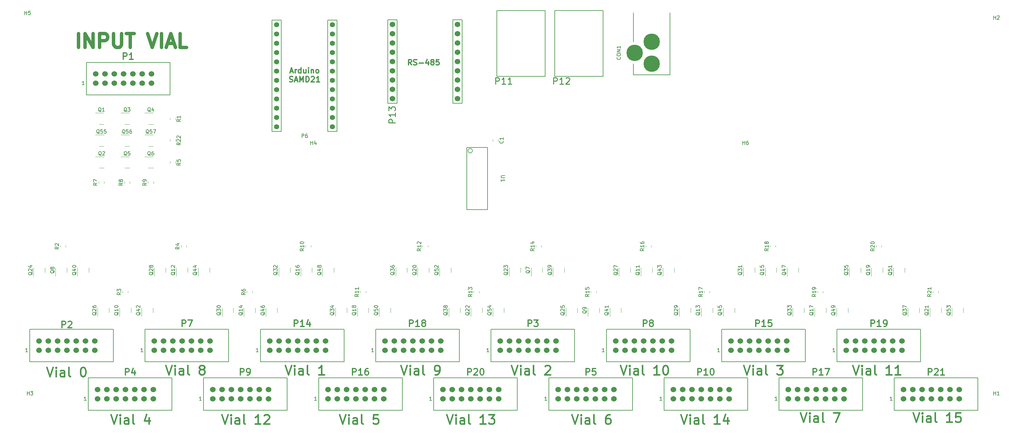
<source format=gbr>
%TF.GenerationSoftware,KiCad,Pcbnew,(6.0.7-1)-1*%
%TF.CreationDate,2023-03-16T12:26:32-07:00*%
%TF.ProjectId,adc_test_board,6164635f-7465-4737-945f-626f6172642e,rev?*%
%TF.SameCoordinates,Original*%
%TF.FileFunction,Legend,Top*%
%TF.FilePolarity,Positive*%
%FSLAX46Y46*%
G04 Gerber Fmt 4.6, Leading zero omitted, Abs format (unit mm)*
G04 Created by KiCad (PCBNEW (6.0.7-1)-1) date 2023-03-16 12:26:32*
%MOMM*%
%LPD*%
G01*
G04 APERTURE LIST*
%ADD10C,0.381000*%
%ADD11C,0.300000*%
%ADD12C,0.952500*%
%ADD13C,0.150000*%
%ADD14C,0.215900*%
%ADD15C,0.304800*%
%ADD16C,0.120000*%
%ADD17C,1.524000*%
%ADD18C,4.500000*%
%ADD19C,1.397000*%
G04 APERTURE END LIST*
D10*
X66347619Y-142609047D02*
X67194285Y-145149047D01*
X68040952Y-142609047D01*
X68887619Y-145149047D02*
X68887619Y-143455714D01*
X68887619Y-142609047D02*
X68766666Y-142730000D01*
X68887619Y-142850952D01*
X69008571Y-142730000D01*
X68887619Y-142609047D01*
X68887619Y-142850952D01*
X71185714Y-145149047D02*
X71185714Y-143818571D01*
X71064761Y-143576666D01*
X70822857Y-143455714D01*
X70339047Y-143455714D01*
X70097142Y-143576666D01*
X71185714Y-145028095D02*
X70943809Y-145149047D01*
X70339047Y-145149047D01*
X70097142Y-145028095D01*
X69976190Y-144786190D01*
X69976190Y-144544285D01*
X70097142Y-144302380D01*
X70339047Y-144181428D01*
X70943809Y-144181428D01*
X71185714Y-144060476D01*
X72758095Y-145149047D02*
X72516190Y-145028095D01*
X72395238Y-144786190D01*
X72395238Y-142609047D01*
X76991428Y-145149047D02*
X75540000Y-145149047D01*
X76265714Y-145149047D02*
X76265714Y-142609047D01*
X76023809Y-142971904D01*
X75781904Y-143213809D01*
X75540000Y-143334761D01*
X77959047Y-142850952D02*
X78080000Y-142730000D01*
X78321904Y-142609047D01*
X78926666Y-142609047D01*
X79168571Y-142730000D01*
X79289523Y-142850952D01*
X79410476Y-143092857D01*
X79410476Y-143334761D01*
X79289523Y-143697619D01*
X77838095Y-145149047D01*
X79410476Y-145149047D01*
X191847619Y-142609047D02*
X192694285Y-145149047D01*
X193540952Y-142609047D01*
X194387619Y-145149047D02*
X194387619Y-143455714D01*
X194387619Y-142609047D02*
X194266666Y-142730000D01*
X194387619Y-142850952D01*
X194508571Y-142730000D01*
X194387619Y-142609047D01*
X194387619Y-142850952D01*
X196685714Y-145149047D02*
X196685714Y-143818571D01*
X196564761Y-143576666D01*
X196322857Y-143455714D01*
X195839047Y-143455714D01*
X195597142Y-143576666D01*
X196685714Y-145028095D02*
X196443809Y-145149047D01*
X195839047Y-145149047D01*
X195597142Y-145028095D01*
X195476190Y-144786190D01*
X195476190Y-144544285D01*
X195597142Y-144302380D01*
X195839047Y-144181428D01*
X196443809Y-144181428D01*
X196685714Y-144060476D01*
X198258095Y-145149047D02*
X198016190Y-145028095D01*
X197895238Y-144786190D01*
X197895238Y-142609047D01*
X202491428Y-145149047D02*
X201040000Y-145149047D01*
X201765714Y-145149047D02*
X201765714Y-142609047D01*
X201523809Y-142971904D01*
X201281904Y-143213809D01*
X201040000Y-143334761D01*
X204668571Y-143455714D02*
X204668571Y-145149047D01*
X204063809Y-142488095D02*
X203459047Y-144302380D01*
X205031428Y-144302380D01*
X175347619Y-129109047D02*
X176194285Y-131649047D01*
X177040952Y-129109047D01*
X177887619Y-131649047D02*
X177887619Y-129955714D01*
X177887619Y-129109047D02*
X177766666Y-129230000D01*
X177887619Y-129350952D01*
X178008571Y-129230000D01*
X177887619Y-129109047D01*
X177887619Y-129350952D01*
X180185714Y-131649047D02*
X180185714Y-130318571D01*
X180064761Y-130076666D01*
X179822857Y-129955714D01*
X179339047Y-129955714D01*
X179097142Y-130076666D01*
X180185714Y-131528095D02*
X179943809Y-131649047D01*
X179339047Y-131649047D01*
X179097142Y-131528095D01*
X178976190Y-131286190D01*
X178976190Y-131044285D01*
X179097142Y-130802380D01*
X179339047Y-130681428D01*
X179943809Y-130681428D01*
X180185714Y-130560476D01*
X181758095Y-131649047D02*
X181516190Y-131528095D01*
X181395238Y-131286190D01*
X181395238Y-129109047D01*
X185991428Y-131649047D02*
X184540000Y-131649047D01*
X185265714Y-131649047D02*
X185265714Y-129109047D01*
X185023809Y-129471904D01*
X184781904Y-129713809D01*
X184540000Y-129834761D01*
X187563809Y-129109047D02*
X187805714Y-129109047D01*
X188047619Y-129230000D01*
X188168571Y-129350952D01*
X188289523Y-129592857D01*
X188410476Y-130076666D01*
X188410476Y-130681428D01*
X188289523Y-131165238D01*
X188168571Y-131407142D01*
X188047619Y-131528095D01*
X187805714Y-131649047D01*
X187563809Y-131649047D01*
X187321904Y-131528095D01*
X187200952Y-131407142D01*
X187080000Y-131165238D01*
X186959047Y-130681428D01*
X186959047Y-130076666D01*
X187080000Y-129592857D01*
X187200952Y-129350952D01*
X187321904Y-129230000D01*
X187563809Y-129109047D01*
X255347619Y-142109047D02*
X256194285Y-144649047D01*
X257040952Y-142109047D01*
X257887619Y-144649047D02*
X257887619Y-142955714D01*
X257887619Y-142109047D02*
X257766666Y-142230000D01*
X257887619Y-142350952D01*
X258008571Y-142230000D01*
X257887619Y-142109047D01*
X257887619Y-142350952D01*
X260185714Y-144649047D02*
X260185714Y-143318571D01*
X260064761Y-143076666D01*
X259822857Y-142955714D01*
X259339047Y-142955714D01*
X259097142Y-143076666D01*
X260185714Y-144528095D02*
X259943809Y-144649047D01*
X259339047Y-144649047D01*
X259097142Y-144528095D01*
X258976190Y-144286190D01*
X258976190Y-144044285D01*
X259097142Y-143802380D01*
X259339047Y-143681428D01*
X259943809Y-143681428D01*
X260185714Y-143560476D01*
X261758095Y-144649047D02*
X261516190Y-144528095D01*
X261395238Y-144286190D01*
X261395238Y-142109047D01*
X265991428Y-144649047D02*
X264540000Y-144649047D01*
X265265714Y-144649047D02*
X265265714Y-142109047D01*
X265023809Y-142471904D01*
X264781904Y-142713809D01*
X264540000Y-142834761D01*
X268289523Y-142109047D02*
X267080000Y-142109047D01*
X266959047Y-143318571D01*
X267080000Y-143197619D01*
X267321904Y-143076666D01*
X267926666Y-143076666D01*
X268168571Y-143197619D01*
X268289523Y-143318571D01*
X268410476Y-143560476D01*
X268410476Y-144165238D01*
X268289523Y-144407142D01*
X268168571Y-144528095D01*
X267926666Y-144649047D01*
X267321904Y-144649047D01*
X267080000Y-144528095D01*
X266959047Y-144407142D01*
D11*
X85117142Y-48642500D02*
X85831428Y-48642500D01*
X84974285Y-49071071D02*
X85474285Y-47571071D01*
X85974285Y-49071071D01*
X86474285Y-49071071D02*
X86474285Y-48071071D01*
X86474285Y-48356785D02*
X86545714Y-48213928D01*
X86617142Y-48142500D01*
X86760000Y-48071071D01*
X86902857Y-48071071D01*
X88045714Y-49071071D02*
X88045714Y-47571071D01*
X88045714Y-48999642D02*
X87902857Y-49071071D01*
X87617142Y-49071071D01*
X87474285Y-48999642D01*
X87402857Y-48928214D01*
X87331428Y-48785357D01*
X87331428Y-48356785D01*
X87402857Y-48213928D01*
X87474285Y-48142500D01*
X87617142Y-48071071D01*
X87902857Y-48071071D01*
X88045714Y-48142500D01*
X89402857Y-48071071D02*
X89402857Y-49071071D01*
X88760000Y-48071071D02*
X88760000Y-48856785D01*
X88831428Y-48999642D01*
X88974285Y-49071071D01*
X89188571Y-49071071D01*
X89331428Y-48999642D01*
X89402857Y-48928214D01*
X90117142Y-49071071D02*
X90117142Y-48071071D01*
X90117142Y-47571071D02*
X90045714Y-47642500D01*
X90117142Y-47713928D01*
X90188571Y-47642500D01*
X90117142Y-47571071D01*
X90117142Y-47713928D01*
X90831428Y-48071071D02*
X90831428Y-49071071D01*
X90831428Y-48213928D02*
X90902857Y-48142500D01*
X91045714Y-48071071D01*
X91260000Y-48071071D01*
X91402857Y-48142500D01*
X91474285Y-48285357D01*
X91474285Y-49071071D01*
X92402857Y-49071071D02*
X92260000Y-48999642D01*
X92188571Y-48928214D01*
X92117142Y-48785357D01*
X92117142Y-48356785D01*
X92188571Y-48213928D01*
X92260000Y-48142500D01*
X92402857Y-48071071D01*
X92617142Y-48071071D01*
X92760000Y-48142500D01*
X92831428Y-48213928D01*
X92902857Y-48356785D01*
X92902857Y-48785357D01*
X92831428Y-48928214D01*
X92760000Y-48999642D01*
X92617142Y-49071071D01*
X92402857Y-49071071D01*
X84902857Y-51414642D02*
X85117142Y-51486071D01*
X85474285Y-51486071D01*
X85617142Y-51414642D01*
X85688571Y-51343214D01*
X85760000Y-51200357D01*
X85760000Y-51057500D01*
X85688571Y-50914642D01*
X85617142Y-50843214D01*
X85474285Y-50771785D01*
X85188571Y-50700357D01*
X85045714Y-50628928D01*
X84974285Y-50557500D01*
X84902857Y-50414642D01*
X84902857Y-50271785D01*
X84974285Y-50128928D01*
X85045714Y-50057500D01*
X85188571Y-49986071D01*
X85545714Y-49986071D01*
X85760000Y-50057500D01*
X86331428Y-51057500D02*
X87045714Y-51057500D01*
X86188571Y-51486071D02*
X86688571Y-49986071D01*
X87188571Y-51486071D01*
X87688571Y-51486071D02*
X87688571Y-49986071D01*
X88188571Y-51057500D01*
X88688571Y-49986071D01*
X88688571Y-51486071D01*
X89402857Y-51486071D02*
X89402857Y-49986071D01*
X89760000Y-49986071D01*
X89974285Y-50057500D01*
X90117142Y-50200357D01*
X90188571Y-50343214D01*
X90260000Y-50628928D01*
X90260000Y-50843214D01*
X90188571Y-51128928D01*
X90117142Y-51271785D01*
X89974285Y-51414642D01*
X89760000Y-51486071D01*
X89402857Y-51486071D01*
X90831428Y-50128928D02*
X90902857Y-50057500D01*
X91045714Y-49986071D01*
X91402857Y-49986071D01*
X91545714Y-50057500D01*
X91617142Y-50128928D01*
X91688571Y-50271785D01*
X91688571Y-50414642D01*
X91617142Y-50628928D01*
X90760000Y-51486071D01*
X91688571Y-51486071D01*
X93117142Y-51486071D02*
X92260000Y-51486071D01*
X92688571Y-51486071D02*
X92688571Y-49986071D01*
X92545714Y-50200357D01*
X92402857Y-50343214D01*
X92260000Y-50414642D01*
D10*
X36057142Y-142609047D02*
X36903809Y-145149047D01*
X37750476Y-142609047D01*
X38597142Y-145149047D02*
X38597142Y-143455714D01*
X38597142Y-142609047D02*
X38476190Y-142730000D01*
X38597142Y-142850952D01*
X38718095Y-142730000D01*
X38597142Y-142609047D01*
X38597142Y-142850952D01*
X40895238Y-145149047D02*
X40895238Y-143818571D01*
X40774285Y-143576666D01*
X40532380Y-143455714D01*
X40048571Y-143455714D01*
X39806666Y-143576666D01*
X40895238Y-145028095D02*
X40653333Y-145149047D01*
X40048571Y-145149047D01*
X39806666Y-145028095D01*
X39685714Y-144786190D01*
X39685714Y-144544285D01*
X39806666Y-144302380D01*
X40048571Y-144181428D01*
X40653333Y-144181428D01*
X40895238Y-144060476D01*
X42467619Y-145149047D02*
X42225714Y-145028095D01*
X42104761Y-144786190D01*
X42104761Y-142609047D01*
X46459047Y-143455714D02*
X46459047Y-145149047D01*
X45854285Y-142488095D02*
X45249523Y-144302380D01*
X46821904Y-144302380D01*
X127847619Y-142609047D02*
X128694285Y-145149047D01*
X129540952Y-142609047D01*
X130387619Y-145149047D02*
X130387619Y-143455714D01*
X130387619Y-142609047D02*
X130266666Y-142730000D01*
X130387619Y-142850952D01*
X130508571Y-142730000D01*
X130387619Y-142609047D01*
X130387619Y-142850952D01*
X132685714Y-145149047D02*
X132685714Y-143818571D01*
X132564761Y-143576666D01*
X132322857Y-143455714D01*
X131839047Y-143455714D01*
X131597142Y-143576666D01*
X132685714Y-145028095D02*
X132443809Y-145149047D01*
X131839047Y-145149047D01*
X131597142Y-145028095D01*
X131476190Y-144786190D01*
X131476190Y-144544285D01*
X131597142Y-144302380D01*
X131839047Y-144181428D01*
X132443809Y-144181428D01*
X132685714Y-144060476D01*
X134258095Y-145149047D02*
X134016190Y-145028095D01*
X133895238Y-144786190D01*
X133895238Y-142609047D01*
X138491428Y-145149047D02*
X137040000Y-145149047D01*
X137765714Y-145149047D02*
X137765714Y-142609047D01*
X137523809Y-142971904D01*
X137281904Y-143213809D01*
X137040000Y-143334761D01*
X139338095Y-142609047D02*
X140910476Y-142609047D01*
X140063809Y-143576666D01*
X140426666Y-143576666D01*
X140668571Y-143697619D01*
X140789523Y-143818571D01*
X140910476Y-144060476D01*
X140910476Y-144665238D01*
X140789523Y-144907142D01*
X140668571Y-145028095D01*
X140426666Y-145149047D01*
X139700952Y-145149047D01*
X139459047Y-145028095D01*
X139338095Y-144907142D01*
X18557142Y-129609047D02*
X19403809Y-132149047D01*
X20250476Y-129609047D01*
X21097142Y-132149047D02*
X21097142Y-130455714D01*
X21097142Y-129609047D02*
X20976190Y-129730000D01*
X21097142Y-129850952D01*
X21218095Y-129730000D01*
X21097142Y-129609047D01*
X21097142Y-129850952D01*
X23395238Y-132149047D02*
X23395238Y-130818571D01*
X23274285Y-130576666D01*
X23032380Y-130455714D01*
X22548571Y-130455714D01*
X22306666Y-130576666D01*
X23395238Y-132028095D02*
X23153333Y-132149047D01*
X22548571Y-132149047D01*
X22306666Y-132028095D01*
X22185714Y-131786190D01*
X22185714Y-131544285D01*
X22306666Y-131302380D01*
X22548571Y-131181428D01*
X23153333Y-131181428D01*
X23395238Y-131060476D01*
X24967619Y-132149047D02*
X24725714Y-132028095D01*
X24604761Y-131786190D01*
X24604761Y-129609047D01*
X28354285Y-129609047D02*
X28596190Y-129609047D01*
X28838095Y-129730000D01*
X28959047Y-129850952D01*
X29080000Y-130092857D01*
X29200952Y-130576666D01*
X29200952Y-131181428D01*
X29080000Y-131665238D01*
X28959047Y-131907142D01*
X28838095Y-132028095D01*
X28596190Y-132149047D01*
X28354285Y-132149047D01*
X28112380Y-132028095D01*
X27991428Y-131907142D01*
X27870476Y-131665238D01*
X27749523Y-131181428D01*
X27749523Y-130576666D01*
X27870476Y-130092857D01*
X27991428Y-129850952D01*
X28112380Y-129730000D01*
X28354285Y-129609047D01*
X98557142Y-142609047D02*
X99403809Y-145149047D01*
X100250476Y-142609047D01*
X101097142Y-145149047D02*
X101097142Y-143455714D01*
X101097142Y-142609047D02*
X100976190Y-142730000D01*
X101097142Y-142850952D01*
X101218095Y-142730000D01*
X101097142Y-142609047D01*
X101097142Y-142850952D01*
X103395238Y-145149047D02*
X103395238Y-143818571D01*
X103274285Y-143576666D01*
X103032380Y-143455714D01*
X102548571Y-143455714D01*
X102306666Y-143576666D01*
X103395238Y-145028095D02*
X103153333Y-145149047D01*
X102548571Y-145149047D01*
X102306666Y-145028095D01*
X102185714Y-144786190D01*
X102185714Y-144544285D01*
X102306666Y-144302380D01*
X102548571Y-144181428D01*
X103153333Y-144181428D01*
X103395238Y-144060476D01*
X104967619Y-145149047D02*
X104725714Y-145028095D01*
X104604761Y-144786190D01*
X104604761Y-142609047D01*
X109080000Y-142609047D02*
X107870476Y-142609047D01*
X107749523Y-143818571D01*
X107870476Y-143697619D01*
X108112380Y-143576666D01*
X108717142Y-143576666D01*
X108959047Y-143697619D01*
X109080000Y-143818571D01*
X109200952Y-144060476D01*
X109200952Y-144665238D01*
X109080000Y-144907142D01*
X108959047Y-145028095D01*
X108717142Y-145149047D01*
X108112380Y-145149047D01*
X107870476Y-145028095D01*
X107749523Y-144907142D01*
X115331503Y-129109047D02*
X116178170Y-131649047D01*
X117024837Y-129109047D01*
X117871503Y-131649047D02*
X117871503Y-129955714D01*
X117871503Y-129109047D02*
X117750551Y-129230000D01*
X117871503Y-129350952D01*
X117992456Y-129230000D01*
X117871503Y-129109047D01*
X117871503Y-129350952D01*
X120169599Y-131649047D02*
X120169599Y-130318571D01*
X120048646Y-130076666D01*
X119806741Y-129955714D01*
X119322932Y-129955714D01*
X119081027Y-130076666D01*
X120169599Y-131528095D02*
X119927694Y-131649047D01*
X119322932Y-131649047D01*
X119081027Y-131528095D01*
X118960075Y-131286190D01*
X118960075Y-131044285D01*
X119081027Y-130802380D01*
X119322932Y-130681428D01*
X119927694Y-130681428D01*
X120169599Y-130560476D01*
X121741980Y-131649047D02*
X121500075Y-131528095D01*
X121379122Y-131286190D01*
X121379122Y-129109047D01*
X124765789Y-131649047D02*
X125249599Y-131649047D01*
X125491503Y-131528095D01*
X125612456Y-131407142D01*
X125854361Y-131044285D01*
X125975313Y-130560476D01*
X125975313Y-129592857D01*
X125854361Y-129350952D01*
X125733408Y-129230000D01*
X125491503Y-129109047D01*
X125007694Y-129109047D01*
X124765789Y-129230000D01*
X124644837Y-129350952D01*
X124523884Y-129592857D01*
X124523884Y-130197619D01*
X124644837Y-130439523D01*
X124765789Y-130560476D01*
X125007694Y-130681428D01*
X125491503Y-130681428D01*
X125733408Y-130560476D01*
X125854361Y-130439523D01*
X125975313Y-130197619D01*
X51057142Y-129109047D02*
X51903809Y-131649047D01*
X52750476Y-129109047D01*
X53597142Y-131649047D02*
X53597142Y-129955714D01*
X53597142Y-129109047D02*
X53476190Y-129230000D01*
X53597142Y-129350952D01*
X53718095Y-129230000D01*
X53597142Y-129109047D01*
X53597142Y-129350952D01*
X55895238Y-131649047D02*
X55895238Y-130318571D01*
X55774285Y-130076666D01*
X55532380Y-129955714D01*
X55048571Y-129955714D01*
X54806666Y-130076666D01*
X55895238Y-131528095D02*
X55653333Y-131649047D01*
X55048571Y-131649047D01*
X54806666Y-131528095D01*
X54685714Y-131286190D01*
X54685714Y-131044285D01*
X54806666Y-130802380D01*
X55048571Y-130681428D01*
X55653333Y-130681428D01*
X55895238Y-130560476D01*
X57467619Y-131649047D02*
X57225714Y-131528095D01*
X57104761Y-131286190D01*
X57104761Y-129109047D01*
X60733333Y-130197619D02*
X60491428Y-130076666D01*
X60370476Y-129955714D01*
X60249523Y-129713809D01*
X60249523Y-129592857D01*
X60370476Y-129350952D01*
X60491428Y-129230000D01*
X60733333Y-129109047D01*
X61217142Y-129109047D01*
X61459047Y-129230000D01*
X61580000Y-129350952D01*
X61700952Y-129592857D01*
X61700952Y-129713809D01*
X61580000Y-129955714D01*
X61459047Y-130076666D01*
X61217142Y-130197619D01*
X60733333Y-130197619D01*
X60491428Y-130318571D01*
X60370476Y-130439523D01*
X60249523Y-130681428D01*
X60249523Y-131165238D01*
X60370476Y-131407142D01*
X60491428Y-131528095D01*
X60733333Y-131649047D01*
X61217142Y-131649047D01*
X61459047Y-131528095D01*
X61580000Y-131407142D01*
X61700952Y-131165238D01*
X61700952Y-130681428D01*
X61580000Y-130439523D01*
X61459047Y-130318571D01*
X61217142Y-130197619D01*
X162057142Y-142609047D02*
X162903809Y-145149047D01*
X163750476Y-142609047D01*
X164597142Y-145149047D02*
X164597142Y-143455714D01*
X164597142Y-142609047D02*
X164476190Y-142730000D01*
X164597142Y-142850952D01*
X164718095Y-142730000D01*
X164597142Y-142609047D01*
X164597142Y-142850952D01*
X166895238Y-145149047D02*
X166895238Y-143818571D01*
X166774285Y-143576666D01*
X166532380Y-143455714D01*
X166048571Y-143455714D01*
X165806666Y-143576666D01*
X166895238Y-145028095D02*
X166653333Y-145149047D01*
X166048571Y-145149047D01*
X165806666Y-145028095D01*
X165685714Y-144786190D01*
X165685714Y-144544285D01*
X165806666Y-144302380D01*
X166048571Y-144181428D01*
X166653333Y-144181428D01*
X166895238Y-144060476D01*
X168467619Y-145149047D02*
X168225714Y-145028095D01*
X168104761Y-144786190D01*
X168104761Y-142609047D01*
X172459047Y-142609047D02*
X171975238Y-142609047D01*
X171733333Y-142730000D01*
X171612380Y-142850952D01*
X171370476Y-143213809D01*
X171249523Y-143697619D01*
X171249523Y-144665238D01*
X171370476Y-144907142D01*
X171491428Y-145028095D01*
X171733333Y-145149047D01*
X172217142Y-145149047D01*
X172459047Y-145028095D01*
X172580000Y-144907142D01*
X172700952Y-144665238D01*
X172700952Y-144060476D01*
X172580000Y-143818571D01*
X172459047Y-143697619D01*
X172217142Y-143576666D01*
X171733333Y-143576666D01*
X171491428Y-143697619D01*
X171370476Y-143818571D01*
X171249523Y-144060476D01*
D12*
X27175714Y-41983571D02*
X27175714Y-38173571D01*
X28990000Y-41983571D02*
X28990000Y-38173571D01*
X31167142Y-41983571D01*
X31167142Y-38173571D01*
X32981428Y-41983571D02*
X32981428Y-38173571D01*
X34432857Y-38173571D01*
X34795714Y-38355000D01*
X34977142Y-38536428D01*
X35158571Y-38899285D01*
X35158571Y-39443571D01*
X34977142Y-39806428D01*
X34795714Y-39987857D01*
X34432857Y-40169285D01*
X32981428Y-40169285D01*
X36791428Y-38173571D02*
X36791428Y-41257857D01*
X36972857Y-41620714D01*
X37154285Y-41802142D01*
X37517142Y-41983571D01*
X38242857Y-41983571D01*
X38605714Y-41802142D01*
X38787142Y-41620714D01*
X38968571Y-41257857D01*
X38968571Y-38173571D01*
X40238571Y-38173571D02*
X42415714Y-38173571D01*
X41327142Y-41983571D02*
X41327142Y-38173571D01*
X46044285Y-38173571D02*
X47314285Y-41983571D01*
X48584285Y-38173571D01*
X49854285Y-41983571D02*
X49854285Y-38173571D01*
X51487142Y-40895000D02*
X53301428Y-40895000D01*
X51124285Y-41983571D02*
X52394285Y-38173571D01*
X53664285Y-41983571D01*
X56748571Y-41983571D02*
X54934285Y-41983571D01*
X54934285Y-38173571D01*
D10*
X209057142Y-129109047D02*
X209903809Y-131649047D01*
X210750476Y-129109047D01*
X211597142Y-131649047D02*
X211597142Y-129955714D01*
X211597142Y-129109047D02*
X211476190Y-129230000D01*
X211597142Y-129350952D01*
X211718095Y-129230000D01*
X211597142Y-129109047D01*
X211597142Y-129350952D01*
X213895238Y-131649047D02*
X213895238Y-130318571D01*
X213774285Y-130076666D01*
X213532380Y-129955714D01*
X213048571Y-129955714D01*
X212806666Y-130076666D01*
X213895238Y-131528095D02*
X213653333Y-131649047D01*
X213048571Y-131649047D01*
X212806666Y-131528095D01*
X212685714Y-131286190D01*
X212685714Y-131044285D01*
X212806666Y-130802380D01*
X213048571Y-130681428D01*
X213653333Y-130681428D01*
X213895238Y-130560476D01*
X215467619Y-131649047D02*
X215225714Y-131528095D01*
X215104761Y-131286190D01*
X215104761Y-129109047D01*
X218128571Y-129109047D02*
X219700952Y-129109047D01*
X218854285Y-130076666D01*
X219217142Y-130076666D01*
X219459047Y-130197619D01*
X219580000Y-130318571D01*
X219700952Y-130560476D01*
X219700952Y-131165238D01*
X219580000Y-131407142D01*
X219459047Y-131528095D01*
X219217142Y-131649047D01*
X218491428Y-131649047D01*
X218249523Y-131528095D01*
X218128571Y-131407142D01*
D11*
X118268571Y-46858571D02*
X117768571Y-46144285D01*
X117411428Y-46858571D02*
X117411428Y-45358571D01*
X117982857Y-45358571D01*
X118125714Y-45430000D01*
X118197142Y-45501428D01*
X118268571Y-45644285D01*
X118268571Y-45858571D01*
X118197142Y-46001428D01*
X118125714Y-46072857D01*
X117982857Y-46144285D01*
X117411428Y-46144285D01*
X118840000Y-46787142D02*
X119054285Y-46858571D01*
X119411428Y-46858571D01*
X119554285Y-46787142D01*
X119625714Y-46715714D01*
X119697142Y-46572857D01*
X119697142Y-46430000D01*
X119625714Y-46287142D01*
X119554285Y-46215714D01*
X119411428Y-46144285D01*
X119125714Y-46072857D01*
X118982857Y-46001428D01*
X118911428Y-45930000D01*
X118840000Y-45787142D01*
X118840000Y-45644285D01*
X118911428Y-45501428D01*
X118982857Y-45430000D01*
X119125714Y-45358571D01*
X119482857Y-45358571D01*
X119697142Y-45430000D01*
X120340000Y-46287142D02*
X121482857Y-46287142D01*
X122840000Y-45858571D02*
X122840000Y-46858571D01*
X122482857Y-45287142D02*
X122125714Y-46358571D01*
X123054285Y-46358571D01*
X123840000Y-46001428D02*
X123697142Y-45930000D01*
X123625714Y-45858571D01*
X123554285Y-45715714D01*
X123554285Y-45644285D01*
X123625714Y-45501428D01*
X123697142Y-45430000D01*
X123840000Y-45358571D01*
X124125714Y-45358571D01*
X124268571Y-45430000D01*
X124340000Y-45501428D01*
X124411428Y-45644285D01*
X124411428Y-45715714D01*
X124340000Y-45858571D01*
X124268571Y-45930000D01*
X124125714Y-46001428D01*
X123840000Y-46001428D01*
X123697142Y-46072857D01*
X123625714Y-46144285D01*
X123554285Y-46287142D01*
X123554285Y-46572857D01*
X123625714Y-46715714D01*
X123697142Y-46787142D01*
X123840000Y-46858571D01*
X124125714Y-46858571D01*
X124268571Y-46787142D01*
X124340000Y-46715714D01*
X124411428Y-46572857D01*
X124411428Y-46287142D01*
X124340000Y-46144285D01*
X124268571Y-46072857D01*
X124125714Y-46001428D01*
X125768571Y-45358571D02*
X125054285Y-45358571D01*
X124982857Y-46072857D01*
X125054285Y-46001428D01*
X125197142Y-45930000D01*
X125554285Y-45930000D01*
X125697142Y-46001428D01*
X125768571Y-46072857D01*
X125840000Y-46215714D01*
X125840000Y-46572857D01*
X125768571Y-46715714D01*
X125697142Y-46787142D01*
X125554285Y-46858571D01*
X125197142Y-46858571D01*
X125054285Y-46787142D01*
X124982857Y-46715714D01*
D10*
X145557142Y-129109047D02*
X146403809Y-131649047D01*
X147250476Y-129109047D01*
X148097142Y-131649047D02*
X148097142Y-129955714D01*
X148097142Y-129109047D02*
X147976190Y-129230000D01*
X148097142Y-129350952D01*
X148218095Y-129230000D01*
X148097142Y-129109047D01*
X148097142Y-129350952D01*
X150395238Y-131649047D02*
X150395238Y-130318571D01*
X150274285Y-130076666D01*
X150032380Y-129955714D01*
X149548571Y-129955714D01*
X149306666Y-130076666D01*
X150395238Y-131528095D02*
X150153333Y-131649047D01*
X149548571Y-131649047D01*
X149306666Y-131528095D01*
X149185714Y-131286190D01*
X149185714Y-131044285D01*
X149306666Y-130802380D01*
X149548571Y-130681428D01*
X150153333Y-130681428D01*
X150395238Y-130560476D01*
X151967619Y-131649047D02*
X151725714Y-131528095D01*
X151604761Y-131286190D01*
X151604761Y-129109047D01*
X154749523Y-129350952D02*
X154870476Y-129230000D01*
X155112380Y-129109047D01*
X155717142Y-129109047D01*
X155959047Y-129230000D01*
X156080000Y-129350952D01*
X156200952Y-129592857D01*
X156200952Y-129834761D01*
X156080000Y-130197619D01*
X154628571Y-131649047D01*
X156200952Y-131649047D01*
X83738314Y-129109047D02*
X84584981Y-131649047D01*
X85431648Y-129109047D01*
X86278314Y-131649047D02*
X86278314Y-129955714D01*
X86278314Y-129109047D02*
X86157362Y-129230000D01*
X86278314Y-129350952D01*
X86399267Y-129230000D01*
X86278314Y-129109047D01*
X86278314Y-129350952D01*
X88576410Y-131649047D02*
X88576410Y-130318571D01*
X88455457Y-130076666D01*
X88213552Y-129955714D01*
X87729743Y-129955714D01*
X87487838Y-130076666D01*
X88576410Y-131528095D02*
X88334505Y-131649047D01*
X87729743Y-131649047D01*
X87487838Y-131528095D01*
X87366886Y-131286190D01*
X87366886Y-131044285D01*
X87487838Y-130802380D01*
X87729743Y-130681428D01*
X88334505Y-130681428D01*
X88576410Y-130560476D01*
X90148791Y-131649047D02*
X89906886Y-131528095D01*
X89785933Y-131286190D01*
X89785933Y-129109047D01*
X94382124Y-131649047D02*
X92930695Y-131649047D01*
X93656410Y-131649047D02*
X93656410Y-129109047D01*
X93414505Y-129471904D01*
X93172600Y-129713809D01*
X92930695Y-129834761D01*
X224557142Y-142109047D02*
X225403809Y-144649047D01*
X226250476Y-142109047D01*
X227097142Y-144649047D02*
X227097142Y-142955714D01*
X227097142Y-142109047D02*
X226976190Y-142230000D01*
X227097142Y-142350952D01*
X227218095Y-142230000D01*
X227097142Y-142109047D01*
X227097142Y-142350952D01*
X229395238Y-144649047D02*
X229395238Y-143318571D01*
X229274285Y-143076666D01*
X229032380Y-142955714D01*
X228548571Y-142955714D01*
X228306666Y-143076666D01*
X229395238Y-144528095D02*
X229153333Y-144649047D01*
X228548571Y-144649047D01*
X228306666Y-144528095D01*
X228185714Y-144286190D01*
X228185714Y-144044285D01*
X228306666Y-143802380D01*
X228548571Y-143681428D01*
X229153333Y-143681428D01*
X229395238Y-143560476D01*
X230967619Y-144649047D02*
X230725714Y-144528095D01*
X230604761Y-144286190D01*
X230604761Y-142109047D01*
X233628571Y-142109047D02*
X235321904Y-142109047D01*
X234233333Y-144649047D01*
X238847619Y-129109047D02*
X239694285Y-131649047D01*
X240540952Y-129109047D01*
X241387619Y-131649047D02*
X241387619Y-129955714D01*
X241387619Y-129109047D02*
X241266666Y-129230000D01*
X241387619Y-129350952D01*
X241508571Y-129230000D01*
X241387619Y-129109047D01*
X241387619Y-129350952D01*
X243685714Y-131649047D02*
X243685714Y-130318571D01*
X243564761Y-130076666D01*
X243322857Y-129955714D01*
X242839047Y-129955714D01*
X242597142Y-130076666D01*
X243685714Y-131528095D02*
X243443809Y-131649047D01*
X242839047Y-131649047D01*
X242597142Y-131528095D01*
X242476190Y-131286190D01*
X242476190Y-131044285D01*
X242597142Y-130802380D01*
X242839047Y-130681428D01*
X243443809Y-130681428D01*
X243685714Y-130560476D01*
X245258095Y-131649047D02*
X245016190Y-131528095D01*
X244895238Y-131286190D01*
X244895238Y-129109047D01*
X249491428Y-131649047D02*
X248040000Y-131649047D01*
X248765714Y-131649047D02*
X248765714Y-129109047D01*
X248523809Y-129471904D01*
X248281904Y-129713809D01*
X248040000Y-129834761D01*
X251910476Y-131649047D02*
X250459047Y-131649047D01*
X251184761Y-131649047D02*
X251184761Y-129109047D01*
X250942857Y-129471904D01*
X250700952Y-129713809D01*
X250459047Y-129834761D01*
D13*
%TO.C,H6*%
X208788095Y-68642380D02*
X208788095Y-67642380D01*
X208788095Y-68118571D02*
X209359523Y-68118571D01*
X209359523Y-68642380D02*
X209359523Y-67642380D01*
X210264285Y-67642380D02*
X210073809Y-67642380D01*
X209978571Y-67690000D01*
X209930952Y-67737619D01*
X209835714Y-67880476D01*
X209788095Y-68070952D01*
X209788095Y-68451904D01*
X209835714Y-68547142D01*
X209883333Y-68594761D01*
X209978571Y-68642380D01*
X210169047Y-68642380D01*
X210264285Y-68594761D01*
X210311904Y-68547142D01*
X210359523Y-68451904D01*
X210359523Y-68213809D01*
X210311904Y-68118571D01*
X210264285Y-68070952D01*
X210169047Y-68023333D01*
X209978571Y-68023333D01*
X209883333Y-68070952D01*
X209835714Y-68118571D01*
X209788095Y-68213809D01*
%TO.C,H5*%
X12508095Y-33082380D02*
X12508095Y-32082380D01*
X12508095Y-32558571D02*
X13079523Y-32558571D01*
X13079523Y-33082380D02*
X13079523Y-32082380D01*
X14031904Y-32082380D02*
X13555714Y-32082380D01*
X13508095Y-32558571D01*
X13555714Y-32510952D01*
X13650952Y-32463333D01*
X13889047Y-32463333D01*
X13984285Y-32510952D01*
X14031904Y-32558571D01*
X14079523Y-32653809D01*
X14079523Y-32891904D01*
X14031904Y-32987142D01*
X13984285Y-33034761D01*
X13889047Y-33082380D01*
X13650952Y-33082380D01*
X13555714Y-33034761D01*
X13508095Y-32987142D01*
%TO.C,H4*%
X90678095Y-68642380D02*
X90678095Y-67642380D01*
X90678095Y-68118571D02*
X91249523Y-68118571D01*
X91249523Y-68642380D02*
X91249523Y-67642380D01*
X92154285Y-67975714D02*
X92154285Y-68642380D01*
X91916190Y-67594761D02*
X91678095Y-68309047D01*
X92297142Y-68309047D01*
%TO.C,H3*%
X13208095Y-137222380D02*
X13208095Y-136222380D01*
X13208095Y-136698571D02*
X13779523Y-136698571D01*
X13779523Y-137222380D02*
X13779523Y-136222380D01*
X14160476Y-136222380D02*
X14779523Y-136222380D01*
X14446190Y-136603333D01*
X14589047Y-136603333D01*
X14684285Y-136650952D01*
X14731904Y-136698571D01*
X14779523Y-136793809D01*
X14779523Y-137031904D01*
X14731904Y-137127142D01*
X14684285Y-137174761D01*
X14589047Y-137222380D01*
X14303333Y-137222380D01*
X14208095Y-137174761D01*
X14160476Y-137127142D01*
%TO.C,H2*%
X277368095Y-34352380D02*
X277368095Y-33352380D01*
X277368095Y-33828571D02*
X277939523Y-33828571D01*
X277939523Y-34352380D02*
X277939523Y-33352380D01*
X278368095Y-33447619D02*
X278415714Y-33400000D01*
X278510952Y-33352380D01*
X278749047Y-33352380D01*
X278844285Y-33400000D01*
X278891904Y-33447619D01*
X278939523Y-33542857D01*
X278939523Y-33638095D01*
X278891904Y-33780952D01*
X278320476Y-34352380D01*
X278939523Y-34352380D01*
%TO.C,H1*%
X277368095Y-137222380D02*
X277368095Y-136222380D01*
X277368095Y-136698571D02*
X277939523Y-136698571D01*
X277939523Y-137222380D02*
X277939523Y-136222380D01*
X278939523Y-137222380D02*
X278368095Y-137222380D01*
X278653809Y-137222380D02*
X278653809Y-136222380D01*
X278558571Y-136365238D01*
X278463333Y-136460476D01*
X278368095Y-136508095D01*
%TO.C,R6*%
X72802380Y-109166666D02*
X72326190Y-109500000D01*
X72802380Y-109738095D02*
X71802380Y-109738095D01*
X71802380Y-109357142D01*
X71850000Y-109261904D01*
X71897619Y-109214285D01*
X71992857Y-109166666D01*
X72135714Y-109166666D01*
X72230952Y-109214285D01*
X72278571Y-109261904D01*
X72326190Y-109357142D01*
X72326190Y-109738095D01*
X71802380Y-108309523D02*
X71802380Y-108500000D01*
X71850000Y-108595238D01*
X71897619Y-108642857D01*
X72040476Y-108738095D01*
X72230952Y-108785714D01*
X72611904Y-108785714D01*
X72707142Y-108738095D01*
X72754761Y-108690476D01*
X72802380Y-108595238D01*
X72802380Y-108404761D01*
X72754761Y-108309523D01*
X72707142Y-108261904D01*
X72611904Y-108214285D01*
X72373809Y-108214285D01*
X72278571Y-108261904D01*
X72230952Y-108309523D01*
X72183333Y-108404761D01*
X72183333Y-108595238D01*
X72230952Y-108690476D01*
X72278571Y-108738095D01*
X72373809Y-108785714D01*
%TO.C,Q15*%
X214647619Y-103571428D02*
X214600000Y-103666666D01*
X214504761Y-103761904D01*
X214361904Y-103904761D01*
X214314285Y-104000000D01*
X214314285Y-104095238D01*
X214552380Y-104047619D02*
X214504761Y-104142857D01*
X214409523Y-104238095D01*
X214219047Y-104285714D01*
X213885714Y-104285714D01*
X213695238Y-104238095D01*
X213600000Y-104142857D01*
X213552380Y-104047619D01*
X213552380Y-103857142D01*
X213600000Y-103761904D01*
X213695238Y-103666666D01*
X213885714Y-103619047D01*
X214219047Y-103619047D01*
X214409523Y-103666666D01*
X214504761Y-103761904D01*
X214552380Y-103857142D01*
X214552380Y-104047619D01*
X214552380Y-102666666D02*
X214552380Y-103238095D01*
X214552380Y-102952380D02*
X213552380Y-102952380D01*
X213695238Y-103047619D01*
X213790476Y-103142857D01*
X213838095Y-103238095D01*
X213552380Y-101761904D02*
X213552380Y-102238095D01*
X214028571Y-102285714D01*
X213980952Y-102238095D01*
X213933333Y-102142857D01*
X213933333Y-101904761D01*
X213980952Y-101809523D01*
X214028571Y-101761904D01*
X214123809Y-101714285D01*
X214361904Y-101714285D01*
X214457142Y-101761904D01*
X214504761Y-101809523D01*
X214552380Y-101904761D01*
X214552380Y-102142857D01*
X214504761Y-102238095D01*
X214457142Y-102285714D01*
%TO.C,Q21*%
X259647619Y-114571428D02*
X259600000Y-114666666D01*
X259504761Y-114761904D01*
X259361904Y-114904761D01*
X259314285Y-115000000D01*
X259314285Y-115095238D01*
X259552380Y-115047619D02*
X259504761Y-115142857D01*
X259409523Y-115238095D01*
X259219047Y-115285714D01*
X258885714Y-115285714D01*
X258695238Y-115238095D01*
X258600000Y-115142857D01*
X258552380Y-115047619D01*
X258552380Y-114857142D01*
X258600000Y-114761904D01*
X258695238Y-114666666D01*
X258885714Y-114619047D01*
X259219047Y-114619047D01*
X259409523Y-114666666D01*
X259504761Y-114761904D01*
X259552380Y-114857142D01*
X259552380Y-115047619D01*
X258647619Y-114238095D02*
X258600000Y-114190476D01*
X258552380Y-114095238D01*
X258552380Y-113857142D01*
X258600000Y-113761904D01*
X258647619Y-113714285D01*
X258742857Y-113666666D01*
X258838095Y-113666666D01*
X258980952Y-113714285D01*
X259552380Y-114285714D01*
X259552380Y-113666666D01*
X259552380Y-112714285D02*
X259552380Y-113285714D01*
X259552380Y-113000000D02*
X258552380Y-113000000D01*
X258695238Y-113095238D01*
X258790476Y-113190476D01*
X258838095Y-113285714D01*
%TO.C,Q20*%
X119647619Y-103571428D02*
X119600000Y-103666666D01*
X119504761Y-103761904D01*
X119361904Y-103904761D01*
X119314285Y-104000000D01*
X119314285Y-104095238D01*
X119552380Y-104047619D02*
X119504761Y-104142857D01*
X119409523Y-104238095D01*
X119219047Y-104285714D01*
X118885714Y-104285714D01*
X118695238Y-104238095D01*
X118600000Y-104142857D01*
X118552380Y-104047619D01*
X118552380Y-103857142D01*
X118600000Y-103761904D01*
X118695238Y-103666666D01*
X118885714Y-103619047D01*
X119219047Y-103619047D01*
X119409523Y-103666666D01*
X119504761Y-103761904D01*
X119552380Y-103857142D01*
X119552380Y-104047619D01*
X118647619Y-103238095D02*
X118600000Y-103190476D01*
X118552380Y-103095238D01*
X118552380Y-102857142D01*
X118600000Y-102761904D01*
X118647619Y-102714285D01*
X118742857Y-102666666D01*
X118838095Y-102666666D01*
X118980952Y-102714285D01*
X119552380Y-103285714D01*
X119552380Y-102666666D01*
X118552380Y-102047619D02*
X118552380Y-101952380D01*
X118600000Y-101857142D01*
X118647619Y-101809523D01*
X118742857Y-101761904D01*
X118933333Y-101714285D01*
X119171428Y-101714285D01*
X119361904Y-101761904D01*
X119457142Y-101809523D01*
X119504761Y-101857142D01*
X119552380Y-101952380D01*
X119552380Y-102047619D01*
X119504761Y-102142857D01*
X119457142Y-102190476D01*
X119361904Y-102238095D01*
X119171428Y-102285714D01*
X118933333Y-102285714D01*
X118742857Y-102238095D01*
X118647619Y-102190476D01*
X118600000Y-102142857D01*
X118552380Y-102047619D01*
%TO.C,Q11*%
X180647619Y-103571428D02*
X180600000Y-103666666D01*
X180504761Y-103761904D01*
X180361904Y-103904761D01*
X180314285Y-104000000D01*
X180314285Y-104095238D01*
X180552380Y-104047619D02*
X180504761Y-104142857D01*
X180409523Y-104238095D01*
X180219047Y-104285714D01*
X179885714Y-104285714D01*
X179695238Y-104238095D01*
X179600000Y-104142857D01*
X179552380Y-104047619D01*
X179552380Y-103857142D01*
X179600000Y-103761904D01*
X179695238Y-103666666D01*
X179885714Y-103619047D01*
X180219047Y-103619047D01*
X180409523Y-103666666D01*
X180504761Y-103761904D01*
X180552380Y-103857142D01*
X180552380Y-104047619D01*
X180552380Y-102666666D02*
X180552380Y-103238095D01*
X180552380Y-102952380D02*
X179552380Y-102952380D01*
X179695238Y-103047619D01*
X179790476Y-103142857D01*
X179838095Y-103238095D01*
X180552380Y-101714285D02*
X180552380Y-102285714D01*
X180552380Y-102000000D02*
X179552380Y-102000000D01*
X179695238Y-102095238D01*
X179790476Y-102190476D01*
X179838095Y-102285714D01*
%TO.C,Q51*%
X249647619Y-103571428D02*
X249600000Y-103666666D01*
X249504761Y-103761904D01*
X249361904Y-103904761D01*
X249314285Y-104000000D01*
X249314285Y-104095238D01*
X249552380Y-104047619D02*
X249504761Y-104142857D01*
X249409523Y-104238095D01*
X249219047Y-104285714D01*
X248885714Y-104285714D01*
X248695238Y-104238095D01*
X248600000Y-104142857D01*
X248552380Y-104047619D01*
X248552380Y-103857142D01*
X248600000Y-103761904D01*
X248695238Y-103666666D01*
X248885714Y-103619047D01*
X249219047Y-103619047D01*
X249409523Y-103666666D01*
X249504761Y-103761904D01*
X249552380Y-103857142D01*
X249552380Y-104047619D01*
X248552380Y-102714285D02*
X248552380Y-103190476D01*
X249028571Y-103238095D01*
X248980952Y-103190476D01*
X248933333Y-103095238D01*
X248933333Y-102857142D01*
X248980952Y-102761904D01*
X249028571Y-102714285D01*
X249123809Y-102666666D01*
X249361904Y-102666666D01*
X249457142Y-102714285D01*
X249504761Y-102761904D01*
X249552380Y-102857142D01*
X249552380Y-103095238D01*
X249504761Y-103190476D01*
X249457142Y-103238095D01*
X249552380Y-101714285D02*
X249552380Y-102285714D01*
X249552380Y-102000000D02*
X248552380Y-102000000D01*
X248695238Y-102095238D01*
X248790476Y-102190476D01*
X248838095Y-102285714D01*
%TO.C,Q8*%
X20647619Y-103095238D02*
X20600000Y-103190476D01*
X20504761Y-103285714D01*
X20361904Y-103428571D01*
X20314285Y-103523809D01*
X20314285Y-103619047D01*
X20552380Y-103571428D02*
X20504761Y-103666666D01*
X20409523Y-103761904D01*
X20219047Y-103809523D01*
X19885714Y-103809523D01*
X19695238Y-103761904D01*
X19600000Y-103666666D01*
X19552380Y-103571428D01*
X19552380Y-103380952D01*
X19600000Y-103285714D01*
X19695238Y-103190476D01*
X19885714Y-103142857D01*
X20219047Y-103142857D01*
X20409523Y-103190476D01*
X20504761Y-103285714D01*
X20552380Y-103380952D01*
X20552380Y-103571428D01*
X19980952Y-102571428D02*
X19933333Y-102666666D01*
X19885714Y-102714285D01*
X19790476Y-102761904D01*
X19742857Y-102761904D01*
X19647619Y-102714285D01*
X19600000Y-102666666D01*
X19552380Y-102571428D01*
X19552380Y-102380952D01*
X19600000Y-102285714D01*
X19647619Y-102238095D01*
X19742857Y-102190476D01*
X19790476Y-102190476D01*
X19885714Y-102238095D01*
X19933333Y-102285714D01*
X19980952Y-102380952D01*
X19980952Y-102571428D01*
X20028571Y-102666666D01*
X20076190Y-102714285D01*
X20171428Y-102761904D01*
X20361904Y-102761904D01*
X20457142Y-102714285D01*
X20504761Y-102666666D01*
X20552380Y-102571428D01*
X20552380Y-102380952D01*
X20504761Y-102285714D01*
X20457142Y-102238095D01*
X20361904Y-102190476D01*
X20171428Y-102190476D01*
X20076190Y-102238095D01*
X20028571Y-102285714D01*
X19980952Y-102380952D01*
%TO.C,Q6*%
X46904761Y-71647619D02*
X46809523Y-71600000D01*
X46714285Y-71504761D01*
X46571428Y-71361904D01*
X46476190Y-71314285D01*
X46380952Y-71314285D01*
X46428571Y-71552380D02*
X46333333Y-71504761D01*
X46238095Y-71409523D01*
X46190476Y-71219047D01*
X46190476Y-70885714D01*
X46238095Y-70695238D01*
X46333333Y-70600000D01*
X46428571Y-70552380D01*
X46619047Y-70552380D01*
X46714285Y-70600000D01*
X46809523Y-70695238D01*
X46857142Y-70885714D01*
X46857142Y-71219047D01*
X46809523Y-71409523D01*
X46714285Y-71504761D01*
X46619047Y-71552380D01*
X46428571Y-71552380D01*
X47714285Y-70552380D02*
X47523809Y-70552380D01*
X47428571Y-70600000D01*
X47380952Y-70647619D01*
X47285714Y-70790476D01*
X47238095Y-70980952D01*
X47238095Y-71361904D01*
X47285714Y-71457142D01*
X47333333Y-71504761D01*
X47428571Y-71552380D01*
X47619047Y-71552380D01*
X47714285Y-71504761D01*
X47761904Y-71457142D01*
X47809523Y-71361904D01*
X47809523Y-71123809D01*
X47761904Y-71028571D01*
X47714285Y-70980952D01*
X47619047Y-70933333D01*
X47428571Y-70933333D01*
X47333333Y-70980952D01*
X47285714Y-71028571D01*
X47238095Y-71123809D01*
%TO.C,Q47*%
X220647619Y-103571428D02*
X220600000Y-103666666D01*
X220504761Y-103761904D01*
X220361904Y-103904761D01*
X220314285Y-104000000D01*
X220314285Y-104095238D01*
X220552380Y-104047619D02*
X220504761Y-104142857D01*
X220409523Y-104238095D01*
X220219047Y-104285714D01*
X219885714Y-104285714D01*
X219695238Y-104238095D01*
X219600000Y-104142857D01*
X219552380Y-104047619D01*
X219552380Y-103857142D01*
X219600000Y-103761904D01*
X219695238Y-103666666D01*
X219885714Y-103619047D01*
X220219047Y-103619047D01*
X220409523Y-103666666D01*
X220504761Y-103761904D01*
X220552380Y-103857142D01*
X220552380Y-104047619D01*
X219885714Y-102761904D02*
X220552380Y-102761904D01*
X219504761Y-103000000D02*
X220219047Y-103238095D01*
X220219047Y-102619047D01*
X219552380Y-102333333D02*
X219552380Y-101666666D01*
X220552380Y-102095238D01*
%TO.C,R12*%
X120802380Y-97142857D02*
X120326190Y-97476190D01*
X120802380Y-97714285D02*
X119802380Y-97714285D01*
X119802380Y-97333333D01*
X119850000Y-97238095D01*
X119897619Y-97190476D01*
X119992857Y-97142857D01*
X120135714Y-97142857D01*
X120230952Y-97190476D01*
X120278571Y-97238095D01*
X120326190Y-97333333D01*
X120326190Y-97714285D01*
X120802380Y-96190476D02*
X120802380Y-96761904D01*
X120802380Y-96476190D02*
X119802380Y-96476190D01*
X119945238Y-96571428D01*
X120040476Y-96666666D01*
X120088095Y-96761904D01*
X119897619Y-95809523D02*
X119850000Y-95761904D01*
X119802380Y-95666666D01*
X119802380Y-95428571D01*
X119850000Y-95333333D01*
X119897619Y-95285714D01*
X119992857Y-95238095D01*
X120088095Y-95238095D01*
X120230952Y-95285714D01*
X120802380Y-95857142D01*
X120802380Y-95238095D01*
D14*
%TO.C,P13*%
X113834333Y-62684000D02*
X112056333Y-62684000D01*
X112056333Y-62006666D01*
X112141000Y-61837333D01*
X112225666Y-61752666D01*
X112395000Y-61668000D01*
X112649000Y-61668000D01*
X112818333Y-61752666D01*
X112903000Y-61837333D01*
X112987666Y-62006666D01*
X112987666Y-62684000D01*
X113834333Y-59974666D02*
X113834333Y-60990666D01*
X113834333Y-60482666D02*
X112056333Y-60482666D01*
X112310333Y-60652000D01*
X112479666Y-60821333D01*
X112564333Y-60990666D01*
X112056333Y-59382000D02*
X112056333Y-58281333D01*
X112733666Y-58874000D01*
X112733666Y-58620000D01*
X112818333Y-58450666D01*
X112903000Y-58366000D01*
X113072333Y-58281333D01*
X113495666Y-58281333D01*
X113665000Y-58366000D01*
X113749666Y-58450666D01*
X113834333Y-58620000D01*
X113834333Y-59128000D01*
X113749666Y-59297333D01*
X113665000Y-59382000D01*
D13*
%TO.C,Q23*%
X144647619Y-103571428D02*
X144600000Y-103666666D01*
X144504761Y-103761904D01*
X144361904Y-103904761D01*
X144314285Y-104000000D01*
X144314285Y-104095238D01*
X144552380Y-104047619D02*
X144504761Y-104142857D01*
X144409523Y-104238095D01*
X144219047Y-104285714D01*
X143885714Y-104285714D01*
X143695238Y-104238095D01*
X143600000Y-104142857D01*
X143552380Y-104047619D01*
X143552380Y-103857142D01*
X143600000Y-103761904D01*
X143695238Y-103666666D01*
X143885714Y-103619047D01*
X144219047Y-103619047D01*
X144409523Y-103666666D01*
X144504761Y-103761904D01*
X144552380Y-103857142D01*
X144552380Y-104047619D01*
X143647619Y-103238095D02*
X143600000Y-103190476D01*
X143552380Y-103095238D01*
X143552380Y-102857142D01*
X143600000Y-102761904D01*
X143647619Y-102714285D01*
X143742857Y-102666666D01*
X143838095Y-102666666D01*
X143980952Y-102714285D01*
X144552380Y-103285714D01*
X144552380Y-102666666D01*
X143552380Y-102333333D02*
X143552380Y-101714285D01*
X143933333Y-102047619D01*
X143933333Y-101904761D01*
X143980952Y-101809523D01*
X144028571Y-101761904D01*
X144123809Y-101714285D01*
X144361904Y-101714285D01*
X144457142Y-101761904D01*
X144504761Y-101809523D01*
X144552380Y-101904761D01*
X144552380Y-102190476D01*
X144504761Y-102285714D01*
X144457142Y-102333333D01*
%TO.C,R13*%
X134802380Y-109642857D02*
X134326190Y-109976190D01*
X134802380Y-110214285D02*
X133802380Y-110214285D01*
X133802380Y-109833333D01*
X133850000Y-109738095D01*
X133897619Y-109690476D01*
X133992857Y-109642857D01*
X134135714Y-109642857D01*
X134230952Y-109690476D01*
X134278571Y-109738095D01*
X134326190Y-109833333D01*
X134326190Y-110214285D01*
X134802380Y-108690476D02*
X134802380Y-109261904D01*
X134802380Y-108976190D02*
X133802380Y-108976190D01*
X133945238Y-109071428D01*
X134040476Y-109166666D01*
X134088095Y-109261904D01*
X133802380Y-108357142D02*
X133802380Y-107738095D01*
X134183333Y-108071428D01*
X134183333Y-107928571D01*
X134230952Y-107833333D01*
X134278571Y-107785714D01*
X134373809Y-107738095D01*
X134611904Y-107738095D01*
X134707142Y-107785714D01*
X134754761Y-107833333D01*
X134802380Y-107928571D01*
X134802380Y-108214285D01*
X134754761Y-108309523D01*
X134707142Y-108357142D01*
%TO.C,R14*%
X151802380Y-97142857D02*
X151326190Y-97476190D01*
X151802380Y-97714285D02*
X150802380Y-97714285D01*
X150802380Y-97333333D01*
X150850000Y-97238095D01*
X150897619Y-97190476D01*
X150992857Y-97142857D01*
X151135714Y-97142857D01*
X151230952Y-97190476D01*
X151278571Y-97238095D01*
X151326190Y-97333333D01*
X151326190Y-97714285D01*
X151802380Y-96190476D02*
X151802380Y-96761904D01*
X151802380Y-96476190D02*
X150802380Y-96476190D01*
X150945238Y-96571428D01*
X151040476Y-96666666D01*
X151088095Y-96761904D01*
X151135714Y-95333333D02*
X151802380Y-95333333D01*
X150754761Y-95571428D02*
X151469047Y-95809523D01*
X151469047Y-95190476D01*
D15*
%TO.C,P15*%
X212315308Y-118471233D02*
X212315308Y-116693233D01*
X212992641Y-116693233D01*
X213161974Y-116777900D01*
X213246641Y-116862566D01*
X213331308Y-117031900D01*
X213331308Y-117285900D01*
X213246641Y-117455233D01*
X213161974Y-117539900D01*
X212992641Y-117624566D01*
X212315308Y-117624566D01*
X215024641Y-118471233D02*
X214008641Y-118471233D01*
X214516641Y-118471233D02*
X214516641Y-116693233D01*
X214347308Y-116947233D01*
X214177974Y-117116566D01*
X214008641Y-117201233D01*
X216633308Y-116693233D02*
X215786641Y-116693233D01*
X215701974Y-117539900D01*
X215786641Y-117455233D01*
X215955974Y-117370566D01*
X216379308Y-117370566D01*
X216548641Y-117455233D01*
X216633308Y-117539900D01*
X216717974Y-117709233D01*
X216717974Y-118132566D01*
X216633308Y-118301900D01*
X216548641Y-118386566D01*
X216379308Y-118471233D01*
X215955974Y-118471233D01*
X215786641Y-118386566D01*
X215701974Y-118301900D01*
D13*
X202490022Y-125401780D02*
X201918593Y-125401780D01*
X202204308Y-125401780D02*
X202204308Y-124401780D01*
X202109069Y-124544638D01*
X202013831Y-124639876D01*
X201918593Y-124687495D01*
%TO.C,Q4*%
X46904761Y-59647619D02*
X46809523Y-59600000D01*
X46714285Y-59504761D01*
X46571428Y-59361904D01*
X46476190Y-59314285D01*
X46380952Y-59314285D01*
X46428571Y-59552380D02*
X46333333Y-59504761D01*
X46238095Y-59409523D01*
X46190476Y-59219047D01*
X46190476Y-58885714D01*
X46238095Y-58695238D01*
X46333333Y-58600000D01*
X46428571Y-58552380D01*
X46619047Y-58552380D01*
X46714285Y-58600000D01*
X46809523Y-58695238D01*
X46857142Y-58885714D01*
X46857142Y-59219047D01*
X46809523Y-59409523D01*
X46714285Y-59504761D01*
X46619047Y-59552380D01*
X46428571Y-59552380D01*
X47714285Y-58885714D02*
X47714285Y-59552380D01*
X47476190Y-58504761D02*
X47238095Y-59219047D01*
X47857142Y-59219047D01*
%TO.C,Q16*%
X87647619Y-103571428D02*
X87600000Y-103666666D01*
X87504761Y-103761904D01*
X87361904Y-103904761D01*
X87314285Y-104000000D01*
X87314285Y-104095238D01*
X87552380Y-104047619D02*
X87504761Y-104142857D01*
X87409523Y-104238095D01*
X87219047Y-104285714D01*
X86885714Y-104285714D01*
X86695238Y-104238095D01*
X86600000Y-104142857D01*
X86552380Y-104047619D01*
X86552380Y-103857142D01*
X86600000Y-103761904D01*
X86695238Y-103666666D01*
X86885714Y-103619047D01*
X87219047Y-103619047D01*
X87409523Y-103666666D01*
X87504761Y-103761904D01*
X87552380Y-103857142D01*
X87552380Y-104047619D01*
X87552380Y-102666666D02*
X87552380Y-103238095D01*
X87552380Y-102952380D02*
X86552380Y-102952380D01*
X86695238Y-103047619D01*
X86790476Y-103142857D01*
X86838095Y-103238095D01*
X86552380Y-101809523D02*
X86552380Y-102000000D01*
X86600000Y-102095238D01*
X86647619Y-102142857D01*
X86790476Y-102238095D01*
X86980952Y-102285714D01*
X87361904Y-102285714D01*
X87457142Y-102238095D01*
X87504761Y-102190476D01*
X87552380Y-102095238D01*
X87552380Y-101904761D01*
X87504761Y-101809523D01*
X87457142Y-101761904D01*
X87361904Y-101714285D01*
X87123809Y-101714285D01*
X87028571Y-101761904D01*
X86980952Y-101809523D01*
X86933333Y-101904761D01*
X86933333Y-102095238D01*
X86980952Y-102190476D01*
X87028571Y-102238095D01*
X87123809Y-102285714D01*
%TO.C,Q40*%
X26647619Y-103571428D02*
X26600000Y-103666666D01*
X26504761Y-103761904D01*
X26361904Y-103904761D01*
X26314285Y-104000000D01*
X26314285Y-104095238D01*
X26552380Y-104047619D02*
X26504761Y-104142857D01*
X26409523Y-104238095D01*
X26219047Y-104285714D01*
X25885714Y-104285714D01*
X25695238Y-104238095D01*
X25600000Y-104142857D01*
X25552380Y-104047619D01*
X25552380Y-103857142D01*
X25600000Y-103761904D01*
X25695238Y-103666666D01*
X25885714Y-103619047D01*
X26219047Y-103619047D01*
X26409523Y-103666666D01*
X26504761Y-103761904D01*
X26552380Y-103857142D01*
X26552380Y-104047619D01*
X25885714Y-102761904D02*
X26552380Y-102761904D01*
X25504761Y-103000000D02*
X26219047Y-103238095D01*
X26219047Y-102619047D01*
X25552380Y-102047619D02*
X25552380Y-101952380D01*
X25600000Y-101857142D01*
X25647619Y-101809523D01*
X25742857Y-101761904D01*
X25933333Y-101714285D01*
X26171428Y-101714285D01*
X26361904Y-101761904D01*
X26457142Y-101809523D01*
X26504761Y-101857142D01*
X26552380Y-101952380D01*
X26552380Y-102047619D01*
X26504761Y-102142857D01*
X26457142Y-102190476D01*
X26361904Y-102238095D01*
X26171428Y-102285714D01*
X25933333Y-102285714D01*
X25742857Y-102238095D01*
X25647619Y-102190476D01*
X25600000Y-102142857D01*
X25552380Y-102047619D01*
%TO.C,Q2*%
X33467261Y-71647619D02*
X33372023Y-71600000D01*
X33276785Y-71504761D01*
X33133928Y-71361904D01*
X33038690Y-71314285D01*
X32943452Y-71314285D01*
X32991071Y-71552380D02*
X32895833Y-71504761D01*
X32800595Y-71409523D01*
X32752976Y-71219047D01*
X32752976Y-70885714D01*
X32800595Y-70695238D01*
X32895833Y-70600000D01*
X32991071Y-70552380D01*
X33181547Y-70552380D01*
X33276785Y-70600000D01*
X33372023Y-70695238D01*
X33419642Y-70885714D01*
X33419642Y-71219047D01*
X33372023Y-71409523D01*
X33276785Y-71504761D01*
X33181547Y-71552380D01*
X32991071Y-71552380D01*
X33800595Y-70647619D02*
X33848214Y-70600000D01*
X33943452Y-70552380D01*
X34181547Y-70552380D01*
X34276785Y-70600000D01*
X34324404Y-70647619D01*
X34372023Y-70742857D01*
X34372023Y-70838095D01*
X34324404Y-70980952D01*
X33752976Y-71552380D01*
X34372023Y-71552380D01*
%TO.C,Q12*%
X53647619Y-103571428D02*
X53600000Y-103666666D01*
X53504761Y-103761904D01*
X53361904Y-103904761D01*
X53314285Y-104000000D01*
X53314285Y-104095238D01*
X53552380Y-104047619D02*
X53504761Y-104142857D01*
X53409523Y-104238095D01*
X53219047Y-104285714D01*
X52885714Y-104285714D01*
X52695238Y-104238095D01*
X52600000Y-104142857D01*
X52552380Y-104047619D01*
X52552380Y-103857142D01*
X52600000Y-103761904D01*
X52695238Y-103666666D01*
X52885714Y-103619047D01*
X53219047Y-103619047D01*
X53409523Y-103666666D01*
X53504761Y-103761904D01*
X53552380Y-103857142D01*
X53552380Y-104047619D01*
X53552380Y-102666666D02*
X53552380Y-103238095D01*
X53552380Y-102952380D02*
X52552380Y-102952380D01*
X52695238Y-103047619D01*
X52790476Y-103142857D01*
X52838095Y-103238095D01*
X52647619Y-102285714D02*
X52600000Y-102238095D01*
X52552380Y-102142857D01*
X52552380Y-101904761D01*
X52600000Y-101809523D01*
X52647619Y-101761904D01*
X52742857Y-101714285D01*
X52838095Y-101714285D01*
X52980952Y-101761904D01*
X53552380Y-102333333D01*
X53552380Y-101714285D01*
%TO.C,R19*%
X228802380Y-109642857D02*
X228326190Y-109976190D01*
X228802380Y-110214285D02*
X227802380Y-110214285D01*
X227802380Y-109833333D01*
X227850000Y-109738095D01*
X227897619Y-109690476D01*
X227992857Y-109642857D01*
X228135714Y-109642857D01*
X228230952Y-109690476D01*
X228278571Y-109738095D01*
X228326190Y-109833333D01*
X228326190Y-110214285D01*
X228802380Y-108690476D02*
X228802380Y-109261904D01*
X228802380Y-108976190D02*
X227802380Y-108976190D01*
X227945238Y-109071428D01*
X228040476Y-109166666D01*
X228088095Y-109261904D01*
X228802380Y-108214285D02*
X228802380Y-108023809D01*
X228754761Y-107928571D01*
X228707142Y-107880952D01*
X228564285Y-107785714D01*
X228373809Y-107738095D01*
X227992857Y-107738095D01*
X227897619Y-107785714D01*
X227850000Y-107833333D01*
X227802380Y-107928571D01*
X227802380Y-108119047D01*
X227850000Y-108214285D01*
X227897619Y-108261904D01*
X227992857Y-108309523D01*
X228230952Y-108309523D01*
X228326190Y-108261904D01*
X228373809Y-108214285D01*
X228421428Y-108119047D01*
X228421428Y-107928571D01*
X228373809Y-107833333D01*
X228326190Y-107785714D01*
X228230952Y-107738095D01*
%TO.C,R15*%
X166802380Y-109642857D02*
X166326190Y-109976190D01*
X166802380Y-110214285D02*
X165802380Y-110214285D01*
X165802380Y-109833333D01*
X165850000Y-109738095D01*
X165897619Y-109690476D01*
X165992857Y-109642857D01*
X166135714Y-109642857D01*
X166230952Y-109690476D01*
X166278571Y-109738095D01*
X166326190Y-109833333D01*
X166326190Y-110214285D01*
X166802380Y-108690476D02*
X166802380Y-109261904D01*
X166802380Y-108976190D02*
X165802380Y-108976190D01*
X165945238Y-109071428D01*
X166040476Y-109166666D01*
X166088095Y-109261904D01*
X165802380Y-107785714D02*
X165802380Y-108261904D01*
X166278571Y-108309523D01*
X166230952Y-108261904D01*
X166183333Y-108166666D01*
X166183333Y-107928571D01*
X166230952Y-107833333D01*
X166278571Y-107785714D01*
X166373809Y-107738095D01*
X166611904Y-107738095D01*
X166707142Y-107785714D01*
X166754761Y-107833333D01*
X166802380Y-107928571D01*
X166802380Y-108166666D01*
X166754761Y-108261904D01*
X166707142Y-108309523D01*
%TO.C,Q54*%
X140147619Y-114571428D02*
X140100000Y-114666666D01*
X140004761Y-114761904D01*
X139861904Y-114904761D01*
X139814285Y-115000000D01*
X139814285Y-115095238D01*
X140052380Y-115047619D02*
X140004761Y-115142857D01*
X139909523Y-115238095D01*
X139719047Y-115285714D01*
X139385714Y-115285714D01*
X139195238Y-115238095D01*
X139100000Y-115142857D01*
X139052380Y-115047619D01*
X139052380Y-114857142D01*
X139100000Y-114761904D01*
X139195238Y-114666666D01*
X139385714Y-114619047D01*
X139719047Y-114619047D01*
X139909523Y-114666666D01*
X140004761Y-114761904D01*
X140052380Y-114857142D01*
X140052380Y-115047619D01*
X139052380Y-113714285D02*
X139052380Y-114190476D01*
X139528571Y-114238095D01*
X139480952Y-114190476D01*
X139433333Y-114095238D01*
X139433333Y-113857142D01*
X139480952Y-113761904D01*
X139528571Y-113714285D01*
X139623809Y-113666666D01*
X139861904Y-113666666D01*
X139957142Y-113714285D01*
X140004761Y-113761904D01*
X140052380Y-113857142D01*
X140052380Y-114095238D01*
X140004761Y-114190476D01*
X139957142Y-114238095D01*
X139385714Y-112809523D02*
X140052380Y-112809523D01*
X139004761Y-113047619D02*
X139719047Y-113285714D01*
X139719047Y-112666666D01*
%TO.C,Q49*%
X234147619Y-114571428D02*
X234100000Y-114666666D01*
X234004761Y-114761904D01*
X233861904Y-114904761D01*
X233814285Y-115000000D01*
X233814285Y-115095238D01*
X234052380Y-115047619D02*
X234004761Y-115142857D01*
X233909523Y-115238095D01*
X233719047Y-115285714D01*
X233385714Y-115285714D01*
X233195238Y-115238095D01*
X233100000Y-115142857D01*
X233052380Y-115047619D01*
X233052380Y-114857142D01*
X233100000Y-114761904D01*
X233195238Y-114666666D01*
X233385714Y-114619047D01*
X233719047Y-114619047D01*
X233909523Y-114666666D01*
X234004761Y-114761904D01*
X234052380Y-114857142D01*
X234052380Y-115047619D01*
X233385714Y-113761904D02*
X234052380Y-113761904D01*
X233004761Y-114000000D02*
X233719047Y-114238095D01*
X233719047Y-113619047D01*
X234052380Y-113190476D02*
X234052380Y-113000000D01*
X234004761Y-112904761D01*
X233957142Y-112857142D01*
X233814285Y-112761904D01*
X233623809Y-112714285D01*
X233242857Y-112714285D01*
X233147619Y-112761904D01*
X233100000Y-112809523D01*
X233052380Y-112904761D01*
X233052380Y-113095238D01*
X233100000Y-113190476D01*
X233147619Y-113238095D01*
X233242857Y-113285714D01*
X233480952Y-113285714D01*
X233576190Y-113238095D01*
X233623809Y-113190476D01*
X233671428Y-113095238D01*
X233671428Y-112904761D01*
X233623809Y-112809523D01*
X233576190Y-112761904D01*
X233480952Y-112714285D01*
%TO.C,R20*%
X244802380Y-97142857D02*
X244326190Y-97476190D01*
X244802380Y-97714285D02*
X243802380Y-97714285D01*
X243802380Y-97333333D01*
X243850000Y-97238095D01*
X243897619Y-97190476D01*
X243992857Y-97142857D01*
X244135714Y-97142857D01*
X244230952Y-97190476D01*
X244278571Y-97238095D01*
X244326190Y-97333333D01*
X244326190Y-97714285D01*
X243897619Y-96761904D02*
X243850000Y-96714285D01*
X243802380Y-96619047D01*
X243802380Y-96380952D01*
X243850000Y-96285714D01*
X243897619Y-96238095D01*
X243992857Y-96190476D01*
X244088095Y-96190476D01*
X244230952Y-96238095D01*
X244802380Y-96809523D01*
X244802380Y-96190476D01*
X243802380Y-95571428D02*
X243802380Y-95476190D01*
X243850000Y-95380952D01*
X243897619Y-95333333D01*
X243992857Y-95285714D01*
X244183333Y-95238095D01*
X244421428Y-95238095D01*
X244611904Y-95285714D01*
X244707142Y-95333333D01*
X244754761Y-95380952D01*
X244802380Y-95476190D01*
X244802380Y-95571428D01*
X244754761Y-95666666D01*
X244707142Y-95714285D01*
X244611904Y-95761904D01*
X244421428Y-95809523D01*
X244183333Y-95809523D01*
X243992857Y-95761904D01*
X243897619Y-95714285D01*
X243850000Y-95666666D01*
X243802380Y-95571428D01*
D15*
%TO.C,P9*%
X71509466Y-131771833D02*
X71509466Y-129993833D01*
X72186800Y-129993833D01*
X72356133Y-130078500D01*
X72440800Y-130163166D01*
X72525466Y-130332500D01*
X72525466Y-130586500D01*
X72440800Y-130755833D01*
X72356133Y-130840500D01*
X72186800Y-130925166D01*
X71509466Y-130925166D01*
X73372133Y-131771833D02*
X73710800Y-131771833D01*
X73880133Y-131687166D01*
X73964800Y-131602500D01*
X74134133Y-131348500D01*
X74218800Y-131009833D01*
X74218800Y-130332500D01*
X74134133Y-130163166D01*
X74049466Y-130078500D01*
X73880133Y-129993833D01*
X73541466Y-129993833D01*
X73372133Y-130078500D01*
X73287466Y-130163166D01*
X73202800Y-130332500D01*
X73202800Y-130755833D01*
X73287466Y-130925166D01*
X73372133Y-131009833D01*
X73541466Y-131094500D01*
X73880133Y-131094500D01*
X74049466Y-131009833D01*
X74134133Y-130925166D01*
X74218800Y-130755833D01*
D13*
X60837514Y-138702380D02*
X60266085Y-138702380D01*
X60551800Y-138702380D02*
X60551800Y-137702380D01*
X60456561Y-137845238D01*
X60361323Y-137940476D01*
X60266085Y-137988095D01*
%TO.C,R17*%
X197802380Y-109642857D02*
X197326190Y-109976190D01*
X197802380Y-110214285D02*
X196802380Y-110214285D01*
X196802380Y-109833333D01*
X196850000Y-109738095D01*
X196897619Y-109690476D01*
X196992857Y-109642857D01*
X197135714Y-109642857D01*
X197230952Y-109690476D01*
X197278571Y-109738095D01*
X197326190Y-109833333D01*
X197326190Y-110214285D01*
X197802380Y-108690476D02*
X197802380Y-109261904D01*
X197802380Y-108976190D02*
X196802380Y-108976190D01*
X196945238Y-109071428D01*
X197040476Y-109166666D01*
X197088095Y-109261904D01*
X196802380Y-108357142D02*
X196802380Y-107690476D01*
X197802380Y-108119047D01*
%TO.C,Q17*%
X228147619Y-114571428D02*
X228100000Y-114666666D01*
X228004761Y-114761904D01*
X227861904Y-114904761D01*
X227814285Y-115000000D01*
X227814285Y-115095238D01*
X228052380Y-115047619D02*
X228004761Y-115142857D01*
X227909523Y-115238095D01*
X227719047Y-115285714D01*
X227385714Y-115285714D01*
X227195238Y-115238095D01*
X227100000Y-115142857D01*
X227052380Y-115047619D01*
X227052380Y-114857142D01*
X227100000Y-114761904D01*
X227195238Y-114666666D01*
X227385714Y-114619047D01*
X227719047Y-114619047D01*
X227909523Y-114666666D01*
X228004761Y-114761904D01*
X228052380Y-114857142D01*
X228052380Y-115047619D01*
X228052380Y-113666666D02*
X228052380Y-114238095D01*
X228052380Y-113952380D02*
X227052380Y-113952380D01*
X227195238Y-114047619D01*
X227290476Y-114142857D01*
X227338095Y-114238095D01*
X227052380Y-113333333D02*
X227052380Y-112666666D01*
X228052380Y-113095238D01*
D15*
%TO.C,P19*%
X243841000Y-118471233D02*
X243841000Y-116693233D01*
X244518333Y-116693233D01*
X244687666Y-116777900D01*
X244772333Y-116862566D01*
X244857000Y-117031900D01*
X244857000Y-117285900D01*
X244772333Y-117455233D01*
X244687666Y-117539900D01*
X244518333Y-117624566D01*
X243841000Y-117624566D01*
X246550333Y-118471233D02*
X245534333Y-118471233D01*
X246042333Y-118471233D02*
X246042333Y-116693233D01*
X245873000Y-116947233D01*
X245703666Y-117116566D01*
X245534333Y-117201233D01*
X247397000Y-118471233D02*
X247735666Y-118471233D01*
X247905000Y-118386566D01*
X247989666Y-118301900D01*
X248159000Y-118047900D01*
X248243666Y-117709233D01*
X248243666Y-117031900D01*
X248159000Y-116862566D01*
X248074333Y-116777900D01*
X247905000Y-116693233D01*
X247566333Y-116693233D01*
X247397000Y-116777900D01*
X247312333Y-116862566D01*
X247227666Y-117031900D01*
X247227666Y-117455233D01*
X247312333Y-117624566D01*
X247397000Y-117709233D01*
X247566333Y-117793900D01*
X247905000Y-117793900D01*
X248074333Y-117709233D01*
X248159000Y-117624566D01*
X248243666Y-117455233D01*
D13*
X234015714Y-125401780D02*
X233444285Y-125401780D01*
X233730000Y-125401780D02*
X233730000Y-124401780D01*
X233634761Y-124544638D01*
X233539523Y-124639876D01*
X233444285Y-124687495D01*
D15*
%TO.C,P18*%
X117738238Y-118471233D02*
X117738238Y-116693233D01*
X118415571Y-116693233D01*
X118584904Y-116777900D01*
X118669571Y-116862566D01*
X118754238Y-117031900D01*
X118754238Y-117285900D01*
X118669571Y-117455233D01*
X118584904Y-117539900D01*
X118415571Y-117624566D01*
X117738238Y-117624566D01*
X120447571Y-118471233D02*
X119431571Y-118471233D01*
X119939571Y-118471233D02*
X119939571Y-116693233D01*
X119770238Y-116947233D01*
X119600904Y-117116566D01*
X119431571Y-117201233D01*
X121463571Y-117455233D02*
X121294238Y-117370566D01*
X121209571Y-117285900D01*
X121124904Y-117116566D01*
X121124904Y-117031900D01*
X121209571Y-116862566D01*
X121294238Y-116777900D01*
X121463571Y-116693233D01*
X121802238Y-116693233D01*
X121971571Y-116777900D01*
X122056238Y-116862566D01*
X122140904Y-117031900D01*
X122140904Y-117116566D01*
X122056238Y-117285900D01*
X121971571Y-117370566D01*
X121802238Y-117455233D01*
X121463571Y-117455233D01*
X121294238Y-117539900D01*
X121209571Y-117624566D01*
X121124904Y-117793900D01*
X121124904Y-118132566D01*
X121209571Y-118301900D01*
X121294238Y-118386566D01*
X121463571Y-118471233D01*
X121802238Y-118471233D01*
X121971571Y-118386566D01*
X122056238Y-118301900D01*
X122140904Y-118132566D01*
X122140904Y-117793900D01*
X122056238Y-117624566D01*
X121971571Y-117539900D01*
X121802238Y-117455233D01*
D13*
X107912952Y-125401780D02*
X107341523Y-125401780D01*
X107627238Y-125401780D02*
X107627238Y-124401780D01*
X107531999Y-124544638D01*
X107436761Y-124639876D01*
X107341523Y-124687495D01*
%TO.C,Q55*%
X32928571Y-65647619D02*
X32833333Y-65600000D01*
X32738095Y-65504761D01*
X32595238Y-65361904D01*
X32500000Y-65314285D01*
X32404761Y-65314285D01*
X32452380Y-65552380D02*
X32357142Y-65504761D01*
X32261904Y-65409523D01*
X32214285Y-65219047D01*
X32214285Y-64885714D01*
X32261904Y-64695238D01*
X32357142Y-64600000D01*
X32452380Y-64552380D01*
X32642857Y-64552380D01*
X32738095Y-64600000D01*
X32833333Y-64695238D01*
X32880952Y-64885714D01*
X32880952Y-65219047D01*
X32833333Y-65409523D01*
X32738095Y-65504761D01*
X32642857Y-65552380D01*
X32452380Y-65552380D01*
X33785714Y-64552380D02*
X33309523Y-64552380D01*
X33261904Y-65028571D01*
X33309523Y-64980952D01*
X33404761Y-64933333D01*
X33642857Y-64933333D01*
X33738095Y-64980952D01*
X33785714Y-65028571D01*
X33833333Y-65123809D01*
X33833333Y-65361904D01*
X33785714Y-65457142D01*
X33738095Y-65504761D01*
X33642857Y-65552380D01*
X33404761Y-65552380D01*
X33309523Y-65504761D01*
X33261904Y-65457142D01*
X34738095Y-64552380D02*
X34261904Y-64552380D01*
X34214285Y-65028571D01*
X34261904Y-64980952D01*
X34357142Y-64933333D01*
X34595238Y-64933333D01*
X34690476Y-64980952D01*
X34738095Y-65028571D01*
X34785714Y-65123809D01*
X34785714Y-65361904D01*
X34738095Y-65457142D01*
X34690476Y-65504761D01*
X34595238Y-65552380D01*
X34357142Y-65552380D01*
X34261904Y-65504761D01*
X34214285Y-65457142D01*
%TO.C,Q31*%
X208647619Y-103571428D02*
X208600000Y-103666666D01*
X208504761Y-103761904D01*
X208361904Y-103904761D01*
X208314285Y-104000000D01*
X208314285Y-104095238D01*
X208552380Y-104047619D02*
X208504761Y-104142857D01*
X208409523Y-104238095D01*
X208219047Y-104285714D01*
X207885714Y-104285714D01*
X207695238Y-104238095D01*
X207600000Y-104142857D01*
X207552380Y-104047619D01*
X207552380Y-103857142D01*
X207600000Y-103761904D01*
X207695238Y-103666666D01*
X207885714Y-103619047D01*
X208219047Y-103619047D01*
X208409523Y-103666666D01*
X208504761Y-103761904D01*
X208552380Y-103857142D01*
X208552380Y-104047619D01*
X207552380Y-103285714D02*
X207552380Y-102666666D01*
X207933333Y-103000000D01*
X207933333Y-102857142D01*
X207980952Y-102761904D01*
X208028571Y-102714285D01*
X208123809Y-102666666D01*
X208361904Y-102666666D01*
X208457142Y-102714285D01*
X208504761Y-102761904D01*
X208552380Y-102857142D01*
X208552380Y-103142857D01*
X208504761Y-103238095D01*
X208457142Y-103285714D01*
X208552380Y-101714285D02*
X208552380Y-102285714D01*
X208552380Y-102000000D02*
X207552380Y-102000000D01*
X207695238Y-102095238D01*
X207790476Y-102190476D01*
X207838095Y-102285714D01*
%TO.C,R22*%
X55102380Y-68142857D02*
X54626190Y-68476190D01*
X55102380Y-68714285D02*
X54102380Y-68714285D01*
X54102380Y-68333333D01*
X54150000Y-68238095D01*
X54197619Y-68190476D01*
X54292857Y-68142857D01*
X54435714Y-68142857D01*
X54530952Y-68190476D01*
X54578571Y-68238095D01*
X54626190Y-68333333D01*
X54626190Y-68714285D01*
X54197619Y-67761904D02*
X54150000Y-67714285D01*
X54102380Y-67619047D01*
X54102380Y-67380952D01*
X54150000Y-67285714D01*
X54197619Y-67238095D01*
X54292857Y-67190476D01*
X54388095Y-67190476D01*
X54530952Y-67238095D01*
X55102380Y-67809523D01*
X55102380Y-67190476D01*
X54197619Y-66809523D02*
X54150000Y-66761904D01*
X54102380Y-66666666D01*
X54102380Y-66428571D01*
X54150000Y-66333333D01*
X54197619Y-66285714D01*
X54292857Y-66238095D01*
X54388095Y-66238095D01*
X54530952Y-66285714D01*
X55102380Y-66857142D01*
X55102380Y-66238095D01*
%TO.C,Q45*%
X203147619Y-114571428D02*
X203100000Y-114666666D01*
X203004761Y-114761904D01*
X202861904Y-114904761D01*
X202814285Y-115000000D01*
X202814285Y-115095238D01*
X203052380Y-115047619D02*
X203004761Y-115142857D01*
X202909523Y-115238095D01*
X202719047Y-115285714D01*
X202385714Y-115285714D01*
X202195238Y-115238095D01*
X202100000Y-115142857D01*
X202052380Y-115047619D01*
X202052380Y-114857142D01*
X202100000Y-114761904D01*
X202195238Y-114666666D01*
X202385714Y-114619047D01*
X202719047Y-114619047D01*
X202909523Y-114666666D01*
X203004761Y-114761904D01*
X203052380Y-114857142D01*
X203052380Y-115047619D01*
X202385714Y-113761904D02*
X203052380Y-113761904D01*
X202004761Y-114000000D02*
X202719047Y-114238095D01*
X202719047Y-113619047D01*
X202052380Y-112761904D02*
X202052380Y-113238095D01*
X202528571Y-113285714D01*
X202480952Y-113238095D01*
X202433333Y-113142857D01*
X202433333Y-112904761D01*
X202480952Y-112809523D01*
X202528571Y-112761904D01*
X202623809Y-112714285D01*
X202861904Y-112714285D01*
X202957142Y-112761904D01*
X203004761Y-112809523D01*
X203052380Y-112904761D01*
X203052380Y-113142857D01*
X203004761Y-113238095D01*
X202957142Y-113285714D01*
%TO.C,R1*%
X55102380Y-61754166D02*
X54626190Y-62087500D01*
X55102380Y-62325595D02*
X54102380Y-62325595D01*
X54102380Y-61944642D01*
X54150000Y-61849404D01*
X54197619Y-61801785D01*
X54292857Y-61754166D01*
X54435714Y-61754166D01*
X54530952Y-61801785D01*
X54578571Y-61849404D01*
X54626190Y-61944642D01*
X54626190Y-62325595D01*
X55102380Y-60801785D02*
X55102380Y-61373214D01*
X55102380Y-61087500D02*
X54102380Y-61087500D01*
X54245238Y-61182738D01*
X54340476Y-61277976D01*
X54388095Y-61373214D01*
%TO.C,Q27*%
X174647619Y-103571428D02*
X174600000Y-103666666D01*
X174504761Y-103761904D01*
X174361904Y-103904761D01*
X174314285Y-104000000D01*
X174314285Y-104095238D01*
X174552380Y-104047619D02*
X174504761Y-104142857D01*
X174409523Y-104238095D01*
X174219047Y-104285714D01*
X173885714Y-104285714D01*
X173695238Y-104238095D01*
X173600000Y-104142857D01*
X173552380Y-104047619D01*
X173552380Y-103857142D01*
X173600000Y-103761904D01*
X173695238Y-103666666D01*
X173885714Y-103619047D01*
X174219047Y-103619047D01*
X174409523Y-103666666D01*
X174504761Y-103761904D01*
X174552380Y-103857142D01*
X174552380Y-104047619D01*
X173647619Y-103238095D02*
X173600000Y-103190476D01*
X173552380Y-103095238D01*
X173552380Y-102857142D01*
X173600000Y-102761904D01*
X173647619Y-102714285D01*
X173742857Y-102666666D01*
X173838095Y-102666666D01*
X173980952Y-102714285D01*
X174552380Y-103285714D01*
X174552380Y-102666666D01*
X173552380Y-102333333D02*
X173552380Y-101666666D01*
X174552380Y-102095238D01*
%TO.C,Q57*%
X46428571Y-65647619D02*
X46333333Y-65600000D01*
X46238095Y-65504761D01*
X46095238Y-65361904D01*
X46000000Y-65314285D01*
X45904761Y-65314285D01*
X45952380Y-65552380D02*
X45857142Y-65504761D01*
X45761904Y-65409523D01*
X45714285Y-65219047D01*
X45714285Y-64885714D01*
X45761904Y-64695238D01*
X45857142Y-64600000D01*
X45952380Y-64552380D01*
X46142857Y-64552380D01*
X46238095Y-64600000D01*
X46333333Y-64695238D01*
X46380952Y-64885714D01*
X46380952Y-65219047D01*
X46333333Y-65409523D01*
X46238095Y-65504761D01*
X46142857Y-65552380D01*
X45952380Y-65552380D01*
X47285714Y-64552380D02*
X46809523Y-64552380D01*
X46761904Y-65028571D01*
X46809523Y-64980952D01*
X46904761Y-64933333D01*
X47142857Y-64933333D01*
X47238095Y-64980952D01*
X47285714Y-65028571D01*
X47333333Y-65123809D01*
X47333333Y-65361904D01*
X47285714Y-65457142D01*
X47238095Y-65504761D01*
X47142857Y-65552380D01*
X46904761Y-65552380D01*
X46809523Y-65504761D01*
X46761904Y-65457142D01*
X47666666Y-64552380D02*
X48333333Y-64552380D01*
X47904761Y-65552380D01*
%TO.C,CON1*%
X175294642Y-44714285D02*
X175342261Y-44761904D01*
X175389880Y-44904761D01*
X175389880Y-45000000D01*
X175342261Y-45142857D01*
X175247023Y-45238095D01*
X175151785Y-45285714D01*
X174961309Y-45333333D01*
X174818452Y-45333333D01*
X174627976Y-45285714D01*
X174532738Y-45238095D01*
X174437500Y-45142857D01*
X174389880Y-45000000D01*
X174389880Y-44904761D01*
X174437500Y-44761904D01*
X174485119Y-44714285D01*
X174389880Y-44095238D02*
X174389880Y-43904761D01*
X174437500Y-43809523D01*
X174532738Y-43714285D01*
X174723214Y-43666666D01*
X175056547Y-43666666D01*
X175247023Y-43714285D01*
X175342261Y-43809523D01*
X175389880Y-43904761D01*
X175389880Y-44095238D01*
X175342261Y-44190476D01*
X175247023Y-44285714D01*
X175056547Y-44333333D01*
X174723214Y-44333333D01*
X174532738Y-44285714D01*
X174437500Y-44190476D01*
X174389880Y-44095238D01*
X175389880Y-43238095D02*
X174389880Y-43238095D01*
X175389880Y-42666666D01*
X174389880Y-42666666D01*
X175389880Y-41666666D02*
X175389880Y-42238095D01*
X175389880Y-41952380D02*
X174389880Y-41952380D01*
X174532738Y-42047619D01*
X174627976Y-42142857D01*
X174675595Y-42238095D01*
%TO.C,Q34*%
X97147619Y-114571428D02*
X97100000Y-114666666D01*
X97004761Y-114761904D01*
X96861904Y-114904761D01*
X96814285Y-115000000D01*
X96814285Y-115095238D01*
X97052380Y-115047619D02*
X97004761Y-115142857D01*
X96909523Y-115238095D01*
X96719047Y-115285714D01*
X96385714Y-115285714D01*
X96195238Y-115238095D01*
X96100000Y-115142857D01*
X96052380Y-115047619D01*
X96052380Y-114857142D01*
X96100000Y-114761904D01*
X96195238Y-114666666D01*
X96385714Y-114619047D01*
X96719047Y-114619047D01*
X96909523Y-114666666D01*
X97004761Y-114761904D01*
X97052380Y-114857142D01*
X97052380Y-115047619D01*
X96052380Y-114285714D02*
X96052380Y-113666666D01*
X96433333Y-114000000D01*
X96433333Y-113857142D01*
X96480952Y-113761904D01*
X96528571Y-113714285D01*
X96623809Y-113666666D01*
X96861904Y-113666666D01*
X96957142Y-113714285D01*
X97004761Y-113761904D01*
X97052380Y-113857142D01*
X97052380Y-114142857D01*
X97004761Y-114238095D01*
X96957142Y-114285714D01*
X96385714Y-112809523D02*
X97052380Y-112809523D01*
X96004761Y-113047619D02*
X96719047Y-113285714D01*
X96719047Y-112666666D01*
%TO.C,R3*%
X38802380Y-109166666D02*
X38326190Y-109500000D01*
X38802380Y-109738095D02*
X37802380Y-109738095D01*
X37802380Y-109357142D01*
X37850000Y-109261904D01*
X37897619Y-109214285D01*
X37992857Y-109166666D01*
X38135714Y-109166666D01*
X38230952Y-109214285D01*
X38278571Y-109261904D01*
X38326190Y-109357142D01*
X38326190Y-109738095D01*
X37802380Y-108833333D02*
X37802380Y-108214285D01*
X38183333Y-108547619D01*
X38183333Y-108404761D01*
X38230952Y-108309523D01*
X38278571Y-108261904D01*
X38373809Y-108214285D01*
X38611904Y-108214285D01*
X38707142Y-108261904D01*
X38754761Y-108309523D01*
X38802380Y-108404761D01*
X38802380Y-108690476D01*
X38754761Y-108785714D01*
X38707142Y-108833333D01*
%TO.C,Q39*%
X156647619Y-103571428D02*
X156600000Y-103666666D01*
X156504761Y-103761904D01*
X156361904Y-103904761D01*
X156314285Y-104000000D01*
X156314285Y-104095238D01*
X156552380Y-104047619D02*
X156504761Y-104142857D01*
X156409523Y-104238095D01*
X156219047Y-104285714D01*
X155885714Y-104285714D01*
X155695238Y-104238095D01*
X155600000Y-104142857D01*
X155552380Y-104047619D01*
X155552380Y-103857142D01*
X155600000Y-103761904D01*
X155695238Y-103666666D01*
X155885714Y-103619047D01*
X156219047Y-103619047D01*
X156409523Y-103666666D01*
X156504761Y-103761904D01*
X156552380Y-103857142D01*
X156552380Y-104047619D01*
X155552380Y-103285714D02*
X155552380Y-102666666D01*
X155933333Y-103000000D01*
X155933333Y-102857142D01*
X155980952Y-102761904D01*
X156028571Y-102714285D01*
X156123809Y-102666666D01*
X156361904Y-102666666D01*
X156457142Y-102714285D01*
X156504761Y-102761904D01*
X156552380Y-102857142D01*
X156552380Y-103142857D01*
X156504761Y-103238095D01*
X156457142Y-103285714D01*
X156552380Y-102190476D02*
X156552380Y-102000000D01*
X156504761Y-101904761D01*
X156457142Y-101857142D01*
X156314285Y-101761904D01*
X156123809Y-101714285D01*
X155742857Y-101714285D01*
X155647619Y-101761904D01*
X155600000Y-101809523D01*
X155552380Y-101904761D01*
X155552380Y-102095238D01*
X155600000Y-102190476D01*
X155647619Y-102238095D01*
X155742857Y-102285714D01*
X155980952Y-102285714D01*
X156076190Y-102238095D01*
X156123809Y-102190476D01*
X156171428Y-102095238D01*
X156171428Y-101904761D01*
X156123809Y-101809523D01*
X156076190Y-101761904D01*
X155980952Y-101714285D01*
%TO.C,Q33*%
X222147619Y-114571428D02*
X222100000Y-114666666D01*
X222004761Y-114761904D01*
X221861904Y-114904761D01*
X221814285Y-115000000D01*
X221814285Y-115095238D01*
X222052380Y-115047619D02*
X222004761Y-115142857D01*
X221909523Y-115238095D01*
X221719047Y-115285714D01*
X221385714Y-115285714D01*
X221195238Y-115238095D01*
X221100000Y-115142857D01*
X221052380Y-115047619D01*
X221052380Y-114857142D01*
X221100000Y-114761904D01*
X221195238Y-114666666D01*
X221385714Y-114619047D01*
X221719047Y-114619047D01*
X221909523Y-114666666D01*
X222004761Y-114761904D01*
X222052380Y-114857142D01*
X222052380Y-115047619D01*
X221052380Y-114285714D02*
X221052380Y-113666666D01*
X221433333Y-114000000D01*
X221433333Y-113857142D01*
X221480952Y-113761904D01*
X221528571Y-113714285D01*
X221623809Y-113666666D01*
X221861904Y-113666666D01*
X221957142Y-113714285D01*
X222004761Y-113761904D01*
X222052380Y-113857142D01*
X222052380Y-114142857D01*
X222004761Y-114238095D01*
X221957142Y-114285714D01*
X221052380Y-113333333D02*
X221052380Y-112714285D01*
X221433333Y-113047619D01*
X221433333Y-112904761D01*
X221480952Y-112809523D01*
X221528571Y-112761904D01*
X221623809Y-112714285D01*
X221861904Y-112714285D01*
X221957142Y-112761904D01*
X222004761Y-112809523D01*
X222052380Y-112904761D01*
X222052380Y-113190476D01*
X222004761Y-113285714D01*
X221957142Y-113333333D01*
%TO.C,Q19*%
X243647619Y-103571428D02*
X243600000Y-103666666D01*
X243504761Y-103761904D01*
X243361904Y-103904761D01*
X243314285Y-104000000D01*
X243314285Y-104095238D01*
X243552380Y-104047619D02*
X243504761Y-104142857D01*
X243409523Y-104238095D01*
X243219047Y-104285714D01*
X242885714Y-104285714D01*
X242695238Y-104238095D01*
X242600000Y-104142857D01*
X242552380Y-104047619D01*
X242552380Y-103857142D01*
X242600000Y-103761904D01*
X242695238Y-103666666D01*
X242885714Y-103619047D01*
X243219047Y-103619047D01*
X243409523Y-103666666D01*
X243504761Y-103761904D01*
X243552380Y-103857142D01*
X243552380Y-104047619D01*
X243552380Y-102666666D02*
X243552380Y-103238095D01*
X243552380Y-102952380D02*
X242552380Y-102952380D01*
X242695238Y-103047619D01*
X242790476Y-103142857D01*
X242838095Y-103238095D01*
X243552380Y-102190476D02*
X243552380Y-102000000D01*
X243504761Y-101904761D01*
X243457142Y-101857142D01*
X243314285Y-101761904D01*
X243123809Y-101714285D01*
X242742857Y-101714285D01*
X242647619Y-101761904D01*
X242600000Y-101809523D01*
X242552380Y-101904761D01*
X242552380Y-102095238D01*
X242600000Y-102190476D01*
X242647619Y-102238095D01*
X242742857Y-102285714D01*
X242980952Y-102285714D01*
X243076190Y-102238095D01*
X243123809Y-102190476D01*
X243171428Y-102095238D01*
X243171428Y-101904761D01*
X243123809Y-101809523D01*
X243076190Y-101761904D01*
X242980952Y-101714285D01*
%TO.C,Q36*%
X113647619Y-103571428D02*
X113600000Y-103666666D01*
X113504761Y-103761904D01*
X113361904Y-103904761D01*
X113314285Y-104000000D01*
X113314285Y-104095238D01*
X113552380Y-104047619D02*
X113504761Y-104142857D01*
X113409523Y-104238095D01*
X113219047Y-104285714D01*
X112885714Y-104285714D01*
X112695238Y-104238095D01*
X112600000Y-104142857D01*
X112552380Y-104047619D01*
X112552380Y-103857142D01*
X112600000Y-103761904D01*
X112695238Y-103666666D01*
X112885714Y-103619047D01*
X113219047Y-103619047D01*
X113409523Y-103666666D01*
X113504761Y-103761904D01*
X113552380Y-103857142D01*
X113552380Y-104047619D01*
X112552380Y-103285714D02*
X112552380Y-102666666D01*
X112933333Y-103000000D01*
X112933333Y-102857142D01*
X112980952Y-102761904D01*
X113028571Y-102714285D01*
X113123809Y-102666666D01*
X113361904Y-102666666D01*
X113457142Y-102714285D01*
X113504761Y-102761904D01*
X113552380Y-102857142D01*
X113552380Y-103142857D01*
X113504761Y-103238095D01*
X113457142Y-103285714D01*
X112552380Y-101809523D02*
X112552380Y-102000000D01*
X112600000Y-102095238D01*
X112647619Y-102142857D01*
X112790476Y-102238095D01*
X112980952Y-102285714D01*
X113361904Y-102285714D01*
X113457142Y-102238095D01*
X113504761Y-102190476D01*
X113552380Y-102095238D01*
X113552380Y-101904761D01*
X113504761Y-101809523D01*
X113457142Y-101761904D01*
X113361904Y-101714285D01*
X113123809Y-101714285D01*
X113028571Y-101761904D01*
X112980952Y-101809523D01*
X112933333Y-101904761D01*
X112933333Y-102095238D01*
X112980952Y-102190476D01*
X113028571Y-102238095D01*
X113123809Y-102285714D01*
D15*
%TO.C,P16*%
X102133400Y-131771833D02*
X102133400Y-129993833D01*
X102810733Y-129993833D01*
X102980066Y-130078500D01*
X103064733Y-130163166D01*
X103149400Y-130332500D01*
X103149400Y-130586500D01*
X103064733Y-130755833D01*
X102980066Y-130840500D01*
X102810733Y-130925166D01*
X102133400Y-130925166D01*
X104842733Y-131771833D02*
X103826733Y-131771833D01*
X104334733Y-131771833D02*
X104334733Y-129993833D01*
X104165400Y-130247833D01*
X103996066Y-130417166D01*
X103826733Y-130501833D01*
X106366733Y-129993833D02*
X106028066Y-129993833D01*
X105858733Y-130078500D01*
X105774066Y-130163166D01*
X105604733Y-130417166D01*
X105520066Y-130755833D01*
X105520066Y-131433166D01*
X105604733Y-131602500D01*
X105689400Y-131687166D01*
X105858733Y-131771833D01*
X106197400Y-131771833D01*
X106366733Y-131687166D01*
X106451400Y-131602500D01*
X106536066Y-131433166D01*
X106536066Y-131009833D01*
X106451400Y-130840500D01*
X106366733Y-130755833D01*
X106197400Y-130671166D01*
X105858733Y-130671166D01*
X105689400Y-130755833D01*
X105604733Y-130840500D01*
X105520066Y-131009833D01*
D13*
X92308114Y-138702380D02*
X91736685Y-138702380D01*
X92022400Y-138702380D02*
X92022400Y-137702380D01*
X91927161Y-137845238D01*
X91831923Y-137940476D01*
X91736685Y-137988095D01*
%TO.C,C1*%
X143237142Y-67666666D02*
X143284761Y-67714285D01*
X143332380Y-67857142D01*
X143332380Y-67952380D01*
X143284761Y-68095238D01*
X143189523Y-68190476D01*
X143094285Y-68238095D01*
X142903809Y-68285714D01*
X142760952Y-68285714D01*
X142570476Y-68238095D01*
X142475238Y-68190476D01*
X142380000Y-68095238D01*
X142332380Y-67952380D01*
X142332380Y-67857142D01*
X142380000Y-67714285D01*
X142427619Y-67666666D01*
X143332380Y-66714285D02*
X143332380Y-67285714D01*
X143332380Y-67000000D02*
X142332380Y-67000000D01*
X142475238Y-67095238D01*
X142570476Y-67190476D01*
X142618095Y-67285714D01*
D15*
%TO.C,P21*%
X259486400Y-131771833D02*
X259486400Y-129993833D01*
X260163733Y-129993833D01*
X260333066Y-130078500D01*
X260417733Y-130163166D01*
X260502400Y-130332500D01*
X260502400Y-130586500D01*
X260417733Y-130755833D01*
X260333066Y-130840500D01*
X260163733Y-130925166D01*
X259486400Y-130925166D01*
X261179733Y-130163166D02*
X261264400Y-130078500D01*
X261433733Y-129993833D01*
X261857066Y-129993833D01*
X262026400Y-130078500D01*
X262111066Y-130163166D01*
X262195733Y-130332500D01*
X262195733Y-130501833D01*
X262111066Y-130755833D01*
X261095066Y-131771833D01*
X262195733Y-131771833D01*
X263889066Y-131771833D02*
X262873066Y-131771833D01*
X263381066Y-131771833D02*
X263381066Y-129993833D01*
X263211733Y-130247833D01*
X263042400Y-130417166D01*
X262873066Y-130501833D01*
D13*
X249661114Y-138702380D02*
X249089685Y-138702380D01*
X249375400Y-138702380D02*
X249375400Y-137702380D01*
X249280161Y-137845238D01*
X249184923Y-137940476D01*
X249089685Y-137988095D01*
%TO.C,Q22*%
X134147619Y-114571428D02*
X134100000Y-114666666D01*
X134004761Y-114761904D01*
X133861904Y-114904761D01*
X133814285Y-115000000D01*
X133814285Y-115095238D01*
X134052380Y-115047619D02*
X134004761Y-115142857D01*
X133909523Y-115238095D01*
X133719047Y-115285714D01*
X133385714Y-115285714D01*
X133195238Y-115238095D01*
X133100000Y-115142857D01*
X133052380Y-115047619D01*
X133052380Y-114857142D01*
X133100000Y-114761904D01*
X133195238Y-114666666D01*
X133385714Y-114619047D01*
X133719047Y-114619047D01*
X133909523Y-114666666D01*
X134004761Y-114761904D01*
X134052380Y-114857142D01*
X134052380Y-115047619D01*
X133147619Y-114238095D02*
X133100000Y-114190476D01*
X133052380Y-114095238D01*
X133052380Y-113857142D01*
X133100000Y-113761904D01*
X133147619Y-113714285D01*
X133242857Y-113666666D01*
X133338095Y-113666666D01*
X133480952Y-113714285D01*
X134052380Y-114285714D01*
X134052380Y-113666666D01*
X133147619Y-113285714D02*
X133100000Y-113238095D01*
X133052380Y-113142857D01*
X133052380Y-112904761D01*
X133100000Y-112809523D01*
X133147619Y-112761904D01*
X133242857Y-112714285D01*
X133338095Y-112714285D01*
X133480952Y-112761904D01*
X134052380Y-113333333D01*
X134052380Y-112714285D01*
%TO.C,Q43*%
X186647619Y-103571428D02*
X186600000Y-103666666D01*
X186504761Y-103761904D01*
X186361904Y-103904761D01*
X186314285Y-104000000D01*
X186314285Y-104095238D01*
X186552380Y-104047619D02*
X186504761Y-104142857D01*
X186409523Y-104238095D01*
X186219047Y-104285714D01*
X185885714Y-104285714D01*
X185695238Y-104238095D01*
X185600000Y-104142857D01*
X185552380Y-104047619D01*
X185552380Y-103857142D01*
X185600000Y-103761904D01*
X185695238Y-103666666D01*
X185885714Y-103619047D01*
X186219047Y-103619047D01*
X186409523Y-103666666D01*
X186504761Y-103761904D01*
X186552380Y-103857142D01*
X186552380Y-104047619D01*
X185885714Y-102761904D02*
X186552380Y-102761904D01*
X185504761Y-103000000D02*
X186219047Y-103238095D01*
X186219047Y-102619047D01*
X185552380Y-102333333D02*
X185552380Y-101714285D01*
X185933333Y-102047619D01*
X185933333Y-101904761D01*
X185980952Y-101809523D01*
X186028571Y-101761904D01*
X186123809Y-101714285D01*
X186361904Y-101714285D01*
X186457142Y-101761904D01*
X186504761Y-101809523D01*
X186552380Y-101904761D01*
X186552380Y-102190476D01*
X186504761Y-102285714D01*
X186457142Y-102333333D01*
%TO.C,Q1*%
X33404761Y-59647619D02*
X33309523Y-59600000D01*
X33214285Y-59504761D01*
X33071428Y-59361904D01*
X32976190Y-59314285D01*
X32880952Y-59314285D01*
X32928571Y-59552380D02*
X32833333Y-59504761D01*
X32738095Y-59409523D01*
X32690476Y-59219047D01*
X32690476Y-58885714D01*
X32738095Y-58695238D01*
X32833333Y-58600000D01*
X32928571Y-58552380D01*
X33119047Y-58552380D01*
X33214285Y-58600000D01*
X33309523Y-58695238D01*
X33357142Y-58885714D01*
X33357142Y-59219047D01*
X33309523Y-59409523D01*
X33214285Y-59504761D01*
X33119047Y-59552380D01*
X32928571Y-59552380D01*
X34309523Y-59552380D02*
X33738095Y-59552380D01*
X34023809Y-59552380D02*
X34023809Y-58552380D01*
X33928571Y-58695238D01*
X33833333Y-58790476D01*
X33738095Y-58838095D01*
%TO.C,R11*%
X103802380Y-109642857D02*
X103326190Y-109976190D01*
X103802380Y-110214285D02*
X102802380Y-110214285D01*
X102802380Y-109833333D01*
X102850000Y-109738095D01*
X102897619Y-109690476D01*
X102992857Y-109642857D01*
X103135714Y-109642857D01*
X103230952Y-109690476D01*
X103278571Y-109738095D01*
X103326190Y-109833333D01*
X103326190Y-110214285D01*
X103802380Y-108690476D02*
X103802380Y-109261904D01*
X103802380Y-108976190D02*
X102802380Y-108976190D01*
X102945238Y-109071428D01*
X103040476Y-109166666D01*
X103088095Y-109261904D01*
X103802380Y-107738095D02*
X103802380Y-108309523D01*
X103802380Y-108023809D02*
X102802380Y-108023809D01*
X102945238Y-108119047D01*
X103040476Y-108214285D01*
X103088095Y-108309523D01*
%TO.C,Q13*%
X197147619Y-114571428D02*
X197100000Y-114666666D01*
X197004761Y-114761904D01*
X196861904Y-114904761D01*
X196814285Y-115000000D01*
X196814285Y-115095238D01*
X197052380Y-115047619D02*
X197004761Y-115142857D01*
X196909523Y-115238095D01*
X196719047Y-115285714D01*
X196385714Y-115285714D01*
X196195238Y-115238095D01*
X196100000Y-115142857D01*
X196052380Y-115047619D01*
X196052380Y-114857142D01*
X196100000Y-114761904D01*
X196195238Y-114666666D01*
X196385714Y-114619047D01*
X196719047Y-114619047D01*
X196909523Y-114666666D01*
X197004761Y-114761904D01*
X197052380Y-114857142D01*
X197052380Y-115047619D01*
X197052380Y-113666666D02*
X197052380Y-114238095D01*
X197052380Y-113952380D02*
X196052380Y-113952380D01*
X196195238Y-114047619D01*
X196290476Y-114142857D01*
X196338095Y-114238095D01*
X196052380Y-113333333D02*
X196052380Y-112714285D01*
X196433333Y-113047619D01*
X196433333Y-112904761D01*
X196480952Y-112809523D01*
X196528571Y-112761904D01*
X196623809Y-112714285D01*
X196861904Y-112714285D01*
X196957142Y-112761904D01*
X197004761Y-112809523D01*
X197052380Y-112904761D01*
X197052380Y-113190476D01*
X197004761Y-113285714D01*
X196957142Y-113333333D01*
%TO.C,Q44*%
X59647619Y-103571428D02*
X59600000Y-103666666D01*
X59504761Y-103761904D01*
X59361904Y-103904761D01*
X59314285Y-104000000D01*
X59314285Y-104095238D01*
X59552380Y-104047619D02*
X59504761Y-104142857D01*
X59409523Y-104238095D01*
X59219047Y-104285714D01*
X58885714Y-104285714D01*
X58695238Y-104238095D01*
X58600000Y-104142857D01*
X58552380Y-104047619D01*
X58552380Y-103857142D01*
X58600000Y-103761904D01*
X58695238Y-103666666D01*
X58885714Y-103619047D01*
X59219047Y-103619047D01*
X59409523Y-103666666D01*
X59504761Y-103761904D01*
X59552380Y-103857142D01*
X59552380Y-104047619D01*
X58885714Y-102761904D02*
X59552380Y-102761904D01*
X58504761Y-103000000D02*
X59219047Y-103238095D01*
X59219047Y-102619047D01*
X58885714Y-101809523D02*
X59552380Y-101809523D01*
X58504761Y-102047619D02*
X59219047Y-102285714D01*
X59219047Y-101666666D01*
%TO.C,Q37*%
X253647619Y-114571428D02*
X253600000Y-114666666D01*
X253504761Y-114761904D01*
X253361904Y-114904761D01*
X253314285Y-115000000D01*
X253314285Y-115095238D01*
X253552380Y-115047619D02*
X253504761Y-115142857D01*
X253409523Y-115238095D01*
X253219047Y-115285714D01*
X252885714Y-115285714D01*
X252695238Y-115238095D01*
X252600000Y-115142857D01*
X252552380Y-115047619D01*
X252552380Y-114857142D01*
X252600000Y-114761904D01*
X252695238Y-114666666D01*
X252885714Y-114619047D01*
X253219047Y-114619047D01*
X253409523Y-114666666D01*
X253504761Y-114761904D01*
X253552380Y-114857142D01*
X253552380Y-115047619D01*
X252552380Y-114285714D02*
X252552380Y-113666666D01*
X252933333Y-114000000D01*
X252933333Y-113857142D01*
X252980952Y-113761904D01*
X253028571Y-113714285D01*
X253123809Y-113666666D01*
X253361904Y-113666666D01*
X253457142Y-113714285D01*
X253504761Y-113761904D01*
X253552380Y-113857142D01*
X253552380Y-114142857D01*
X253504761Y-114238095D01*
X253457142Y-114285714D01*
X252552380Y-113333333D02*
X252552380Y-112666666D01*
X253552380Y-113095238D01*
%TO.C,R9*%
X45802380Y-79166666D02*
X45326190Y-79500000D01*
X45802380Y-79738095D02*
X44802380Y-79738095D01*
X44802380Y-79357142D01*
X44850000Y-79261904D01*
X44897619Y-79214285D01*
X44992857Y-79166666D01*
X45135714Y-79166666D01*
X45230952Y-79214285D01*
X45278571Y-79261904D01*
X45326190Y-79357142D01*
X45326190Y-79738095D01*
X45802380Y-78690476D02*
X45802380Y-78500000D01*
X45754761Y-78404761D01*
X45707142Y-78357142D01*
X45564285Y-78261904D01*
X45373809Y-78214285D01*
X44992857Y-78214285D01*
X44897619Y-78261904D01*
X44850000Y-78309523D01*
X44802380Y-78404761D01*
X44802380Y-78595238D01*
X44850000Y-78690476D01*
X44897619Y-78738095D01*
X44992857Y-78785714D01*
X45230952Y-78785714D01*
X45326190Y-78738095D01*
X45373809Y-78690476D01*
X45421428Y-78595238D01*
X45421428Y-78404761D01*
X45373809Y-78309523D01*
X45326190Y-78261904D01*
X45230952Y-78214285D01*
D14*
%TO.C,P12*%
X157053100Y-52063533D02*
X157053100Y-50285533D01*
X157730433Y-50285533D01*
X157899766Y-50370200D01*
X157984433Y-50454866D01*
X158069100Y-50624200D01*
X158069100Y-50878200D01*
X157984433Y-51047533D01*
X157899766Y-51132200D01*
X157730433Y-51216866D01*
X157053100Y-51216866D01*
X159762433Y-52063533D02*
X158746433Y-52063533D01*
X159254433Y-52063533D02*
X159254433Y-50285533D01*
X159085100Y-50539533D01*
X158915766Y-50708866D01*
X158746433Y-50793533D01*
X160439766Y-50454866D02*
X160524433Y-50370200D01*
X160693766Y-50285533D01*
X161117100Y-50285533D01*
X161286433Y-50370200D01*
X161371100Y-50454866D01*
X161455766Y-50624200D01*
X161455766Y-50793533D01*
X161371100Y-51047533D01*
X160355100Y-52063533D01*
X161455766Y-52063533D01*
D13*
%TO.C,P6*%
X88288904Y-66735580D02*
X88288904Y-65735580D01*
X88669857Y-65735580D01*
X88765095Y-65783200D01*
X88812714Y-65830819D01*
X88860333Y-65926057D01*
X88860333Y-66068914D01*
X88812714Y-66164152D01*
X88765095Y-66211771D01*
X88669857Y-66259390D01*
X88288904Y-66259390D01*
X89717476Y-65735580D02*
X89527000Y-65735580D01*
X89431761Y-65783200D01*
X89384142Y-65830819D01*
X89288904Y-65973676D01*
X89241285Y-66164152D01*
X89241285Y-66545104D01*
X89288904Y-66640342D01*
X89336523Y-66687961D01*
X89431761Y-66735580D01*
X89622238Y-66735580D01*
X89717476Y-66687961D01*
X89765095Y-66640342D01*
X89812714Y-66545104D01*
X89812714Y-66307009D01*
X89765095Y-66211771D01*
X89717476Y-66164152D01*
X89622238Y-66116533D01*
X89431761Y-66116533D01*
X89336523Y-66164152D01*
X89288904Y-66211771D01*
X89241285Y-66307009D01*
%TO.C,Q46*%
X78147619Y-114571428D02*
X78100000Y-114666666D01*
X78004761Y-114761904D01*
X77861904Y-114904761D01*
X77814285Y-115000000D01*
X77814285Y-115095238D01*
X78052380Y-115047619D02*
X78004761Y-115142857D01*
X77909523Y-115238095D01*
X77719047Y-115285714D01*
X77385714Y-115285714D01*
X77195238Y-115238095D01*
X77100000Y-115142857D01*
X77052380Y-115047619D01*
X77052380Y-114857142D01*
X77100000Y-114761904D01*
X77195238Y-114666666D01*
X77385714Y-114619047D01*
X77719047Y-114619047D01*
X77909523Y-114666666D01*
X78004761Y-114761904D01*
X78052380Y-114857142D01*
X78052380Y-115047619D01*
X77385714Y-113761904D02*
X78052380Y-113761904D01*
X77004761Y-114000000D02*
X77719047Y-114238095D01*
X77719047Y-113619047D01*
X77052380Y-112809523D02*
X77052380Y-113000000D01*
X77100000Y-113095238D01*
X77147619Y-113142857D01*
X77290476Y-113238095D01*
X77480952Y-113285714D01*
X77861904Y-113285714D01*
X77957142Y-113238095D01*
X78004761Y-113190476D01*
X78052380Y-113095238D01*
X78052380Y-112904761D01*
X78004761Y-112809523D01*
X77957142Y-112761904D01*
X77861904Y-112714285D01*
X77623809Y-112714285D01*
X77528571Y-112761904D01*
X77480952Y-112809523D01*
X77433333Y-112904761D01*
X77433333Y-113095238D01*
X77480952Y-113190476D01*
X77528571Y-113238095D01*
X77623809Y-113285714D01*
D15*
%TO.C,P7*%
X55533524Y-118471233D02*
X55533524Y-116693233D01*
X56210858Y-116693233D01*
X56380191Y-116777900D01*
X56464858Y-116862566D01*
X56549524Y-117031900D01*
X56549524Y-117285900D01*
X56464858Y-117455233D01*
X56380191Y-117539900D01*
X56210858Y-117624566D01*
X55533524Y-117624566D01*
X57142191Y-116693233D02*
X58327524Y-116693233D01*
X57565524Y-118471233D01*
D13*
X44861572Y-125401780D02*
X44290143Y-125401780D01*
X44575858Y-125401780D02*
X44575858Y-124401780D01*
X44480619Y-124544638D01*
X44385381Y-124639876D01*
X44290143Y-124687495D01*
%TO.C,R4*%
X54802380Y-96666666D02*
X54326190Y-97000000D01*
X54802380Y-97238095D02*
X53802380Y-97238095D01*
X53802380Y-96857142D01*
X53850000Y-96761904D01*
X53897619Y-96714285D01*
X53992857Y-96666666D01*
X54135714Y-96666666D01*
X54230952Y-96714285D01*
X54278571Y-96761904D01*
X54326190Y-96857142D01*
X54326190Y-97238095D01*
X54135714Y-95809523D02*
X54802380Y-95809523D01*
X53754761Y-96047619D02*
X54469047Y-96285714D01*
X54469047Y-95666666D01*
%TO.C,R16*%
X181802380Y-97142857D02*
X181326190Y-97476190D01*
X181802380Y-97714285D02*
X180802380Y-97714285D01*
X180802380Y-97333333D01*
X180850000Y-97238095D01*
X180897619Y-97190476D01*
X180992857Y-97142857D01*
X181135714Y-97142857D01*
X181230952Y-97190476D01*
X181278571Y-97238095D01*
X181326190Y-97333333D01*
X181326190Y-97714285D01*
X181802380Y-96190476D02*
X181802380Y-96761904D01*
X181802380Y-96476190D02*
X180802380Y-96476190D01*
X180945238Y-96571428D01*
X181040476Y-96666666D01*
X181088095Y-96761904D01*
X180802380Y-95333333D02*
X180802380Y-95523809D01*
X180850000Y-95619047D01*
X180897619Y-95666666D01*
X181040476Y-95761904D01*
X181230952Y-95809523D01*
X181611904Y-95809523D01*
X181707142Y-95761904D01*
X181754761Y-95714285D01*
X181802380Y-95619047D01*
X181802380Y-95428571D01*
X181754761Y-95333333D01*
X181707142Y-95285714D01*
X181611904Y-95238095D01*
X181373809Y-95238095D01*
X181278571Y-95285714D01*
X181230952Y-95333333D01*
X181183333Y-95428571D01*
X181183333Y-95619047D01*
X181230952Y-95714285D01*
X181278571Y-95761904D01*
X181373809Y-95809523D01*
%TO.C,Q32*%
X81647619Y-103571428D02*
X81600000Y-103666666D01*
X81504761Y-103761904D01*
X81361904Y-103904761D01*
X81314285Y-104000000D01*
X81314285Y-104095238D01*
X81552380Y-104047619D02*
X81504761Y-104142857D01*
X81409523Y-104238095D01*
X81219047Y-104285714D01*
X80885714Y-104285714D01*
X80695238Y-104238095D01*
X80600000Y-104142857D01*
X80552380Y-104047619D01*
X80552380Y-103857142D01*
X80600000Y-103761904D01*
X80695238Y-103666666D01*
X80885714Y-103619047D01*
X81219047Y-103619047D01*
X81409523Y-103666666D01*
X81504761Y-103761904D01*
X81552380Y-103857142D01*
X81552380Y-104047619D01*
X80552380Y-103285714D02*
X80552380Y-102666666D01*
X80933333Y-103000000D01*
X80933333Y-102857142D01*
X80980952Y-102761904D01*
X81028571Y-102714285D01*
X81123809Y-102666666D01*
X81361904Y-102666666D01*
X81457142Y-102714285D01*
X81504761Y-102761904D01*
X81552380Y-102857142D01*
X81552380Y-103142857D01*
X81504761Y-103238095D01*
X81457142Y-103285714D01*
X80647619Y-102285714D02*
X80600000Y-102238095D01*
X80552380Y-102142857D01*
X80552380Y-101904761D01*
X80600000Y-101809523D01*
X80647619Y-101761904D01*
X80742857Y-101714285D01*
X80838095Y-101714285D01*
X80980952Y-101761904D01*
X81552380Y-102333333D01*
X81552380Y-101714285D01*
%TO.C,Q7*%
X150647619Y-103095238D02*
X150600000Y-103190476D01*
X150504761Y-103285714D01*
X150361904Y-103428571D01*
X150314285Y-103523809D01*
X150314285Y-103619047D01*
X150552380Y-103571428D02*
X150504761Y-103666666D01*
X150409523Y-103761904D01*
X150219047Y-103809523D01*
X149885714Y-103809523D01*
X149695238Y-103761904D01*
X149600000Y-103666666D01*
X149552380Y-103571428D01*
X149552380Y-103380952D01*
X149600000Y-103285714D01*
X149695238Y-103190476D01*
X149885714Y-103142857D01*
X150219047Y-103142857D01*
X150409523Y-103190476D01*
X150504761Y-103285714D01*
X150552380Y-103380952D01*
X150552380Y-103571428D01*
X149552380Y-102809523D02*
X149552380Y-102142857D01*
X150552380Y-102571428D01*
%TO.C,Q28*%
X47647619Y-103571428D02*
X47600000Y-103666666D01*
X47504761Y-103761904D01*
X47361904Y-103904761D01*
X47314285Y-104000000D01*
X47314285Y-104095238D01*
X47552380Y-104047619D02*
X47504761Y-104142857D01*
X47409523Y-104238095D01*
X47219047Y-104285714D01*
X46885714Y-104285714D01*
X46695238Y-104238095D01*
X46600000Y-104142857D01*
X46552380Y-104047619D01*
X46552380Y-103857142D01*
X46600000Y-103761904D01*
X46695238Y-103666666D01*
X46885714Y-103619047D01*
X47219047Y-103619047D01*
X47409523Y-103666666D01*
X47504761Y-103761904D01*
X47552380Y-103857142D01*
X47552380Y-104047619D01*
X46647619Y-103238095D02*
X46600000Y-103190476D01*
X46552380Y-103095238D01*
X46552380Y-102857142D01*
X46600000Y-102761904D01*
X46647619Y-102714285D01*
X46742857Y-102666666D01*
X46838095Y-102666666D01*
X46980952Y-102714285D01*
X47552380Y-103285714D01*
X47552380Y-102666666D01*
X46980952Y-102095238D02*
X46933333Y-102190476D01*
X46885714Y-102238095D01*
X46790476Y-102285714D01*
X46742857Y-102285714D01*
X46647619Y-102238095D01*
X46600000Y-102190476D01*
X46552380Y-102095238D01*
X46552380Y-101904761D01*
X46600000Y-101809523D01*
X46647619Y-101761904D01*
X46742857Y-101714285D01*
X46790476Y-101714285D01*
X46885714Y-101761904D01*
X46933333Y-101809523D01*
X46980952Y-101904761D01*
X46980952Y-102095238D01*
X47028571Y-102190476D01*
X47076190Y-102238095D01*
X47171428Y-102285714D01*
X47361904Y-102285714D01*
X47457142Y-102238095D01*
X47504761Y-102190476D01*
X47552380Y-102095238D01*
X47552380Y-101904761D01*
X47504761Y-101809523D01*
X47457142Y-101761904D01*
X47361904Y-101714285D01*
X47171428Y-101714285D01*
X47076190Y-101761904D01*
X47028571Y-101809523D01*
X46980952Y-101904761D01*
%TO.C,Q56*%
X39928571Y-65647619D02*
X39833333Y-65600000D01*
X39738095Y-65504761D01*
X39595238Y-65361904D01*
X39500000Y-65314285D01*
X39404761Y-65314285D01*
X39452380Y-65552380D02*
X39357142Y-65504761D01*
X39261904Y-65409523D01*
X39214285Y-65219047D01*
X39214285Y-64885714D01*
X39261904Y-64695238D01*
X39357142Y-64600000D01*
X39452380Y-64552380D01*
X39642857Y-64552380D01*
X39738095Y-64600000D01*
X39833333Y-64695238D01*
X39880952Y-64885714D01*
X39880952Y-65219047D01*
X39833333Y-65409523D01*
X39738095Y-65504761D01*
X39642857Y-65552380D01*
X39452380Y-65552380D01*
X40785714Y-64552380D02*
X40309523Y-64552380D01*
X40261904Y-65028571D01*
X40309523Y-64980952D01*
X40404761Y-64933333D01*
X40642857Y-64933333D01*
X40738095Y-64980952D01*
X40785714Y-65028571D01*
X40833333Y-65123809D01*
X40833333Y-65361904D01*
X40785714Y-65457142D01*
X40738095Y-65504761D01*
X40642857Y-65552380D01*
X40404761Y-65552380D01*
X40309523Y-65504761D01*
X40261904Y-65457142D01*
X41690476Y-64552380D02*
X41500000Y-64552380D01*
X41404761Y-64600000D01*
X41357142Y-64647619D01*
X41261904Y-64790476D01*
X41214285Y-64980952D01*
X41214285Y-65361904D01*
X41261904Y-65457142D01*
X41309523Y-65504761D01*
X41404761Y-65552380D01*
X41595238Y-65552380D01*
X41690476Y-65504761D01*
X41738095Y-65457142D01*
X41785714Y-65361904D01*
X41785714Y-65123809D01*
X41738095Y-65028571D01*
X41690476Y-64980952D01*
X41595238Y-64933333D01*
X41404761Y-64933333D01*
X41309523Y-64980952D01*
X41261904Y-65028571D01*
X41214285Y-65123809D01*
%TO.C,R10*%
X88802380Y-97142857D02*
X88326190Y-97476190D01*
X88802380Y-97714285D02*
X87802380Y-97714285D01*
X87802380Y-97333333D01*
X87850000Y-97238095D01*
X87897619Y-97190476D01*
X87992857Y-97142857D01*
X88135714Y-97142857D01*
X88230952Y-97190476D01*
X88278571Y-97238095D01*
X88326190Y-97333333D01*
X88326190Y-97714285D01*
X88802380Y-96190476D02*
X88802380Y-96761904D01*
X88802380Y-96476190D02*
X87802380Y-96476190D01*
X87945238Y-96571428D01*
X88040476Y-96666666D01*
X88088095Y-96761904D01*
X87802380Y-95571428D02*
X87802380Y-95476190D01*
X87850000Y-95380952D01*
X87897619Y-95333333D01*
X87992857Y-95285714D01*
X88183333Y-95238095D01*
X88421428Y-95238095D01*
X88611904Y-95285714D01*
X88707142Y-95333333D01*
X88754761Y-95380952D01*
X88802380Y-95476190D01*
X88802380Y-95571428D01*
X88754761Y-95666666D01*
X88707142Y-95714285D01*
X88611904Y-95761904D01*
X88421428Y-95809523D01*
X88183333Y-95809523D01*
X87992857Y-95761904D01*
X87897619Y-95714285D01*
X87850000Y-95666666D01*
X87802380Y-95571428D01*
%TO.C,R18*%
X215802380Y-97142857D02*
X215326190Y-97476190D01*
X215802380Y-97714285D02*
X214802380Y-97714285D01*
X214802380Y-97333333D01*
X214850000Y-97238095D01*
X214897619Y-97190476D01*
X214992857Y-97142857D01*
X215135714Y-97142857D01*
X215230952Y-97190476D01*
X215278571Y-97238095D01*
X215326190Y-97333333D01*
X215326190Y-97714285D01*
X215802380Y-96190476D02*
X215802380Y-96761904D01*
X215802380Y-96476190D02*
X214802380Y-96476190D01*
X214945238Y-96571428D01*
X215040476Y-96666666D01*
X215088095Y-96761904D01*
X215230952Y-95619047D02*
X215183333Y-95714285D01*
X215135714Y-95761904D01*
X215040476Y-95809523D01*
X214992857Y-95809523D01*
X214897619Y-95761904D01*
X214850000Y-95714285D01*
X214802380Y-95619047D01*
X214802380Y-95428571D01*
X214850000Y-95333333D01*
X214897619Y-95285714D01*
X214992857Y-95238095D01*
X215040476Y-95238095D01*
X215135714Y-95285714D01*
X215183333Y-95333333D01*
X215230952Y-95428571D01*
X215230952Y-95619047D01*
X215278571Y-95714285D01*
X215326190Y-95761904D01*
X215421428Y-95809523D01*
X215611904Y-95809523D01*
X215707142Y-95761904D01*
X215754761Y-95714285D01*
X215802380Y-95619047D01*
X215802380Y-95428571D01*
X215754761Y-95333333D01*
X215707142Y-95285714D01*
X215611904Y-95238095D01*
X215421428Y-95238095D01*
X215326190Y-95285714D01*
X215278571Y-95333333D01*
X215230952Y-95428571D01*
D15*
%TO.C,P20*%
X133604000Y-131771833D02*
X133604000Y-129993833D01*
X134281333Y-129993833D01*
X134450666Y-130078500D01*
X134535333Y-130163166D01*
X134620000Y-130332500D01*
X134620000Y-130586500D01*
X134535333Y-130755833D01*
X134450666Y-130840500D01*
X134281333Y-130925166D01*
X133604000Y-130925166D01*
X135297333Y-130163166D02*
X135382000Y-130078500D01*
X135551333Y-129993833D01*
X135974666Y-129993833D01*
X136144000Y-130078500D01*
X136228666Y-130163166D01*
X136313333Y-130332500D01*
X136313333Y-130501833D01*
X136228666Y-130755833D01*
X135212666Y-131771833D01*
X136313333Y-131771833D01*
X137414000Y-129993833D02*
X137583333Y-129993833D01*
X137752666Y-130078500D01*
X137837333Y-130163166D01*
X137922000Y-130332500D01*
X138006666Y-130671166D01*
X138006666Y-131094500D01*
X137922000Y-131433166D01*
X137837333Y-131602500D01*
X137752666Y-131687166D01*
X137583333Y-131771833D01*
X137414000Y-131771833D01*
X137244666Y-131687166D01*
X137160000Y-131602500D01*
X137075333Y-131433166D01*
X136990666Y-131094500D01*
X136990666Y-130671166D01*
X137075333Y-130332500D01*
X137160000Y-130163166D01*
X137244666Y-130078500D01*
X137414000Y-129993833D01*
D13*
X123778714Y-138702380D02*
X123207285Y-138702380D01*
X123493000Y-138702380D02*
X123493000Y-137702380D01*
X123397761Y-137845238D01*
X123302523Y-137940476D01*
X123207285Y-137988095D01*
D15*
%TO.C,P10*%
X196545200Y-131771833D02*
X196545200Y-129993833D01*
X197222533Y-129993833D01*
X197391866Y-130078500D01*
X197476533Y-130163166D01*
X197561200Y-130332500D01*
X197561200Y-130586500D01*
X197476533Y-130755833D01*
X197391866Y-130840500D01*
X197222533Y-130925166D01*
X196545200Y-130925166D01*
X199254533Y-131771833D02*
X198238533Y-131771833D01*
X198746533Y-131771833D02*
X198746533Y-129993833D01*
X198577200Y-130247833D01*
X198407866Y-130417166D01*
X198238533Y-130501833D01*
X200355200Y-129993833D02*
X200524533Y-129993833D01*
X200693866Y-130078500D01*
X200778533Y-130163166D01*
X200863200Y-130332500D01*
X200947866Y-130671166D01*
X200947866Y-131094500D01*
X200863200Y-131433166D01*
X200778533Y-131602500D01*
X200693866Y-131687166D01*
X200524533Y-131771833D01*
X200355200Y-131771833D01*
X200185866Y-131687166D01*
X200101200Y-131602500D01*
X200016533Y-131433166D01*
X199931866Y-131094500D01*
X199931866Y-130671166D01*
X200016533Y-130332500D01*
X200101200Y-130163166D01*
X200185866Y-130078500D01*
X200355200Y-129993833D01*
D13*
X186719914Y-138702380D02*
X186148485Y-138702380D01*
X186434200Y-138702380D02*
X186434200Y-137702380D01*
X186338961Y-137845238D01*
X186243723Y-137940476D01*
X186148485Y-137988095D01*
%TO.C,Q30*%
X66147619Y-114571428D02*
X66100000Y-114666666D01*
X66004761Y-114761904D01*
X65861904Y-114904761D01*
X65814285Y-115000000D01*
X65814285Y-115095238D01*
X66052380Y-115047619D02*
X66004761Y-115142857D01*
X65909523Y-115238095D01*
X65719047Y-115285714D01*
X65385714Y-115285714D01*
X65195238Y-115238095D01*
X65100000Y-115142857D01*
X65052380Y-115047619D01*
X65052380Y-114857142D01*
X65100000Y-114761904D01*
X65195238Y-114666666D01*
X65385714Y-114619047D01*
X65719047Y-114619047D01*
X65909523Y-114666666D01*
X66004761Y-114761904D01*
X66052380Y-114857142D01*
X66052380Y-115047619D01*
X65052380Y-114285714D02*
X65052380Y-113666666D01*
X65433333Y-114000000D01*
X65433333Y-113857142D01*
X65480952Y-113761904D01*
X65528571Y-113714285D01*
X65623809Y-113666666D01*
X65861904Y-113666666D01*
X65957142Y-113714285D01*
X66004761Y-113761904D01*
X66052380Y-113857142D01*
X66052380Y-114142857D01*
X66004761Y-114238095D01*
X65957142Y-114285714D01*
X65052380Y-113047619D02*
X65052380Y-112952380D01*
X65100000Y-112857142D01*
X65147619Y-112809523D01*
X65242857Y-112761904D01*
X65433333Y-112714285D01*
X65671428Y-112714285D01*
X65861904Y-112761904D01*
X65957142Y-112809523D01*
X66004761Y-112857142D01*
X66052380Y-112952380D01*
X66052380Y-113047619D01*
X66004761Y-113142857D01*
X65957142Y-113190476D01*
X65861904Y-113238095D01*
X65671428Y-113285714D01*
X65433333Y-113285714D01*
X65242857Y-113238095D01*
X65147619Y-113190476D01*
X65100000Y-113142857D01*
X65052380Y-113047619D01*
%TO.C,Q41*%
X172147619Y-114571428D02*
X172100000Y-114666666D01*
X172004761Y-114761904D01*
X171861904Y-114904761D01*
X171814285Y-115000000D01*
X171814285Y-115095238D01*
X172052380Y-115047619D02*
X172004761Y-115142857D01*
X171909523Y-115238095D01*
X171719047Y-115285714D01*
X171385714Y-115285714D01*
X171195238Y-115238095D01*
X171100000Y-115142857D01*
X171052380Y-115047619D01*
X171052380Y-114857142D01*
X171100000Y-114761904D01*
X171195238Y-114666666D01*
X171385714Y-114619047D01*
X171719047Y-114619047D01*
X171909523Y-114666666D01*
X172004761Y-114761904D01*
X172052380Y-114857142D01*
X172052380Y-115047619D01*
X171385714Y-113761904D02*
X172052380Y-113761904D01*
X171004761Y-114000000D02*
X171719047Y-114238095D01*
X171719047Y-113619047D01*
X172052380Y-112714285D02*
X172052380Y-113285714D01*
X172052380Y-113000000D02*
X171052380Y-113000000D01*
X171195238Y-113095238D01*
X171290476Y-113190476D01*
X171338095Y-113285714D01*
%TO.C,Q26*%
X32147619Y-114571428D02*
X32100000Y-114666666D01*
X32004761Y-114761904D01*
X31861904Y-114904761D01*
X31814285Y-115000000D01*
X31814285Y-115095238D01*
X32052380Y-115047619D02*
X32004761Y-115142857D01*
X31909523Y-115238095D01*
X31719047Y-115285714D01*
X31385714Y-115285714D01*
X31195238Y-115238095D01*
X31100000Y-115142857D01*
X31052380Y-115047619D01*
X31052380Y-114857142D01*
X31100000Y-114761904D01*
X31195238Y-114666666D01*
X31385714Y-114619047D01*
X31719047Y-114619047D01*
X31909523Y-114666666D01*
X32004761Y-114761904D01*
X32052380Y-114857142D01*
X32052380Y-115047619D01*
X31147619Y-114238095D02*
X31100000Y-114190476D01*
X31052380Y-114095238D01*
X31052380Y-113857142D01*
X31100000Y-113761904D01*
X31147619Y-113714285D01*
X31242857Y-113666666D01*
X31338095Y-113666666D01*
X31480952Y-113714285D01*
X32052380Y-114285714D01*
X32052380Y-113666666D01*
X31052380Y-112809523D02*
X31052380Y-113000000D01*
X31100000Y-113095238D01*
X31147619Y-113142857D01*
X31290476Y-113238095D01*
X31480952Y-113285714D01*
X31861904Y-113285714D01*
X31957142Y-113238095D01*
X32004761Y-113190476D01*
X32052380Y-113095238D01*
X32052380Y-112904761D01*
X32004761Y-112809523D01*
X31957142Y-112761904D01*
X31861904Y-112714285D01*
X31623809Y-112714285D01*
X31528571Y-112761904D01*
X31480952Y-112809523D01*
X31433333Y-112904761D01*
X31433333Y-113095238D01*
X31480952Y-113190476D01*
X31528571Y-113238095D01*
X31623809Y-113285714D01*
%TO.C,Q3*%
X40404761Y-59647619D02*
X40309523Y-59600000D01*
X40214285Y-59504761D01*
X40071428Y-59361904D01*
X39976190Y-59314285D01*
X39880952Y-59314285D01*
X39928571Y-59552380D02*
X39833333Y-59504761D01*
X39738095Y-59409523D01*
X39690476Y-59219047D01*
X39690476Y-58885714D01*
X39738095Y-58695238D01*
X39833333Y-58600000D01*
X39928571Y-58552380D01*
X40119047Y-58552380D01*
X40214285Y-58600000D01*
X40309523Y-58695238D01*
X40357142Y-58885714D01*
X40357142Y-59219047D01*
X40309523Y-59409523D01*
X40214285Y-59504761D01*
X40119047Y-59552380D01*
X39928571Y-59552380D01*
X40690476Y-58552380D02*
X41309523Y-58552380D01*
X40976190Y-58933333D01*
X41119047Y-58933333D01*
X41214285Y-58980952D01*
X41261904Y-59028571D01*
X41309523Y-59123809D01*
X41309523Y-59361904D01*
X41261904Y-59457142D01*
X41214285Y-59504761D01*
X41119047Y-59552380D01*
X40833333Y-59552380D01*
X40738095Y-59504761D01*
X40690476Y-59457142D01*
D15*
%TO.C,P14*%
X86212548Y-118471233D02*
X86212548Y-116693233D01*
X86889881Y-116693233D01*
X87059214Y-116777900D01*
X87143881Y-116862566D01*
X87228548Y-117031900D01*
X87228548Y-117285900D01*
X87143881Y-117455233D01*
X87059214Y-117539900D01*
X86889881Y-117624566D01*
X86212548Y-117624566D01*
X88921881Y-118471233D02*
X87905881Y-118471233D01*
X88413881Y-118471233D02*
X88413881Y-116693233D01*
X88244548Y-116947233D01*
X88075214Y-117116566D01*
X87905881Y-117201233D01*
X90445881Y-117285900D02*
X90445881Y-118471233D01*
X90022548Y-116608566D02*
X89599214Y-117878566D01*
X90699881Y-117878566D01*
D13*
X76387262Y-125401780D02*
X75815833Y-125401780D01*
X76101548Y-125401780D02*
X76101548Y-124401780D01*
X76006309Y-124544638D01*
X75911071Y-124639876D01*
X75815833Y-124687495D01*
D15*
%TO.C,P8*%
X181636284Y-118471233D02*
X181636284Y-116693233D01*
X182313618Y-116693233D01*
X182482951Y-116777900D01*
X182567618Y-116862566D01*
X182652284Y-117031900D01*
X182652284Y-117285900D01*
X182567618Y-117455233D01*
X182482951Y-117539900D01*
X182313618Y-117624566D01*
X181636284Y-117624566D01*
X183668284Y-117455233D02*
X183498951Y-117370566D01*
X183414284Y-117285900D01*
X183329618Y-117116566D01*
X183329618Y-117031900D01*
X183414284Y-116862566D01*
X183498951Y-116777900D01*
X183668284Y-116693233D01*
X184006951Y-116693233D01*
X184176284Y-116777900D01*
X184260951Y-116862566D01*
X184345618Y-117031900D01*
X184345618Y-117116566D01*
X184260951Y-117285900D01*
X184176284Y-117370566D01*
X184006951Y-117455233D01*
X183668284Y-117455233D01*
X183498951Y-117539900D01*
X183414284Y-117624566D01*
X183329618Y-117793900D01*
X183329618Y-118132566D01*
X183414284Y-118301900D01*
X183498951Y-118386566D01*
X183668284Y-118471233D01*
X184006951Y-118471233D01*
X184176284Y-118386566D01*
X184260951Y-118301900D01*
X184345618Y-118132566D01*
X184345618Y-117793900D01*
X184260951Y-117624566D01*
X184176284Y-117539900D01*
X184006951Y-117455233D01*
D13*
X170964332Y-125401780D02*
X170392903Y-125401780D01*
X170678618Y-125401780D02*
X170678618Y-124401780D01*
X170583379Y-124544638D01*
X170488141Y-124639876D01*
X170392903Y-124687495D01*
%TO.C,Q53*%
X265647619Y-114571428D02*
X265600000Y-114666666D01*
X265504761Y-114761904D01*
X265361904Y-114904761D01*
X265314285Y-115000000D01*
X265314285Y-115095238D01*
X265552380Y-115047619D02*
X265504761Y-115142857D01*
X265409523Y-115238095D01*
X265219047Y-115285714D01*
X264885714Y-115285714D01*
X264695238Y-115238095D01*
X264600000Y-115142857D01*
X264552380Y-115047619D01*
X264552380Y-114857142D01*
X264600000Y-114761904D01*
X264695238Y-114666666D01*
X264885714Y-114619047D01*
X265219047Y-114619047D01*
X265409523Y-114666666D01*
X265504761Y-114761904D01*
X265552380Y-114857142D01*
X265552380Y-115047619D01*
X264552380Y-113714285D02*
X264552380Y-114190476D01*
X265028571Y-114238095D01*
X264980952Y-114190476D01*
X264933333Y-114095238D01*
X264933333Y-113857142D01*
X264980952Y-113761904D01*
X265028571Y-113714285D01*
X265123809Y-113666666D01*
X265361904Y-113666666D01*
X265457142Y-113714285D01*
X265504761Y-113761904D01*
X265552380Y-113857142D01*
X265552380Y-114095238D01*
X265504761Y-114190476D01*
X265457142Y-114238095D01*
X264552380Y-113333333D02*
X264552380Y-112714285D01*
X264933333Y-113047619D01*
X264933333Y-112904761D01*
X264980952Y-112809523D01*
X265028571Y-112761904D01*
X265123809Y-112714285D01*
X265361904Y-112714285D01*
X265457142Y-112761904D01*
X265504761Y-112809523D01*
X265552380Y-112904761D01*
X265552380Y-113190476D01*
X265504761Y-113285714D01*
X265457142Y-113333333D01*
%TO.C,Q9*%
X166147619Y-114095238D02*
X166100000Y-114190476D01*
X166004761Y-114285714D01*
X165861904Y-114428571D01*
X165814285Y-114523809D01*
X165814285Y-114619047D01*
X166052380Y-114571428D02*
X166004761Y-114666666D01*
X165909523Y-114761904D01*
X165719047Y-114809523D01*
X165385714Y-114809523D01*
X165195238Y-114761904D01*
X165100000Y-114666666D01*
X165052380Y-114571428D01*
X165052380Y-114380952D01*
X165100000Y-114285714D01*
X165195238Y-114190476D01*
X165385714Y-114142857D01*
X165719047Y-114142857D01*
X165909523Y-114190476D01*
X166004761Y-114285714D01*
X166052380Y-114380952D01*
X166052380Y-114571428D01*
X166052380Y-113666666D02*
X166052380Y-113476190D01*
X166004761Y-113380952D01*
X165957142Y-113333333D01*
X165814285Y-113238095D01*
X165623809Y-113190476D01*
X165242857Y-113190476D01*
X165147619Y-113238095D01*
X165100000Y-113285714D01*
X165052380Y-113380952D01*
X165052380Y-113571428D01*
X165100000Y-113666666D01*
X165147619Y-113714285D01*
X165242857Y-113761904D01*
X165480952Y-113761904D01*
X165576190Y-113714285D01*
X165623809Y-113666666D01*
X165671428Y-113571428D01*
X165671428Y-113380952D01*
X165623809Y-113285714D01*
X165576190Y-113238095D01*
X165480952Y-113190476D01*
%TO.C,Q25*%
X160147619Y-114571428D02*
X160100000Y-114666666D01*
X160004761Y-114761904D01*
X159861904Y-114904761D01*
X159814285Y-115000000D01*
X159814285Y-115095238D01*
X160052380Y-115047619D02*
X160004761Y-115142857D01*
X159909523Y-115238095D01*
X159719047Y-115285714D01*
X159385714Y-115285714D01*
X159195238Y-115238095D01*
X159100000Y-115142857D01*
X159052380Y-115047619D01*
X159052380Y-114857142D01*
X159100000Y-114761904D01*
X159195238Y-114666666D01*
X159385714Y-114619047D01*
X159719047Y-114619047D01*
X159909523Y-114666666D01*
X160004761Y-114761904D01*
X160052380Y-114857142D01*
X160052380Y-115047619D01*
X159147619Y-114238095D02*
X159100000Y-114190476D01*
X159052380Y-114095238D01*
X159052380Y-113857142D01*
X159100000Y-113761904D01*
X159147619Y-113714285D01*
X159242857Y-113666666D01*
X159338095Y-113666666D01*
X159480952Y-113714285D01*
X160052380Y-114285714D01*
X160052380Y-113666666D01*
X159052380Y-112761904D02*
X159052380Y-113238095D01*
X159528571Y-113285714D01*
X159480952Y-113238095D01*
X159433333Y-113142857D01*
X159433333Y-112904761D01*
X159480952Y-112809523D01*
X159528571Y-112761904D01*
X159623809Y-112714285D01*
X159861904Y-112714285D01*
X159957142Y-112761904D01*
X160004761Y-112809523D01*
X160052380Y-112904761D01*
X160052380Y-113142857D01*
X160004761Y-113238095D01*
X159957142Y-113285714D01*
%TO.C,Q35*%
X237647619Y-103571428D02*
X237600000Y-103666666D01*
X237504761Y-103761904D01*
X237361904Y-103904761D01*
X237314285Y-104000000D01*
X237314285Y-104095238D01*
X237552380Y-104047619D02*
X237504761Y-104142857D01*
X237409523Y-104238095D01*
X237219047Y-104285714D01*
X236885714Y-104285714D01*
X236695238Y-104238095D01*
X236600000Y-104142857D01*
X236552380Y-104047619D01*
X236552380Y-103857142D01*
X236600000Y-103761904D01*
X236695238Y-103666666D01*
X236885714Y-103619047D01*
X237219047Y-103619047D01*
X237409523Y-103666666D01*
X237504761Y-103761904D01*
X237552380Y-103857142D01*
X237552380Y-104047619D01*
X236552380Y-103285714D02*
X236552380Y-102666666D01*
X236933333Y-103000000D01*
X236933333Y-102857142D01*
X236980952Y-102761904D01*
X237028571Y-102714285D01*
X237123809Y-102666666D01*
X237361904Y-102666666D01*
X237457142Y-102714285D01*
X237504761Y-102761904D01*
X237552380Y-102857142D01*
X237552380Y-103142857D01*
X237504761Y-103238095D01*
X237457142Y-103285714D01*
X236552380Y-101761904D02*
X236552380Y-102238095D01*
X237028571Y-102285714D01*
X236980952Y-102238095D01*
X236933333Y-102142857D01*
X236933333Y-101904761D01*
X236980952Y-101809523D01*
X237028571Y-101761904D01*
X237123809Y-101714285D01*
X237361904Y-101714285D01*
X237457142Y-101761904D01*
X237504761Y-101809523D01*
X237552380Y-101904761D01*
X237552380Y-102142857D01*
X237504761Y-102238095D01*
X237457142Y-102285714D01*
%TO.C,R7*%
X32302380Y-79166666D02*
X31826190Y-79500000D01*
X32302380Y-79738095D02*
X31302380Y-79738095D01*
X31302380Y-79357142D01*
X31350000Y-79261904D01*
X31397619Y-79214285D01*
X31492857Y-79166666D01*
X31635714Y-79166666D01*
X31730952Y-79214285D01*
X31778571Y-79261904D01*
X31826190Y-79357142D01*
X31826190Y-79738095D01*
X31302380Y-78833333D02*
X31302380Y-78166666D01*
X32302380Y-78595238D01*
%TO.C,R5*%
X55102380Y-73666666D02*
X54626190Y-74000000D01*
X55102380Y-74238095D02*
X54102380Y-74238095D01*
X54102380Y-73857142D01*
X54150000Y-73761904D01*
X54197619Y-73714285D01*
X54292857Y-73666666D01*
X54435714Y-73666666D01*
X54530952Y-73714285D01*
X54578571Y-73761904D01*
X54626190Y-73857142D01*
X54626190Y-74238095D01*
X54102380Y-72761904D02*
X54102380Y-73238095D01*
X54578571Y-73285714D01*
X54530952Y-73238095D01*
X54483333Y-73142857D01*
X54483333Y-72904761D01*
X54530952Y-72809523D01*
X54578571Y-72761904D01*
X54673809Y-72714285D01*
X54911904Y-72714285D01*
X55007142Y-72761904D01*
X55054761Y-72809523D01*
X55102380Y-72904761D01*
X55102380Y-73142857D01*
X55054761Y-73238095D01*
X55007142Y-73285714D01*
%TO.C,Q5*%
X40404761Y-71647619D02*
X40309523Y-71600000D01*
X40214285Y-71504761D01*
X40071428Y-71361904D01*
X39976190Y-71314285D01*
X39880952Y-71314285D01*
X39928571Y-71552380D02*
X39833333Y-71504761D01*
X39738095Y-71409523D01*
X39690476Y-71219047D01*
X39690476Y-70885714D01*
X39738095Y-70695238D01*
X39833333Y-70600000D01*
X39928571Y-70552380D01*
X40119047Y-70552380D01*
X40214285Y-70600000D01*
X40309523Y-70695238D01*
X40357142Y-70885714D01*
X40357142Y-71219047D01*
X40309523Y-71409523D01*
X40214285Y-71504761D01*
X40119047Y-71552380D01*
X39928571Y-71552380D01*
X41261904Y-70552380D02*
X40785714Y-70552380D01*
X40738095Y-71028571D01*
X40785714Y-70980952D01*
X40880952Y-70933333D01*
X41119047Y-70933333D01*
X41214285Y-70980952D01*
X41261904Y-71028571D01*
X41309523Y-71123809D01*
X41309523Y-71361904D01*
X41261904Y-71457142D01*
X41214285Y-71504761D01*
X41119047Y-71552380D01*
X40880952Y-71552380D01*
X40785714Y-71504761D01*
X40738095Y-71457142D01*
%TO.C,Q29*%
X191147619Y-114571428D02*
X191100000Y-114666666D01*
X191004761Y-114761904D01*
X190861904Y-114904761D01*
X190814285Y-115000000D01*
X190814285Y-115095238D01*
X191052380Y-115047619D02*
X191004761Y-115142857D01*
X190909523Y-115238095D01*
X190719047Y-115285714D01*
X190385714Y-115285714D01*
X190195238Y-115238095D01*
X190100000Y-115142857D01*
X190052380Y-115047619D01*
X190052380Y-114857142D01*
X190100000Y-114761904D01*
X190195238Y-114666666D01*
X190385714Y-114619047D01*
X190719047Y-114619047D01*
X190909523Y-114666666D01*
X191004761Y-114761904D01*
X191052380Y-114857142D01*
X191052380Y-115047619D01*
X190147619Y-114238095D02*
X190100000Y-114190476D01*
X190052380Y-114095238D01*
X190052380Y-113857142D01*
X190100000Y-113761904D01*
X190147619Y-113714285D01*
X190242857Y-113666666D01*
X190338095Y-113666666D01*
X190480952Y-113714285D01*
X191052380Y-114285714D01*
X191052380Y-113666666D01*
X191052380Y-113190476D02*
X191052380Y-113000000D01*
X191004761Y-112904761D01*
X190957142Y-112857142D01*
X190814285Y-112761904D01*
X190623809Y-112714285D01*
X190242857Y-112714285D01*
X190147619Y-112761904D01*
X190100000Y-112809523D01*
X190052380Y-112904761D01*
X190052380Y-113095238D01*
X190100000Y-113190476D01*
X190147619Y-113238095D01*
X190242857Y-113285714D01*
X190480952Y-113285714D01*
X190576190Y-113238095D01*
X190623809Y-113190476D01*
X190671428Y-113095238D01*
X190671428Y-112904761D01*
X190623809Y-112809523D01*
X190576190Y-112761904D01*
X190480952Y-112714285D01*
%TO.C,Q10*%
X38147619Y-114571428D02*
X38100000Y-114666666D01*
X38004761Y-114761904D01*
X37861904Y-114904761D01*
X37814285Y-115000000D01*
X37814285Y-115095238D01*
X38052380Y-115047619D02*
X38004761Y-115142857D01*
X37909523Y-115238095D01*
X37719047Y-115285714D01*
X37385714Y-115285714D01*
X37195238Y-115238095D01*
X37100000Y-115142857D01*
X37052380Y-115047619D01*
X37052380Y-114857142D01*
X37100000Y-114761904D01*
X37195238Y-114666666D01*
X37385714Y-114619047D01*
X37719047Y-114619047D01*
X37909523Y-114666666D01*
X38004761Y-114761904D01*
X38052380Y-114857142D01*
X38052380Y-115047619D01*
X38052380Y-113666666D02*
X38052380Y-114238095D01*
X38052380Y-113952380D02*
X37052380Y-113952380D01*
X37195238Y-114047619D01*
X37290476Y-114142857D01*
X37338095Y-114238095D01*
X37052380Y-113047619D02*
X37052380Y-112952380D01*
X37100000Y-112857142D01*
X37147619Y-112809523D01*
X37242857Y-112761904D01*
X37433333Y-112714285D01*
X37671428Y-112714285D01*
X37861904Y-112761904D01*
X37957142Y-112809523D01*
X38004761Y-112857142D01*
X38052380Y-112952380D01*
X38052380Y-113047619D01*
X38004761Y-113142857D01*
X37957142Y-113190476D01*
X37861904Y-113238095D01*
X37671428Y-113285714D01*
X37433333Y-113285714D01*
X37242857Y-113238095D01*
X37147619Y-113190476D01*
X37100000Y-113142857D01*
X37052380Y-113047619D01*
%TO.C,Q42*%
X44147619Y-114571428D02*
X44100000Y-114666666D01*
X44004761Y-114761904D01*
X43861904Y-114904761D01*
X43814285Y-115000000D01*
X43814285Y-115095238D01*
X44052380Y-115047619D02*
X44004761Y-115142857D01*
X43909523Y-115238095D01*
X43719047Y-115285714D01*
X43385714Y-115285714D01*
X43195238Y-115238095D01*
X43100000Y-115142857D01*
X43052380Y-115047619D01*
X43052380Y-114857142D01*
X43100000Y-114761904D01*
X43195238Y-114666666D01*
X43385714Y-114619047D01*
X43719047Y-114619047D01*
X43909523Y-114666666D01*
X44004761Y-114761904D01*
X44052380Y-114857142D01*
X44052380Y-115047619D01*
X43385714Y-113761904D02*
X44052380Y-113761904D01*
X43004761Y-114000000D02*
X43719047Y-114238095D01*
X43719047Y-113619047D01*
X43147619Y-113285714D02*
X43100000Y-113238095D01*
X43052380Y-113142857D01*
X43052380Y-112904761D01*
X43100000Y-112809523D01*
X43147619Y-112761904D01*
X43242857Y-112714285D01*
X43338095Y-112714285D01*
X43480952Y-112761904D01*
X44052380Y-113333333D01*
X44052380Y-112714285D01*
%TO.C,Q24*%
X14647619Y-103571428D02*
X14600000Y-103666666D01*
X14504761Y-103761904D01*
X14361904Y-103904761D01*
X14314285Y-104000000D01*
X14314285Y-104095238D01*
X14552380Y-104047619D02*
X14504761Y-104142857D01*
X14409523Y-104238095D01*
X14219047Y-104285714D01*
X13885714Y-104285714D01*
X13695238Y-104238095D01*
X13600000Y-104142857D01*
X13552380Y-104047619D01*
X13552380Y-103857142D01*
X13600000Y-103761904D01*
X13695238Y-103666666D01*
X13885714Y-103619047D01*
X14219047Y-103619047D01*
X14409523Y-103666666D01*
X14504761Y-103761904D01*
X14552380Y-103857142D01*
X14552380Y-104047619D01*
X13647619Y-103238095D02*
X13600000Y-103190476D01*
X13552380Y-103095238D01*
X13552380Y-102857142D01*
X13600000Y-102761904D01*
X13647619Y-102714285D01*
X13742857Y-102666666D01*
X13838095Y-102666666D01*
X13980952Y-102714285D01*
X14552380Y-103285714D01*
X14552380Y-102666666D01*
X13885714Y-101809523D02*
X14552380Y-101809523D01*
X13504761Y-102047619D02*
X14219047Y-102285714D01*
X14219047Y-101666666D01*
%TO.C,Q50*%
X109147619Y-114571428D02*
X109100000Y-114666666D01*
X109004761Y-114761904D01*
X108861904Y-114904761D01*
X108814285Y-115000000D01*
X108814285Y-115095238D01*
X109052380Y-115047619D02*
X109004761Y-115142857D01*
X108909523Y-115238095D01*
X108719047Y-115285714D01*
X108385714Y-115285714D01*
X108195238Y-115238095D01*
X108100000Y-115142857D01*
X108052380Y-115047619D01*
X108052380Y-114857142D01*
X108100000Y-114761904D01*
X108195238Y-114666666D01*
X108385714Y-114619047D01*
X108719047Y-114619047D01*
X108909523Y-114666666D01*
X109004761Y-114761904D01*
X109052380Y-114857142D01*
X109052380Y-115047619D01*
X108052380Y-113714285D02*
X108052380Y-114190476D01*
X108528571Y-114238095D01*
X108480952Y-114190476D01*
X108433333Y-114095238D01*
X108433333Y-113857142D01*
X108480952Y-113761904D01*
X108528571Y-113714285D01*
X108623809Y-113666666D01*
X108861904Y-113666666D01*
X108957142Y-113714285D01*
X109004761Y-113761904D01*
X109052380Y-113857142D01*
X109052380Y-114095238D01*
X109004761Y-114190476D01*
X108957142Y-114238095D01*
X108052380Y-113047619D02*
X108052380Y-112952380D01*
X108100000Y-112857142D01*
X108147619Y-112809523D01*
X108242857Y-112761904D01*
X108433333Y-112714285D01*
X108671428Y-112714285D01*
X108861904Y-112761904D01*
X108957142Y-112809523D01*
X109004761Y-112857142D01*
X109052380Y-112952380D01*
X109052380Y-113047619D01*
X109004761Y-113142857D01*
X108957142Y-113190476D01*
X108861904Y-113238095D01*
X108671428Y-113285714D01*
X108433333Y-113285714D01*
X108242857Y-113238095D01*
X108147619Y-113190476D01*
X108100000Y-113142857D01*
X108052380Y-113047619D01*
D15*
%TO.C,P1*%
X39482434Y-45332433D02*
X39482434Y-43554433D01*
X40159768Y-43554433D01*
X40329101Y-43639100D01*
X40413768Y-43723766D01*
X40498434Y-43893100D01*
X40498434Y-44147100D01*
X40413768Y-44316433D01*
X40329101Y-44401100D01*
X40159768Y-44485766D01*
X39482434Y-44485766D01*
X42191768Y-45332433D02*
X41175768Y-45332433D01*
X41683768Y-45332433D02*
X41683768Y-43554433D01*
X41514434Y-43808433D01*
X41345101Y-43977766D01*
X41175768Y-44062433D01*
D13*
X28810482Y-52262980D02*
X28239053Y-52262980D01*
X28524768Y-52262980D02*
X28524768Y-51262980D01*
X28429529Y-51405838D01*
X28334291Y-51501076D01*
X28239053Y-51548695D01*
%TO.C,R8*%
X39302380Y-79166666D02*
X38826190Y-79500000D01*
X39302380Y-79738095D02*
X38302380Y-79738095D01*
X38302380Y-79357142D01*
X38350000Y-79261904D01*
X38397619Y-79214285D01*
X38492857Y-79166666D01*
X38635714Y-79166666D01*
X38730952Y-79214285D01*
X38778571Y-79261904D01*
X38826190Y-79357142D01*
X38826190Y-79738095D01*
X38730952Y-78595238D02*
X38683333Y-78690476D01*
X38635714Y-78738095D01*
X38540476Y-78785714D01*
X38492857Y-78785714D01*
X38397619Y-78738095D01*
X38350000Y-78690476D01*
X38302380Y-78595238D01*
X38302380Y-78404761D01*
X38350000Y-78309523D01*
X38397619Y-78261904D01*
X38492857Y-78214285D01*
X38540476Y-78214285D01*
X38635714Y-78261904D01*
X38683333Y-78309523D01*
X38730952Y-78404761D01*
X38730952Y-78595238D01*
X38778571Y-78690476D01*
X38826190Y-78738095D01*
X38921428Y-78785714D01*
X39111904Y-78785714D01*
X39207142Y-78738095D01*
X39254761Y-78690476D01*
X39302380Y-78595238D01*
X39302380Y-78404761D01*
X39254761Y-78309523D01*
X39207142Y-78261904D01*
X39111904Y-78214285D01*
X38921428Y-78214285D01*
X38826190Y-78261904D01*
X38778571Y-78309523D01*
X38730952Y-78404761D01*
%TO.C,R2*%
X21802380Y-96666666D02*
X21326190Y-97000000D01*
X21802380Y-97238095D02*
X20802380Y-97238095D01*
X20802380Y-96857142D01*
X20850000Y-96761904D01*
X20897619Y-96714285D01*
X20992857Y-96666666D01*
X21135714Y-96666666D01*
X21230952Y-96714285D01*
X21278571Y-96761904D01*
X21326190Y-96857142D01*
X21326190Y-97238095D01*
X20897619Y-96285714D02*
X20850000Y-96238095D01*
X20802380Y-96142857D01*
X20802380Y-95904761D01*
X20850000Y-95809523D01*
X20897619Y-95761904D01*
X20992857Y-95714285D01*
X21088095Y-95714285D01*
X21230952Y-95761904D01*
X21802380Y-96333333D01*
X21802380Y-95714285D01*
D15*
%TO.C,P17*%
X228015800Y-131771833D02*
X228015800Y-129993833D01*
X228693133Y-129993833D01*
X228862466Y-130078500D01*
X228947133Y-130163166D01*
X229031800Y-130332500D01*
X229031800Y-130586500D01*
X228947133Y-130755833D01*
X228862466Y-130840500D01*
X228693133Y-130925166D01*
X228015800Y-130925166D01*
X230725133Y-131771833D02*
X229709133Y-131771833D01*
X230217133Y-131771833D02*
X230217133Y-129993833D01*
X230047800Y-130247833D01*
X229878466Y-130417166D01*
X229709133Y-130501833D01*
X231317800Y-129993833D02*
X232503133Y-129993833D01*
X231741133Y-131771833D01*
D13*
X218190514Y-138702380D02*
X217619085Y-138702380D01*
X217904800Y-138702380D02*
X217904800Y-137702380D01*
X217809561Y-137845238D01*
X217714323Y-137940476D01*
X217619085Y-137988095D01*
%TO.C,U1*%
X143732619Y-77183095D02*
X142923095Y-77183095D01*
X142827857Y-77230714D01*
X142780238Y-77278333D01*
X142732619Y-77373571D01*
X142732619Y-77564047D01*
X142780238Y-77659285D01*
X142827857Y-77706904D01*
X142923095Y-77754523D01*
X143732619Y-77754523D01*
X142732619Y-78754523D02*
X142732619Y-78183095D01*
X142732619Y-78468809D02*
X143732619Y-78468809D01*
X143589761Y-78373571D01*
X143494523Y-78278333D01*
X143446904Y-78183095D01*
%TO.C,Q48*%
X93647619Y-103571428D02*
X93600000Y-103666666D01*
X93504761Y-103761904D01*
X93361904Y-103904761D01*
X93314285Y-104000000D01*
X93314285Y-104095238D01*
X93552380Y-104047619D02*
X93504761Y-104142857D01*
X93409523Y-104238095D01*
X93219047Y-104285714D01*
X92885714Y-104285714D01*
X92695238Y-104238095D01*
X92600000Y-104142857D01*
X92552380Y-104047619D01*
X92552380Y-103857142D01*
X92600000Y-103761904D01*
X92695238Y-103666666D01*
X92885714Y-103619047D01*
X93219047Y-103619047D01*
X93409523Y-103666666D01*
X93504761Y-103761904D01*
X93552380Y-103857142D01*
X93552380Y-104047619D01*
X92885714Y-102761904D02*
X93552380Y-102761904D01*
X92504761Y-103000000D02*
X93219047Y-103238095D01*
X93219047Y-102619047D01*
X92980952Y-102095238D02*
X92933333Y-102190476D01*
X92885714Y-102238095D01*
X92790476Y-102285714D01*
X92742857Y-102285714D01*
X92647619Y-102238095D01*
X92600000Y-102190476D01*
X92552380Y-102095238D01*
X92552380Y-101904761D01*
X92600000Y-101809523D01*
X92647619Y-101761904D01*
X92742857Y-101714285D01*
X92790476Y-101714285D01*
X92885714Y-101761904D01*
X92933333Y-101809523D01*
X92980952Y-101904761D01*
X92980952Y-102095238D01*
X93028571Y-102190476D01*
X93076190Y-102238095D01*
X93171428Y-102285714D01*
X93361904Y-102285714D01*
X93457142Y-102238095D01*
X93504761Y-102190476D01*
X93552380Y-102095238D01*
X93552380Y-101904761D01*
X93504761Y-101809523D01*
X93457142Y-101761904D01*
X93361904Y-101714285D01*
X93171428Y-101714285D01*
X93076190Y-101761904D01*
X93028571Y-101809523D01*
X92980952Y-101904761D01*
%TO.C,R21*%
X260302380Y-109642857D02*
X259826190Y-109976190D01*
X260302380Y-110214285D02*
X259302380Y-110214285D01*
X259302380Y-109833333D01*
X259350000Y-109738095D01*
X259397619Y-109690476D01*
X259492857Y-109642857D01*
X259635714Y-109642857D01*
X259730952Y-109690476D01*
X259778571Y-109738095D01*
X259826190Y-109833333D01*
X259826190Y-110214285D01*
X259397619Y-109261904D02*
X259350000Y-109214285D01*
X259302380Y-109119047D01*
X259302380Y-108880952D01*
X259350000Y-108785714D01*
X259397619Y-108738095D01*
X259492857Y-108690476D01*
X259588095Y-108690476D01*
X259730952Y-108738095D01*
X260302380Y-109309523D01*
X260302380Y-108690476D01*
X260302380Y-107738095D02*
X260302380Y-108309523D01*
X260302380Y-108023809D02*
X259302380Y-108023809D01*
X259445238Y-108119047D01*
X259540476Y-108214285D01*
X259588095Y-108309523D01*
D14*
%TO.C,P11*%
X141239600Y-52063533D02*
X141239600Y-50285533D01*
X141916933Y-50285533D01*
X142086266Y-50370200D01*
X142170933Y-50454866D01*
X142255600Y-50624200D01*
X142255600Y-50878200D01*
X142170933Y-51047533D01*
X142086266Y-51132200D01*
X141916933Y-51216866D01*
X141239600Y-51216866D01*
X143948933Y-52063533D02*
X142932933Y-52063533D01*
X143440933Y-52063533D02*
X143440933Y-50285533D01*
X143271600Y-50539533D01*
X143102266Y-50708866D01*
X142932933Y-50793533D01*
X145642266Y-52063533D02*
X144626266Y-52063533D01*
X145134266Y-52063533D02*
X145134266Y-50285533D01*
X144964933Y-50539533D01*
X144795600Y-50708866D01*
X144626266Y-50793533D01*
D15*
%TO.C,P4*%
X40038866Y-131771833D02*
X40038866Y-129993833D01*
X40716200Y-129993833D01*
X40885533Y-130078500D01*
X40970200Y-130163166D01*
X41054866Y-130332500D01*
X41054866Y-130586500D01*
X40970200Y-130755833D01*
X40885533Y-130840500D01*
X40716200Y-130925166D01*
X40038866Y-130925166D01*
X42578866Y-130586500D02*
X42578866Y-131771833D01*
X42155533Y-129909166D02*
X41732200Y-131179166D01*
X42832866Y-131179166D01*
D13*
X29366914Y-138702380D02*
X28795485Y-138702380D01*
X29081200Y-138702380D02*
X29081200Y-137702380D01*
X28985961Y-137845238D01*
X28890723Y-137940476D01*
X28795485Y-137988095D01*
%TO.C,Q14*%
X72147619Y-114571428D02*
X72100000Y-114666666D01*
X72004761Y-114761904D01*
X71861904Y-114904761D01*
X71814285Y-115000000D01*
X71814285Y-115095238D01*
X72052380Y-115047619D02*
X72004761Y-115142857D01*
X71909523Y-115238095D01*
X71719047Y-115285714D01*
X71385714Y-115285714D01*
X71195238Y-115238095D01*
X71100000Y-115142857D01*
X71052380Y-115047619D01*
X71052380Y-114857142D01*
X71100000Y-114761904D01*
X71195238Y-114666666D01*
X71385714Y-114619047D01*
X71719047Y-114619047D01*
X71909523Y-114666666D01*
X72004761Y-114761904D01*
X72052380Y-114857142D01*
X72052380Y-115047619D01*
X72052380Y-113666666D02*
X72052380Y-114238095D01*
X72052380Y-113952380D02*
X71052380Y-113952380D01*
X71195238Y-114047619D01*
X71290476Y-114142857D01*
X71338095Y-114238095D01*
X71385714Y-112809523D02*
X72052380Y-112809523D01*
X71004761Y-113047619D02*
X71719047Y-113285714D01*
X71719047Y-112666666D01*
D15*
%TO.C,P3*%
X150110594Y-118471233D02*
X150110594Y-116693233D01*
X150787928Y-116693233D01*
X150957261Y-116777900D01*
X151041928Y-116862566D01*
X151126594Y-117031900D01*
X151126594Y-117285900D01*
X151041928Y-117455233D01*
X150957261Y-117539900D01*
X150787928Y-117624566D01*
X150110594Y-117624566D01*
X151719261Y-116693233D02*
X152819928Y-116693233D01*
X152227261Y-117370566D01*
X152481261Y-117370566D01*
X152650594Y-117455233D01*
X152735261Y-117539900D01*
X152819928Y-117709233D01*
X152819928Y-118132566D01*
X152735261Y-118301900D01*
X152650594Y-118386566D01*
X152481261Y-118471233D01*
X151973261Y-118471233D01*
X151803928Y-118386566D01*
X151719261Y-118301900D01*
D13*
X139438642Y-125401780D02*
X138867213Y-125401780D01*
X139152928Y-125401780D02*
X139152928Y-124401780D01*
X139057689Y-124544638D01*
X138962451Y-124639876D01*
X138867213Y-124687495D01*
%TO.C,Q52*%
X125647619Y-103571428D02*
X125600000Y-103666666D01*
X125504761Y-103761904D01*
X125361904Y-103904761D01*
X125314285Y-104000000D01*
X125314285Y-104095238D01*
X125552380Y-104047619D02*
X125504761Y-104142857D01*
X125409523Y-104238095D01*
X125219047Y-104285714D01*
X124885714Y-104285714D01*
X124695238Y-104238095D01*
X124600000Y-104142857D01*
X124552380Y-104047619D01*
X124552380Y-103857142D01*
X124600000Y-103761904D01*
X124695238Y-103666666D01*
X124885714Y-103619047D01*
X125219047Y-103619047D01*
X125409523Y-103666666D01*
X125504761Y-103761904D01*
X125552380Y-103857142D01*
X125552380Y-104047619D01*
X124552380Y-102714285D02*
X124552380Y-103190476D01*
X125028571Y-103238095D01*
X124980952Y-103190476D01*
X124933333Y-103095238D01*
X124933333Y-102857142D01*
X124980952Y-102761904D01*
X125028571Y-102714285D01*
X125123809Y-102666666D01*
X125361904Y-102666666D01*
X125457142Y-102714285D01*
X125504761Y-102761904D01*
X125552380Y-102857142D01*
X125552380Y-103095238D01*
X125504761Y-103190476D01*
X125457142Y-103238095D01*
X124647619Y-102285714D02*
X124600000Y-102238095D01*
X124552380Y-102142857D01*
X124552380Y-101904761D01*
X124600000Y-101809523D01*
X124647619Y-101761904D01*
X124742857Y-101714285D01*
X124838095Y-101714285D01*
X124980952Y-101761904D01*
X125552380Y-102333333D01*
X125552380Y-101714285D01*
%TO.C,Q38*%
X128147619Y-114571428D02*
X128100000Y-114666666D01*
X128004761Y-114761904D01*
X127861904Y-114904761D01*
X127814285Y-115000000D01*
X127814285Y-115095238D01*
X128052380Y-115047619D02*
X128004761Y-115142857D01*
X127909523Y-115238095D01*
X127719047Y-115285714D01*
X127385714Y-115285714D01*
X127195238Y-115238095D01*
X127100000Y-115142857D01*
X127052380Y-115047619D01*
X127052380Y-114857142D01*
X127100000Y-114761904D01*
X127195238Y-114666666D01*
X127385714Y-114619047D01*
X127719047Y-114619047D01*
X127909523Y-114666666D01*
X128004761Y-114761904D01*
X128052380Y-114857142D01*
X128052380Y-115047619D01*
X127052380Y-114285714D02*
X127052380Y-113666666D01*
X127433333Y-114000000D01*
X127433333Y-113857142D01*
X127480952Y-113761904D01*
X127528571Y-113714285D01*
X127623809Y-113666666D01*
X127861904Y-113666666D01*
X127957142Y-113714285D01*
X128004761Y-113761904D01*
X128052380Y-113857142D01*
X128052380Y-114142857D01*
X128004761Y-114238095D01*
X127957142Y-114285714D01*
X127480952Y-113095238D02*
X127433333Y-113190476D01*
X127385714Y-113238095D01*
X127290476Y-113285714D01*
X127242857Y-113285714D01*
X127147619Y-113238095D01*
X127100000Y-113190476D01*
X127052380Y-113095238D01*
X127052380Y-112904761D01*
X127100000Y-112809523D01*
X127147619Y-112761904D01*
X127242857Y-112714285D01*
X127290476Y-112714285D01*
X127385714Y-112761904D01*
X127433333Y-112809523D01*
X127480952Y-112904761D01*
X127480952Y-113095238D01*
X127528571Y-113190476D01*
X127576190Y-113238095D01*
X127671428Y-113285714D01*
X127861904Y-113285714D01*
X127957142Y-113238095D01*
X128004761Y-113190476D01*
X128052380Y-113095238D01*
X128052380Y-112904761D01*
X128004761Y-112809523D01*
X127957142Y-112761904D01*
X127861904Y-112714285D01*
X127671428Y-112714285D01*
X127576190Y-112761904D01*
X127528571Y-112809523D01*
X127480952Y-112904761D01*
%TO.C,Q18*%
X103147619Y-114571428D02*
X103100000Y-114666666D01*
X103004761Y-114761904D01*
X102861904Y-114904761D01*
X102814285Y-115000000D01*
X102814285Y-115095238D01*
X103052380Y-115047619D02*
X103004761Y-115142857D01*
X102909523Y-115238095D01*
X102719047Y-115285714D01*
X102385714Y-115285714D01*
X102195238Y-115238095D01*
X102100000Y-115142857D01*
X102052380Y-115047619D01*
X102052380Y-114857142D01*
X102100000Y-114761904D01*
X102195238Y-114666666D01*
X102385714Y-114619047D01*
X102719047Y-114619047D01*
X102909523Y-114666666D01*
X103004761Y-114761904D01*
X103052380Y-114857142D01*
X103052380Y-115047619D01*
X103052380Y-113666666D02*
X103052380Y-114238095D01*
X103052380Y-113952380D02*
X102052380Y-113952380D01*
X102195238Y-114047619D01*
X102290476Y-114142857D01*
X102338095Y-114238095D01*
X102480952Y-113095238D02*
X102433333Y-113190476D01*
X102385714Y-113238095D01*
X102290476Y-113285714D01*
X102242857Y-113285714D01*
X102147619Y-113238095D01*
X102100000Y-113190476D01*
X102052380Y-113095238D01*
X102052380Y-112904761D01*
X102100000Y-112809523D01*
X102147619Y-112761904D01*
X102242857Y-112714285D01*
X102290476Y-112714285D01*
X102385714Y-112761904D01*
X102433333Y-112809523D01*
X102480952Y-112904761D01*
X102480952Y-113095238D01*
X102528571Y-113190476D01*
X102576190Y-113238095D01*
X102671428Y-113285714D01*
X102861904Y-113285714D01*
X102957142Y-113238095D01*
X103004761Y-113190476D01*
X103052380Y-113095238D01*
X103052380Y-112904761D01*
X103004761Y-112809523D01*
X102957142Y-112761904D01*
X102861904Y-112714285D01*
X102671428Y-112714285D01*
X102576190Y-112761904D01*
X102528571Y-112809523D01*
X102480952Y-112904761D01*
D15*
%TO.C,P2*%
X22687666Y-118804333D02*
X22687666Y-117026333D01*
X23365000Y-117026333D01*
X23534333Y-117111000D01*
X23619000Y-117195666D01*
X23703666Y-117365000D01*
X23703666Y-117619000D01*
X23619000Y-117788333D01*
X23534333Y-117873000D01*
X23365000Y-117957666D01*
X22687666Y-117957666D01*
X24381000Y-117195666D02*
X24465666Y-117111000D01*
X24635000Y-117026333D01*
X25058333Y-117026333D01*
X25227666Y-117111000D01*
X25312333Y-117195666D01*
X25397000Y-117365000D01*
X25397000Y-117534333D01*
X25312333Y-117788333D01*
X24296333Y-118804333D01*
X25397000Y-118804333D01*
D13*
X13335882Y-125401780D02*
X12764453Y-125401780D01*
X13050168Y-125401780D02*
X13050168Y-124401780D01*
X12954929Y-124544638D01*
X12859691Y-124639876D01*
X12764453Y-124687495D01*
D15*
%TO.C,P5*%
X165921266Y-131771833D02*
X165921266Y-129993833D01*
X166598600Y-129993833D01*
X166767933Y-130078500D01*
X166852600Y-130163166D01*
X166937266Y-130332500D01*
X166937266Y-130586500D01*
X166852600Y-130755833D01*
X166767933Y-130840500D01*
X166598600Y-130925166D01*
X165921266Y-130925166D01*
X168545933Y-129993833D02*
X167699266Y-129993833D01*
X167614600Y-130840500D01*
X167699266Y-130755833D01*
X167868600Y-130671166D01*
X168291933Y-130671166D01*
X168461266Y-130755833D01*
X168545933Y-130840500D01*
X168630600Y-131009833D01*
X168630600Y-131433166D01*
X168545933Y-131602500D01*
X168461266Y-131687166D01*
X168291933Y-131771833D01*
X167868600Y-131771833D01*
X167699266Y-131687166D01*
X167614600Y-131602500D01*
D13*
X155249314Y-138702380D02*
X154677885Y-138702380D01*
X154963600Y-138702380D02*
X154963600Y-137702380D01*
X154868361Y-137845238D01*
X154773123Y-137940476D01*
X154677885Y-137988095D01*
D16*
%TO.C,R6*%
X74735000Y-109227064D02*
X74735000Y-108772936D01*
X73265000Y-109227064D02*
X73265000Y-108772936D01*
%TO.C,Q15*%
X218060000Y-103000000D02*
X218060000Y-103650000D01*
X218060000Y-103000000D02*
X218060000Y-102350000D01*
X214940000Y-103000000D02*
X214940000Y-104675000D01*
X214940000Y-103000000D02*
X214940000Y-102350000D01*
%TO.C,Q21*%
X259940000Y-114000000D02*
X259940000Y-115675000D01*
X259940000Y-114000000D02*
X259940000Y-113350000D01*
X263060000Y-114000000D02*
X263060000Y-113350000D01*
X263060000Y-114000000D02*
X263060000Y-114650000D01*
%TO.C,Q20*%
X123060000Y-103000000D02*
X123060000Y-102350000D01*
X119940000Y-103000000D02*
X119940000Y-104675000D01*
X119940000Y-103000000D02*
X119940000Y-102350000D01*
X123060000Y-103000000D02*
X123060000Y-103650000D01*
%TO.C,Q11*%
X180940000Y-103000000D02*
X180940000Y-102350000D01*
X180940000Y-103000000D02*
X180940000Y-104675000D01*
X184060000Y-103000000D02*
X184060000Y-103650000D01*
X184060000Y-103000000D02*
X184060000Y-102350000D01*
%TO.C,Q51*%
X253060000Y-103000000D02*
X253060000Y-102350000D01*
X249940000Y-103000000D02*
X249940000Y-102350000D01*
X253060000Y-103000000D02*
X253060000Y-103650000D01*
X249940000Y-103000000D02*
X249940000Y-104675000D01*
%TO.C,Q8*%
X24060000Y-103000000D02*
X24060000Y-102350000D01*
X24060000Y-103000000D02*
X24060000Y-103650000D01*
X20940000Y-103000000D02*
X20940000Y-102350000D01*
X20940000Y-103000000D02*
X20940000Y-104675000D01*
%TO.C,Q6*%
X47000000Y-71940000D02*
X47650000Y-71940000D01*
X47000000Y-71940000D02*
X45325000Y-71940000D01*
X47000000Y-75060000D02*
X46350000Y-75060000D01*
X47000000Y-75060000D02*
X47650000Y-75060000D01*
%TO.C,Q47*%
X224060000Y-103000000D02*
X224060000Y-102350000D01*
X224060000Y-103000000D02*
X224060000Y-103650000D01*
X220940000Y-103000000D02*
X220940000Y-104675000D01*
X220940000Y-103000000D02*
X220940000Y-102350000D01*
%TO.C,R12*%
X121265000Y-96727064D02*
X121265000Y-96272936D01*
X122735000Y-96727064D02*
X122735000Y-96272936D01*
D13*
%TO.C,P13*%
X132080000Y-34490000D02*
X129540000Y-34490000D01*
X114300000Y-57350000D02*
X114300000Y-34490000D01*
X132080000Y-57350000D02*
X132080000Y-34490000D01*
X129540000Y-34490000D02*
X129540000Y-57350000D01*
X111760000Y-34490000D02*
X111760000Y-57350000D01*
X129540000Y-57350000D02*
X132080000Y-57350000D01*
X114300000Y-34490000D02*
X111760000Y-34490000D01*
X111760000Y-57350000D02*
X114300000Y-57350000D01*
D16*
%TO.C,Q23*%
X148060000Y-103000000D02*
X148060000Y-102350000D01*
X148060000Y-103000000D02*
X148060000Y-103650000D01*
X144940000Y-103000000D02*
X144940000Y-102350000D01*
X144940000Y-103000000D02*
X144940000Y-104675000D01*
%TO.C,R13*%
X135265000Y-109227064D02*
X135265000Y-108772936D01*
X136735000Y-109227064D02*
X136735000Y-108772936D01*
%TO.C,R14*%
X152265000Y-96727064D02*
X152265000Y-96272936D01*
X153735000Y-96727064D02*
X153735000Y-96272936D01*
D13*
%TO.C,P15*%
X225904308Y-119254400D02*
X203044308Y-119254400D01*
X203044308Y-119254400D02*
X203044308Y-128144400D01*
X225904308Y-128144400D02*
X225904308Y-119254400D01*
X203044308Y-128144400D02*
X225904308Y-128144400D01*
D16*
%TO.C,Q4*%
X47000000Y-59940000D02*
X47650000Y-59940000D01*
X47000000Y-63060000D02*
X46350000Y-63060000D01*
X47000000Y-63060000D02*
X47650000Y-63060000D01*
X47000000Y-59940000D02*
X45325000Y-59940000D01*
%TO.C,Q16*%
X87940000Y-103000000D02*
X87940000Y-104675000D01*
X91060000Y-103000000D02*
X91060000Y-102350000D01*
X87940000Y-103000000D02*
X87940000Y-102350000D01*
X91060000Y-103000000D02*
X91060000Y-103650000D01*
%TO.C,Q40*%
X30060000Y-103000000D02*
X30060000Y-102350000D01*
X26940000Y-103000000D02*
X26940000Y-102350000D01*
X26940000Y-103000000D02*
X26940000Y-104675000D01*
X30060000Y-103000000D02*
X30060000Y-103650000D01*
%TO.C,Q2*%
X33562500Y-71940000D02*
X34212500Y-71940000D01*
X33562500Y-75060000D02*
X32912500Y-75060000D01*
X33562500Y-71940000D02*
X31887500Y-71940000D01*
X33562500Y-75060000D02*
X34212500Y-75060000D01*
%TO.C,Q12*%
X53940000Y-103000000D02*
X53940000Y-104675000D01*
X57060000Y-103000000D02*
X57060000Y-102350000D01*
X57060000Y-103000000D02*
X57060000Y-103650000D01*
X53940000Y-103000000D02*
X53940000Y-102350000D01*
%TO.C,R19*%
X230735000Y-109227064D02*
X230735000Y-108772936D01*
X229265000Y-109227064D02*
X229265000Y-108772936D01*
%TO.C,R15*%
X168735000Y-109227064D02*
X168735000Y-108772936D01*
X167265000Y-109227064D02*
X167265000Y-108772936D01*
%TO.C,Q54*%
X140440000Y-114000000D02*
X140440000Y-115675000D01*
X143560000Y-114000000D02*
X143560000Y-114650000D01*
X143560000Y-114000000D02*
X143560000Y-113350000D01*
X140440000Y-114000000D02*
X140440000Y-113350000D01*
%TO.C,Q49*%
X237560000Y-114000000D02*
X237560000Y-113350000D01*
X234440000Y-114000000D02*
X234440000Y-115675000D01*
X237560000Y-114000000D02*
X237560000Y-114650000D01*
X234440000Y-114000000D02*
X234440000Y-113350000D01*
%TO.C,R20*%
X245265000Y-96727064D02*
X245265000Y-96272936D01*
X246735000Y-96727064D02*
X246735000Y-96272936D01*
D13*
%TO.C,P9*%
X84251800Y-132555000D02*
X61391800Y-132555000D01*
X61391800Y-141445000D02*
X84251800Y-141445000D01*
X61391800Y-132555000D02*
X61391800Y-141445000D01*
X84251800Y-141445000D02*
X84251800Y-132555000D01*
D16*
%TO.C,R17*%
X199735000Y-109227064D02*
X199735000Y-108772936D01*
X198265000Y-109227064D02*
X198265000Y-108772936D01*
%TO.C,Q17*%
X228440000Y-114000000D02*
X228440000Y-113350000D01*
X231560000Y-114000000D02*
X231560000Y-114650000D01*
X228440000Y-114000000D02*
X228440000Y-115675000D01*
X231560000Y-114000000D02*
X231560000Y-113350000D01*
D13*
%TO.C,P19*%
X257430000Y-119254400D02*
X234570000Y-119254400D01*
X234570000Y-128144400D02*
X257430000Y-128144400D01*
X234570000Y-119254400D02*
X234570000Y-128144400D01*
X257430000Y-128144400D02*
X257430000Y-119254400D01*
%TO.C,P18*%
X108467238Y-128144400D02*
X131327238Y-128144400D01*
X131327238Y-128144400D02*
X131327238Y-119254400D01*
X108467238Y-119254400D02*
X108467238Y-128144400D01*
X131327238Y-119254400D02*
X108467238Y-119254400D01*
D16*
%TO.C,Q55*%
X33500000Y-69060000D02*
X32850000Y-69060000D01*
X33500000Y-65940000D02*
X34150000Y-65940000D01*
X33500000Y-69060000D02*
X34150000Y-69060000D01*
X33500000Y-65940000D02*
X31825000Y-65940000D01*
%TO.C,Q31*%
X212060000Y-103000000D02*
X212060000Y-103650000D01*
X208940000Y-103000000D02*
X208940000Y-104675000D01*
X208940000Y-103000000D02*
X208940000Y-102350000D01*
X212060000Y-103000000D02*
X212060000Y-102350000D01*
%TO.C,R22*%
X52265000Y-67272936D02*
X52265000Y-67727064D01*
X53735000Y-67272936D02*
X53735000Y-67727064D01*
%TO.C,Q45*%
X206560000Y-114000000D02*
X206560000Y-114650000D01*
X203440000Y-114000000D02*
X203440000Y-115675000D01*
X206560000Y-114000000D02*
X206560000Y-113350000D01*
X203440000Y-114000000D02*
X203440000Y-113350000D01*
%TO.C,R1*%
X53735000Y-61360436D02*
X53735000Y-61814564D01*
X52265000Y-61360436D02*
X52265000Y-61814564D01*
%TO.C,Q27*%
X178060000Y-103000000D02*
X178060000Y-102350000D01*
X178060000Y-103000000D02*
X178060000Y-103650000D01*
X174940000Y-103000000D02*
X174940000Y-102350000D01*
X174940000Y-103000000D02*
X174940000Y-104675000D01*
%TO.C,Q57*%
X47000000Y-65940000D02*
X47650000Y-65940000D01*
X47000000Y-69060000D02*
X46350000Y-69060000D01*
X47000000Y-65940000D02*
X45325000Y-65940000D01*
X47000000Y-69060000D02*
X47650000Y-69060000D01*
D13*
%TO.C,CON1*%
X178937500Y-49500000D02*
X178937500Y-46500000D01*
X178937500Y-49500000D02*
X188937500Y-49500000D01*
X188937500Y-49500000D02*
X188937500Y-32500000D01*
X178937500Y-40500000D02*
X178937500Y-32500000D01*
D16*
%TO.C,Q34*%
X100560000Y-114000000D02*
X100560000Y-113350000D01*
X97440000Y-114000000D02*
X97440000Y-115675000D01*
X97440000Y-114000000D02*
X97440000Y-113350000D01*
X100560000Y-114000000D02*
X100560000Y-114650000D01*
%TO.C,R3*%
X39265000Y-109227064D02*
X39265000Y-108772936D01*
X40735000Y-109227064D02*
X40735000Y-108772936D01*
%TO.C,Q39*%
X156940000Y-103000000D02*
X156940000Y-104675000D01*
X160060000Y-103000000D02*
X160060000Y-102350000D01*
X160060000Y-103000000D02*
X160060000Y-103650000D01*
X156940000Y-103000000D02*
X156940000Y-102350000D01*
%TO.C,Q33*%
X222440000Y-114000000D02*
X222440000Y-113350000D01*
X222440000Y-114000000D02*
X222440000Y-115675000D01*
X225560000Y-114000000D02*
X225560000Y-113350000D01*
X225560000Y-114000000D02*
X225560000Y-114650000D01*
%TO.C,Q19*%
X243940000Y-103000000D02*
X243940000Y-104675000D01*
X243940000Y-103000000D02*
X243940000Y-102350000D01*
X247060000Y-103000000D02*
X247060000Y-102350000D01*
X247060000Y-103000000D02*
X247060000Y-103650000D01*
%TO.C,Q36*%
X117060000Y-103000000D02*
X117060000Y-102350000D01*
X117060000Y-103000000D02*
X117060000Y-103650000D01*
X113940000Y-103000000D02*
X113940000Y-102350000D01*
X113940000Y-103000000D02*
X113940000Y-104675000D01*
D13*
%TO.C,P16*%
X115722400Y-132555000D02*
X92862400Y-132555000D01*
X115722400Y-141445000D02*
X115722400Y-132555000D01*
X92862400Y-132555000D02*
X92862400Y-141445000D01*
X92862400Y-141445000D02*
X115722400Y-141445000D01*
D16*
%TO.C,C1*%
X140465000Y-67238748D02*
X140465000Y-67761252D01*
X141935000Y-67238748D02*
X141935000Y-67761252D01*
D13*
%TO.C,P21*%
X273075400Y-141445000D02*
X273075400Y-132555000D01*
X250215400Y-132555000D02*
X250215400Y-141445000D01*
X273075400Y-132555000D02*
X250215400Y-132555000D01*
X250215400Y-141445000D02*
X273075400Y-141445000D01*
D16*
%TO.C,Q22*%
X137560000Y-114000000D02*
X137560000Y-114650000D01*
X137560000Y-114000000D02*
X137560000Y-113350000D01*
X134440000Y-114000000D02*
X134440000Y-115675000D01*
X134440000Y-114000000D02*
X134440000Y-113350000D01*
%TO.C,Q43*%
X186940000Y-103000000D02*
X186940000Y-102350000D01*
X186940000Y-103000000D02*
X186940000Y-104675000D01*
X190060000Y-103000000D02*
X190060000Y-103650000D01*
X190060000Y-103000000D02*
X190060000Y-102350000D01*
%TO.C,Q1*%
X33500000Y-63060000D02*
X34150000Y-63060000D01*
X33500000Y-59940000D02*
X31825000Y-59940000D01*
X33500000Y-59940000D02*
X34150000Y-59940000D01*
X33500000Y-63060000D02*
X32850000Y-63060000D01*
%TO.C,R11*%
X104265000Y-109227064D02*
X104265000Y-108772936D01*
X105735000Y-109227064D02*
X105735000Y-108772936D01*
%TO.C,Q13*%
X197440000Y-114000000D02*
X197440000Y-115675000D01*
X200560000Y-114000000D02*
X200560000Y-113350000D01*
X197440000Y-114000000D02*
X197440000Y-113350000D01*
X200560000Y-114000000D02*
X200560000Y-114650000D01*
%TO.C,Q44*%
X63060000Y-103000000D02*
X63060000Y-102350000D01*
X59940000Y-103000000D02*
X59940000Y-104675000D01*
X63060000Y-103000000D02*
X63060000Y-103650000D01*
X59940000Y-103000000D02*
X59940000Y-102350000D01*
%TO.C,Q37*%
X253940000Y-114000000D02*
X253940000Y-115675000D01*
X257060000Y-114000000D02*
X257060000Y-113350000D01*
X257060000Y-114000000D02*
X257060000Y-114650000D01*
X253940000Y-114000000D02*
X253940000Y-113350000D01*
%TO.C,R9*%
X46265000Y-79227064D02*
X46265000Y-78772936D01*
X47735000Y-79227064D02*
X47735000Y-78772936D01*
D13*
%TO.C,P12*%
X170600000Y-49949200D02*
X170600000Y-31949200D01*
X170600000Y-49949200D02*
X157400000Y-49949200D01*
X157400000Y-49949200D02*
X157400000Y-31949200D01*
X170600000Y-31949200D02*
X157400000Y-31949200D01*
%TO.C,P6*%
X95377000Y-34533200D02*
X97917000Y-34533200D01*
X95377000Y-65013200D02*
X97917000Y-65013200D01*
X97917000Y-59933200D02*
X97917000Y-34533200D01*
X95377000Y-59933200D02*
X95377000Y-65013200D01*
X80137000Y-65013200D02*
X82677000Y-65013200D01*
X97917000Y-65013200D02*
X97917000Y-59933200D01*
X80137000Y-59933200D02*
X80137000Y-65013200D01*
X82677000Y-59933200D02*
X82677000Y-34533200D01*
X95377000Y-34533200D02*
X95377000Y-59933200D01*
X80137000Y-34533200D02*
X80137000Y-59933200D01*
X82677000Y-65013200D02*
X82677000Y-59933200D01*
X80137000Y-34533200D02*
X82677000Y-34533200D01*
D16*
%TO.C,Q46*%
X81560000Y-114000000D02*
X81560000Y-113350000D01*
X78440000Y-114000000D02*
X78440000Y-113350000D01*
X78440000Y-114000000D02*
X78440000Y-115675000D01*
X81560000Y-114000000D02*
X81560000Y-114650000D01*
D13*
%TO.C,P7*%
X68275858Y-119254400D02*
X45415858Y-119254400D01*
X45415858Y-119254400D02*
X45415858Y-128144400D01*
X68275858Y-128144400D02*
X68275858Y-119254400D01*
X45415858Y-128144400D02*
X68275858Y-128144400D01*
D16*
%TO.C,R4*%
X55265000Y-96727064D02*
X55265000Y-96272936D01*
X56735000Y-96727064D02*
X56735000Y-96272936D01*
%TO.C,R16*%
X182265000Y-96727064D02*
X182265000Y-96272936D01*
X183735000Y-96727064D02*
X183735000Y-96272936D01*
%TO.C,Q32*%
X81940000Y-103000000D02*
X81940000Y-102350000D01*
X85060000Y-103000000D02*
X85060000Y-102350000D01*
X85060000Y-103000000D02*
X85060000Y-103650000D01*
X81940000Y-103000000D02*
X81940000Y-104675000D01*
%TO.C,Q7*%
X154060000Y-103000000D02*
X154060000Y-103650000D01*
X150940000Y-103000000D02*
X150940000Y-104675000D01*
X154060000Y-103000000D02*
X154060000Y-102350000D01*
X150940000Y-103000000D02*
X150940000Y-102350000D01*
%TO.C,Q28*%
X51060000Y-103000000D02*
X51060000Y-102350000D01*
X51060000Y-103000000D02*
X51060000Y-103650000D01*
X47940000Y-103000000D02*
X47940000Y-102350000D01*
X47940000Y-103000000D02*
X47940000Y-104675000D01*
%TO.C,Q56*%
X40500000Y-65940000D02*
X38825000Y-65940000D01*
X40500000Y-65940000D02*
X41150000Y-65940000D01*
X40500000Y-69060000D02*
X41150000Y-69060000D01*
X40500000Y-69060000D02*
X39850000Y-69060000D01*
%TO.C,R10*%
X90735000Y-96727064D02*
X90735000Y-96272936D01*
X89265000Y-96727064D02*
X89265000Y-96272936D01*
%TO.C,R18*%
X216265000Y-96727064D02*
X216265000Y-96272936D01*
X217735000Y-96727064D02*
X217735000Y-96272936D01*
D13*
%TO.C,P20*%
X147193000Y-141445000D02*
X147193000Y-132555000D01*
X124333000Y-132555000D02*
X124333000Y-141445000D01*
X147193000Y-132555000D02*
X124333000Y-132555000D01*
X124333000Y-141445000D02*
X147193000Y-141445000D01*
%TO.C,P10*%
X210134200Y-132555000D02*
X187274200Y-132555000D01*
X210134200Y-141445000D02*
X210134200Y-132555000D01*
X187274200Y-141445000D02*
X210134200Y-141445000D01*
X187274200Y-132555000D02*
X187274200Y-141445000D01*
D16*
%TO.C,Q30*%
X66440000Y-114000000D02*
X66440000Y-113350000D01*
X69560000Y-114000000D02*
X69560000Y-113350000D01*
X66440000Y-114000000D02*
X66440000Y-115675000D01*
X69560000Y-114000000D02*
X69560000Y-114650000D01*
%TO.C,Q41*%
X175560000Y-114000000D02*
X175560000Y-114650000D01*
X172440000Y-114000000D02*
X172440000Y-113350000D01*
X175560000Y-114000000D02*
X175560000Y-113350000D01*
X172440000Y-114000000D02*
X172440000Y-115675000D01*
%TO.C,Q26*%
X35560000Y-114000000D02*
X35560000Y-113350000D01*
X32440000Y-114000000D02*
X32440000Y-113350000D01*
X35560000Y-114000000D02*
X35560000Y-114650000D01*
X32440000Y-114000000D02*
X32440000Y-115675000D01*
%TO.C,Q3*%
X40500000Y-59940000D02*
X38825000Y-59940000D01*
X40500000Y-63060000D02*
X39850000Y-63060000D01*
X40500000Y-59940000D02*
X41150000Y-59940000D01*
X40500000Y-63060000D02*
X41150000Y-63060000D01*
D13*
%TO.C,P14*%
X76941548Y-119254400D02*
X76941548Y-128144400D01*
X76941548Y-128144400D02*
X99801548Y-128144400D01*
X99801548Y-128144400D02*
X99801548Y-119254400D01*
X99801548Y-119254400D02*
X76941548Y-119254400D01*
%TO.C,P8*%
X194378618Y-128144400D02*
X194378618Y-119254400D01*
X171518618Y-128144400D02*
X194378618Y-128144400D01*
X171518618Y-119254400D02*
X171518618Y-128144400D01*
X194378618Y-119254400D02*
X171518618Y-119254400D01*
D16*
%TO.C,Q53*%
X265940000Y-114000000D02*
X265940000Y-115675000D01*
X269060000Y-114000000D02*
X269060000Y-114650000D01*
X269060000Y-114000000D02*
X269060000Y-113350000D01*
X265940000Y-114000000D02*
X265940000Y-113350000D01*
%TO.C,Q9*%
X169560000Y-114000000D02*
X169560000Y-113350000D01*
X169560000Y-114000000D02*
X169560000Y-114650000D01*
X166440000Y-114000000D02*
X166440000Y-115675000D01*
X166440000Y-114000000D02*
X166440000Y-113350000D01*
%TO.C,Q25*%
X160440000Y-114000000D02*
X160440000Y-115675000D01*
X160440000Y-114000000D02*
X160440000Y-113350000D01*
X163560000Y-114000000D02*
X163560000Y-114650000D01*
X163560000Y-114000000D02*
X163560000Y-113350000D01*
%TO.C,Q35*%
X241060000Y-103000000D02*
X241060000Y-103650000D01*
X237940000Y-103000000D02*
X237940000Y-104675000D01*
X237940000Y-103000000D02*
X237940000Y-102350000D01*
X241060000Y-103000000D02*
X241060000Y-102350000D01*
%TO.C,R7*%
X34235000Y-79227064D02*
X34235000Y-78772936D01*
X32765000Y-79227064D02*
X32765000Y-78772936D01*
%TO.C,R5*%
X52265000Y-73272936D02*
X52265000Y-73727064D01*
X53735000Y-73272936D02*
X53735000Y-73727064D01*
%TO.C,Q5*%
X40500000Y-75060000D02*
X41150000Y-75060000D01*
X40500000Y-75060000D02*
X39850000Y-75060000D01*
X40500000Y-71940000D02*
X38825000Y-71940000D01*
X40500000Y-71940000D02*
X41150000Y-71940000D01*
%TO.C,Q29*%
X191440000Y-114000000D02*
X191440000Y-113350000D01*
X194560000Y-114000000D02*
X194560000Y-113350000D01*
X191440000Y-114000000D02*
X191440000Y-115675000D01*
X194560000Y-114000000D02*
X194560000Y-114650000D01*
%TO.C,Q10*%
X41560000Y-114000000D02*
X41560000Y-113350000D01*
X41560000Y-114000000D02*
X41560000Y-114650000D01*
X38440000Y-114000000D02*
X38440000Y-113350000D01*
X38440000Y-114000000D02*
X38440000Y-115675000D01*
%TO.C,Q42*%
X44440000Y-114000000D02*
X44440000Y-113350000D01*
X44440000Y-114000000D02*
X44440000Y-115675000D01*
X47560000Y-114000000D02*
X47560000Y-113350000D01*
X47560000Y-114000000D02*
X47560000Y-114650000D01*
%TO.C,Q24*%
X18060000Y-103000000D02*
X18060000Y-103650000D01*
X18060000Y-103000000D02*
X18060000Y-102350000D01*
X14940000Y-103000000D02*
X14940000Y-102350000D01*
X14940000Y-103000000D02*
X14940000Y-104675000D01*
%TO.C,Q50*%
X109440000Y-114000000D02*
X109440000Y-115675000D01*
X112560000Y-114000000D02*
X112560000Y-114650000D01*
X109440000Y-114000000D02*
X109440000Y-113350000D01*
X112560000Y-114000000D02*
X112560000Y-113350000D01*
D13*
%TO.C,P1*%
X29364768Y-55005600D02*
X52224768Y-55005600D01*
X29364768Y-46115600D02*
X29364768Y-55005600D01*
X52224768Y-46115600D02*
X29364768Y-46115600D01*
X52224768Y-55005600D02*
X52224768Y-46115600D01*
D16*
%TO.C,R8*%
X41235000Y-79227064D02*
X41235000Y-78772936D01*
X39765000Y-79227064D02*
X39765000Y-78772936D01*
%TO.C,R2*%
X22265000Y-96727064D02*
X22265000Y-96272936D01*
X23735000Y-96727064D02*
X23735000Y-96272936D01*
D13*
%TO.C,P17*%
X218744800Y-132555000D02*
X218744800Y-141445000D01*
X241604800Y-141445000D02*
X241604800Y-132555000D01*
X218744800Y-141445000D02*
X241604800Y-141445000D01*
X241604800Y-132555000D02*
X218744800Y-132555000D01*
%TO.C,U1*%
X133400000Y-86445000D02*
X139000000Y-86445000D01*
X139000000Y-86445000D02*
X139000000Y-69445000D01*
X133400000Y-69445000D02*
X133400000Y-86445000D01*
X139000000Y-69445000D02*
X133400000Y-69445000D01*
X134930000Y-70325000D02*
G75*
G03*
X134930000Y-70325000I-635000J0D01*
G01*
D16*
%TO.C,Q48*%
X97060000Y-103000000D02*
X97060000Y-102350000D01*
X93940000Y-103000000D02*
X93940000Y-102350000D01*
X97060000Y-103000000D02*
X97060000Y-103650000D01*
X93940000Y-103000000D02*
X93940000Y-104675000D01*
%TO.C,R21*%
X262235000Y-109227064D02*
X262235000Y-108772936D01*
X260765000Y-109227064D02*
X260765000Y-108772936D01*
D13*
%TO.C,P11*%
X154786500Y-31949200D02*
X141586500Y-31949200D01*
X141586500Y-49949200D02*
X141586500Y-31949200D01*
X154786500Y-49949200D02*
X154786500Y-31949200D01*
X154786500Y-49949200D02*
X141586500Y-49949200D01*
%TO.C,P4*%
X52781200Y-141445000D02*
X52781200Y-132555000D01*
X29921200Y-141445000D02*
X52781200Y-141445000D01*
X52781200Y-132555000D02*
X29921200Y-132555000D01*
X29921200Y-132555000D02*
X29921200Y-141445000D01*
D16*
%TO.C,Q14*%
X72440000Y-114000000D02*
X72440000Y-113350000D01*
X75560000Y-114000000D02*
X75560000Y-114650000D01*
X75560000Y-114000000D02*
X75560000Y-113350000D01*
X72440000Y-114000000D02*
X72440000Y-115675000D01*
D13*
%TO.C,P3*%
X162852928Y-128144400D02*
X162852928Y-119254400D01*
X139992928Y-119254400D02*
X139992928Y-128144400D01*
X162852928Y-119254400D02*
X139992928Y-119254400D01*
X139992928Y-128144400D02*
X162852928Y-128144400D01*
D16*
%TO.C,Q52*%
X129060000Y-103000000D02*
X129060000Y-102350000D01*
X125940000Y-103000000D02*
X125940000Y-102350000D01*
X125940000Y-103000000D02*
X125940000Y-104675000D01*
X129060000Y-103000000D02*
X129060000Y-103650000D01*
%TO.C,Q38*%
X128440000Y-114000000D02*
X128440000Y-113350000D01*
X131560000Y-114000000D02*
X131560000Y-113350000D01*
X128440000Y-114000000D02*
X128440000Y-115675000D01*
X131560000Y-114000000D02*
X131560000Y-114650000D01*
%TO.C,Q18*%
X106560000Y-114000000D02*
X106560000Y-114650000D01*
X103440000Y-114000000D02*
X103440000Y-113350000D01*
X106560000Y-114000000D02*
X106560000Y-113350000D01*
X103440000Y-114000000D02*
X103440000Y-115675000D01*
D13*
%TO.C,P2*%
X13890168Y-128144400D02*
X36750168Y-128144400D01*
X13890168Y-119254400D02*
X13890168Y-128144400D01*
X36750168Y-128144400D02*
X36750168Y-119254400D01*
X36750168Y-119254400D02*
X13890168Y-119254400D01*
%TO.C,P5*%
X155803600Y-132555000D02*
X155803600Y-141445000D01*
X155803600Y-141445000D02*
X178663600Y-141445000D01*
X178663600Y-141445000D02*
X178663600Y-132555000D01*
X178663600Y-132555000D02*
X155803600Y-132555000D01*
%TD*%
D17*
%TO.C,P13*%
X113030000Y-35760000D03*
X130810000Y-35760000D03*
X113030000Y-38300000D03*
X130810000Y-38300000D03*
X113030000Y-40840000D03*
X130810000Y-40840000D03*
X113030000Y-43380000D03*
X130810000Y-43380000D03*
X113030000Y-45920000D03*
X130810000Y-45920000D03*
X113030000Y-48460000D03*
X130810000Y-48460000D03*
X113030000Y-51000000D03*
X130810000Y-51000000D03*
X113030000Y-53540000D03*
X130810000Y-53540000D03*
X113030000Y-56080000D03*
X130810000Y-56080000D03*
%TD*%
%TO.C,P15*%
X205584308Y-124969400D03*
X205584308Y-122429400D03*
X208124308Y-124969400D03*
X208124308Y-122429400D03*
X210664308Y-124969400D03*
X210664308Y-122429400D03*
X213204308Y-124969400D03*
X213204308Y-122429400D03*
X215744308Y-124969400D03*
X215744308Y-122429400D03*
X218284308Y-124969400D03*
X218284308Y-122429400D03*
X220824308Y-124969400D03*
X220824308Y-122429400D03*
%TD*%
%TO.C,P9*%
X63931800Y-138270000D03*
X63931800Y-135730000D03*
X66471800Y-138270000D03*
X66471800Y-135730000D03*
X69011800Y-138270000D03*
X69011800Y-135730000D03*
X71551800Y-138270000D03*
X71551800Y-135730000D03*
X74091800Y-138270000D03*
X74091800Y-135730000D03*
X76631800Y-138270000D03*
X76631800Y-135730000D03*
X79171800Y-138270000D03*
X79171800Y-135730000D03*
%TD*%
%TO.C,P19*%
X237110000Y-124969400D03*
X237110000Y-122429400D03*
X239650000Y-124969400D03*
X239650000Y-122429400D03*
X242190000Y-124969400D03*
X242190000Y-122429400D03*
X244730000Y-124969400D03*
X244730000Y-122429400D03*
X247270000Y-124969400D03*
X247270000Y-122429400D03*
X249810000Y-124969400D03*
X249810000Y-122429400D03*
X252350000Y-124969400D03*
X252350000Y-122429400D03*
%TD*%
%TO.C,P18*%
X111007238Y-124969400D03*
X111007238Y-122429400D03*
X113547238Y-124969400D03*
X113547238Y-122429400D03*
X116087238Y-124969400D03*
X116087238Y-122429400D03*
X118627238Y-124969400D03*
X118627238Y-122429400D03*
X121167238Y-124969400D03*
X121167238Y-122429400D03*
X123707238Y-124969400D03*
X123707238Y-122429400D03*
X126247238Y-124969400D03*
X126247238Y-122429400D03*
%TD*%
D18*
%TO.C,CON1*%
X183937500Y-46500000D03*
X183937500Y-40500000D03*
X179237500Y-43500000D03*
%TD*%
D17*
%TO.C,P16*%
X95402400Y-138270000D03*
X95402400Y-135730000D03*
X97942400Y-138270000D03*
X97942400Y-135730000D03*
X100482400Y-138270000D03*
X100482400Y-135730000D03*
X103022400Y-138270000D03*
X103022400Y-135730000D03*
X105562400Y-138270000D03*
X105562400Y-135730000D03*
X108102400Y-138270000D03*
X108102400Y-135730000D03*
X110642400Y-138270000D03*
X110642400Y-135730000D03*
%TD*%
%TO.C,P21*%
X252755400Y-138270000D03*
X252755400Y-135730000D03*
X255295400Y-138270000D03*
X255295400Y-135730000D03*
X257835400Y-138270000D03*
X257835400Y-135730000D03*
X260375400Y-138270000D03*
X260375400Y-135730000D03*
X262915400Y-138270000D03*
X262915400Y-135730000D03*
X265455400Y-138270000D03*
X265455400Y-135730000D03*
X267995400Y-138270000D03*
X267995400Y-135730000D03*
%TD*%
D19*
%TO.C,P6*%
X81407000Y-35803200D03*
X96647000Y-35803200D03*
X81407000Y-38343200D03*
X96647000Y-38343200D03*
X81407000Y-40883200D03*
X96647000Y-40883200D03*
X81407000Y-43423200D03*
X96647000Y-43423200D03*
X81407000Y-45963200D03*
X96647000Y-45963200D03*
X81407000Y-48503200D03*
X96647000Y-48503200D03*
X81407000Y-51043200D03*
X96647000Y-51043200D03*
X81407000Y-53583200D03*
X96647000Y-53583200D03*
X81407000Y-56123200D03*
X96647000Y-56123200D03*
X81407000Y-58663200D03*
X96647000Y-58663200D03*
X81407000Y-61203200D03*
X96647000Y-61203200D03*
X81407000Y-63743200D03*
X96647000Y-63743200D03*
%TD*%
D17*
%TO.C,P7*%
X47955858Y-124969400D03*
X47955858Y-122429400D03*
X50495858Y-124969400D03*
X50495858Y-122429400D03*
X53035858Y-124969400D03*
X53035858Y-122429400D03*
X55575858Y-124969400D03*
X55575858Y-122429400D03*
X58115858Y-124969400D03*
X58115858Y-122429400D03*
X60655858Y-124969400D03*
X60655858Y-122429400D03*
X63195858Y-124969400D03*
X63195858Y-122429400D03*
%TD*%
%TO.C,P20*%
X126873000Y-138270000D03*
X126873000Y-135730000D03*
X129413000Y-138270000D03*
X129413000Y-135730000D03*
X131953000Y-138270000D03*
X131953000Y-135730000D03*
X134493000Y-138270000D03*
X134493000Y-135730000D03*
X137033000Y-138270000D03*
X137033000Y-135730000D03*
X139573000Y-138270000D03*
X139573000Y-135730000D03*
X142113000Y-138270000D03*
X142113000Y-135730000D03*
%TD*%
%TO.C,P10*%
X189814200Y-138270000D03*
X189814200Y-135730000D03*
X192354200Y-138270000D03*
X192354200Y-135730000D03*
X194894200Y-138270000D03*
X194894200Y-135730000D03*
X197434200Y-138270000D03*
X197434200Y-135730000D03*
X199974200Y-138270000D03*
X199974200Y-135730000D03*
X202514200Y-138270000D03*
X202514200Y-135730000D03*
X205054200Y-138270000D03*
X205054200Y-135730000D03*
%TD*%
%TO.C,P14*%
X79481548Y-124969400D03*
X79481548Y-122429400D03*
X82021548Y-124969400D03*
X82021548Y-122429400D03*
X84561548Y-124969400D03*
X84561548Y-122429400D03*
X87101548Y-124969400D03*
X87101548Y-122429400D03*
X89641548Y-124969400D03*
X89641548Y-122429400D03*
X92181548Y-124969400D03*
X92181548Y-122429400D03*
X94721548Y-124969400D03*
X94721548Y-122429400D03*
%TD*%
%TO.C,P8*%
X174058618Y-124969400D03*
X174058618Y-122429400D03*
X176598618Y-124969400D03*
X176598618Y-122429400D03*
X179138618Y-124969400D03*
X179138618Y-122429400D03*
X181678618Y-124969400D03*
X181678618Y-122429400D03*
X184218618Y-124969400D03*
X184218618Y-122429400D03*
X186758618Y-124969400D03*
X186758618Y-122429400D03*
X189298618Y-124969400D03*
X189298618Y-122429400D03*
%TD*%
%TO.C,P1*%
X31904768Y-51830600D03*
X31904768Y-49290600D03*
X34444768Y-51830600D03*
X34444768Y-49290600D03*
X36984768Y-51830600D03*
X36984768Y-49290600D03*
X39524768Y-51830600D03*
X39524768Y-49290600D03*
X42064768Y-51830600D03*
X42064768Y-49290600D03*
X44604768Y-51830600D03*
X44604768Y-49290600D03*
X47144768Y-51830600D03*
X47144768Y-49290600D03*
%TD*%
%TO.C,P17*%
X221284800Y-138270000D03*
X221284800Y-135730000D03*
X223824800Y-138270000D03*
X223824800Y-135730000D03*
X226364800Y-138270000D03*
X226364800Y-135730000D03*
X228904800Y-138270000D03*
X228904800Y-135730000D03*
X231444800Y-138270000D03*
X231444800Y-135730000D03*
X233984800Y-138270000D03*
X233984800Y-135730000D03*
X236524800Y-138270000D03*
X236524800Y-135730000D03*
%TD*%
%TO.C,P4*%
X32461200Y-138270000D03*
X32461200Y-135730000D03*
X35001200Y-138270000D03*
X35001200Y-135730000D03*
X37541200Y-138270000D03*
X37541200Y-135730000D03*
X40081200Y-138270000D03*
X40081200Y-135730000D03*
X42621200Y-138270000D03*
X42621200Y-135730000D03*
X45161200Y-138270000D03*
X45161200Y-135730000D03*
X47701200Y-138270000D03*
X47701200Y-135730000D03*
%TD*%
%TO.C,P3*%
X142532928Y-124969400D03*
X142532928Y-122429400D03*
X145072928Y-124969400D03*
X145072928Y-122429400D03*
X147612928Y-124969400D03*
X147612928Y-122429400D03*
X150152928Y-124969400D03*
X150152928Y-122429400D03*
X152692928Y-124969400D03*
X152692928Y-122429400D03*
X155232928Y-124969400D03*
X155232928Y-122429400D03*
X157772928Y-124969400D03*
X157772928Y-122429400D03*
%TD*%
%TO.C,P2*%
X16430168Y-124969400D03*
X16430168Y-122429400D03*
X18970168Y-124969400D03*
X18970168Y-122429400D03*
X21510168Y-124969400D03*
X21510168Y-122429400D03*
X24050168Y-124969400D03*
X24050168Y-122429400D03*
X26590168Y-124969400D03*
X26590168Y-122429400D03*
X29130168Y-124969400D03*
X29130168Y-122429400D03*
X31670168Y-124969400D03*
X31670168Y-122429400D03*
%TD*%
%TO.C,P5*%
X158343600Y-138270000D03*
X158343600Y-135730000D03*
X160883600Y-138270000D03*
X160883600Y-135730000D03*
X163423600Y-138270000D03*
X163423600Y-135730000D03*
X165963600Y-138270000D03*
X165963600Y-135730000D03*
X168503600Y-138270000D03*
X168503600Y-135730000D03*
X171043600Y-138270000D03*
X171043600Y-135730000D03*
X173583600Y-138270000D03*
X173583600Y-135730000D03*
%TD*%
M02*

</source>
